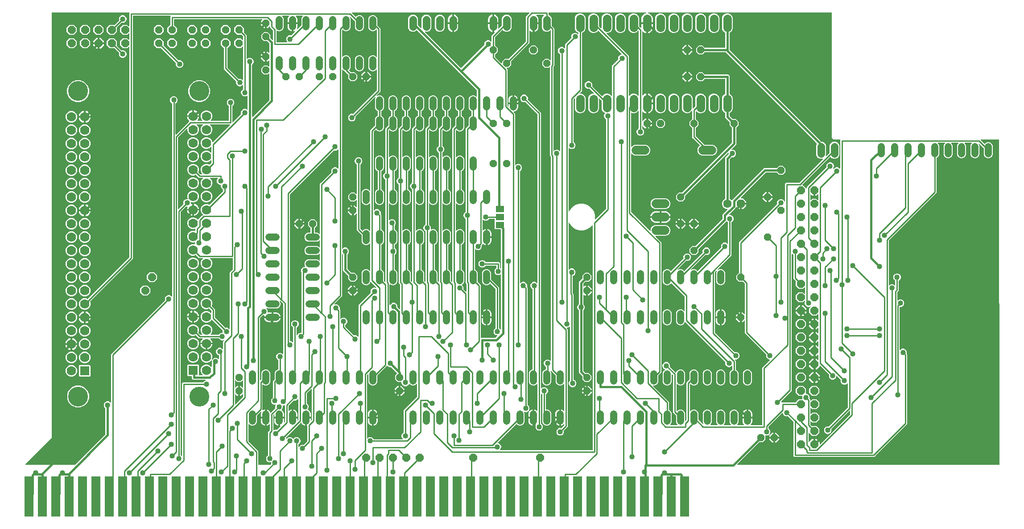
<source format=gbl>
G04 EAGLE Gerber RS-274X export*
G75*
%MOMM*%
%FSLAX34Y34*%
%LPD*%
%INBottom Copper*%
%IPPOS*%
%AMOC8*
5,1,8,0,0,1.08239X$1,22.5*%
G01*
%ADD10R,1.780000X7.620000*%
%ADD11C,1.320800*%
%ADD12P,1.649562X8X22.500000*%
%ADD13C,1.422400*%
%ADD14P,1.429621X8X22.500000*%
%ADD15P,1.429621X8X112.500000*%
%ADD16R,1.778000X1.778000*%
%ADD17C,1.778000*%
%ADD18C,3.766000*%
%ADD19P,1.732040X8X22.500000*%
%ADD20C,1.600200*%
%ADD21P,1.429621X8X292.500000*%
%ADD22P,1.429621X8X202.500000*%
%ADD23R,1.600200X1.168400*%
%ADD24C,1.650000*%
%ADD25C,1.676400*%
%ADD26P,1.539592X8X22.500000*%
%ADD27P,1.649562X8X292.500000*%
%ADD28C,0.431800*%
%ADD29C,1.016000*%
%ADD30C,0.254000*%

G36*
X1263574Y176352D02*
X1263574Y176352D01*
X1263646Y176354D01*
X1263695Y176372D01*
X1263747Y176380D01*
X1263810Y176414D01*
X1263877Y176438D01*
X1263918Y176471D01*
X1263964Y176495D01*
X1264013Y176547D01*
X1264069Y176592D01*
X1264097Y176636D01*
X1264133Y176673D01*
X1264163Y176738D01*
X1264202Y176799D01*
X1264215Y176849D01*
X1264237Y176896D01*
X1264245Y176968D01*
X1264262Y177037D01*
X1264258Y177089D01*
X1264264Y177141D01*
X1264249Y177211D01*
X1264243Y177282D01*
X1264223Y177330D01*
X1264212Y177381D01*
X1264175Y177443D01*
X1264147Y177509D01*
X1264102Y177565D01*
X1264086Y177592D01*
X1264068Y177608D01*
X1264042Y177640D01*
X1262678Y179004D01*
X1261363Y182178D01*
X1261363Y194151D01*
X1261349Y194241D01*
X1261341Y194332D01*
X1261329Y194361D01*
X1261324Y194393D01*
X1261281Y194474D01*
X1261245Y194558D01*
X1261219Y194590D01*
X1261208Y194611D01*
X1261185Y194633D01*
X1261140Y194689D01*
X1255585Y200244D01*
X1255585Y271367D01*
X1255582Y271383D01*
X1255584Y271398D01*
X1255569Y271464D01*
X1255563Y271548D01*
X1255550Y271577D01*
X1255545Y271609D01*
X1255533Y271632D01*
X1255531Y271639D01*
X1255515Y271667D01*
X1255502Y271690D01*
X1255467Y271774D01*
X1255441Y271806D01*
X1255430Y271827D01*
X1255407Y271849D01*
X1255362Y271905D01*
X1254536Y272730D01*
X1254478Y272772D01*
X1254426Y272822D01*
X1254379Y272844D01*
X1254337Y272874D01*
X1254268Y272895D01*
X1254203Y272925D01*
X1254151Y272931D01*
X1254101Y272946D01*
X1254030Y272945D01*
X1253959Y272952D01*
X1253908Y272941D01*
X1253856Y272940D01*
X1253788Y272915D01*
X1253718Y272900D01*
X1253673Y272873D01*
X1253625Y272856D01*
X1253569Y272811D01*
X1253507Y272774D01*
X1253473Y272734D01*
X1253433Y272702D01*
X1253394Y272642D01*
X1253347Y272587D01*
X1253328Y272539D01*
X1253300Y272495D01*
X1253282Y272425D01*
X1253255Y272359D01*
X1253247Y272288D01*
X1253239Y272256D01*
X1253241Y272233D01*
X1253237Y272192D01*
X1253237Y258378D01*
X1251922Y255204D01*
X1249492Y252774D01*
X1246318Y251459D01*
X1242882Y251459D01*
X1239708Y252774D01*
X1237278Y255204D01*
X1235963Y258378D01*
X1235963Y275022D01*
X1237278Y278196D01*
X1239708Y280626D01*
X1240387Y280907D01*
X1240448Y280945D01*
X1240513Y280974D01*
X1240552Y281009D01*
X1240596Y281037D01*
X1240642Y281092D01*
X1240694Y281141D01*
X1240720Y281186D01*
X1240753Y281226D01*
X1240778Y281293D01*
X1240813Y281356D01*
X1240822Y281407D01*
X1240841Y281456D01*
X1240844Y281527D01*
X1240857Y281598D01*
X1240849Y281650D01*
X1240851Y281702D01*
X1240831Y281771D01*
X1240821Y281841D01*
X1240797Y281888D01*
X1240783Y281938D01*
X1240742Y281997D01*
X1240709Y282061D01*
X1240672Y282097D01*
X1240643Y282140D01*
X1240585Y282183D01*
X1240534Y282233D01*
X1240471Y282268D01*
X1240445Y282287D01*
X1240423Y282294D01*
X1240387Y282314D01*
X1238983Y282895D01*
X1236983Y284896D01*
X1235900Y287510D01*
X1235900Y290340D01*
X1236983Y292954D01*
X1238983Y294955D01*
X1241598Y296038D01*
X1244427Y296038D01*
X1247042Y294955D01*
X1249042Y292954D01*
X1250125Y290340D01*
X1250125Y287510D01*
X1250019Y287254D01*
X1249992Y287140D01*
X1249964Y287027D01*
X1249964Y287020D01*
X1249963Y287014D01*
X1249974Y286898D01*
X1249983Y286781D01*
X1249985Y286776D01*
X1249986Y286769D01*
X1250034Y286662D01*
X1250079Y286555D01*
X1250084Y286549D01*
X1250086Y286545D01*
X1250099Y286531D01*
X1250184Y286424D01*
X1260033Y276576D01*
X1260623Y275985D01*
X1260660Y275958D01*
X1260691Y275925D01*
X1260760Y275887D01*
X1260823Y275842D01*
X1260867Y275828D01*
X1260907Y275806D01*
X1260984Y275792D01*
X1261058Y275769D01*
X1261104Y275771D01*
X1261149Y275762D01*
X1261226Y275774D01*
X1261304Y275776D01*
X1261347Y275791D01*
X1261392Y275798D01*
X1261462Y275833D01*
X1261535Y275860D01*
X1261571Y275889D01*
X1261611Y275910D01*
X1261666Y275965D01*
X1261727Y276014D01*
X1261752Y276052D01*
X1261784Y276085D01*
X1261850Y276205D01*
X1261860Y276221D01*
X1261861Y276226D01*
X1261865Y276232D01*
X1262678Y278196D01*
X1265108Y280626D01*
X1268282Y281941D01*
X1271718Y281941D01*
X1274892Y280626D01*
X1277322Y278196D01*
X1278637Y275022D01*
X1278637Y258378D01*
X1277322Y255204D01*
X1274892Y252774D01*
X1271718Y251459D01*
X1268282Y251459D01*
X1265108Y252774D01*
X1263490Y254392D01*
X1263432Y254434D01*
X1263380Y254483D01*
X1263360Y254492D01*
X1263350Y254501D01*
X1263323Y254512D01*
X1263290Y254536D01*
X1263222Y254557D01*
X1263156Y254587D01*
X1263129Y254590D01*
X1263122Y254593D01*
X1263094Y254596D01*
X1263055Y254608D01*
X1262998Y254606D01*
X1262955Y254611D01*
X1262951Y254611D01*
X1262945Y254610D01*
X1262912Y254614D01*
X1262861Y254603D01*
X1262809Y254602D01*
X1262742Y254577D01*
X1262741Y254577D01*
X1262709Y254572D01*
X1262703Y254569D01*
X1262672Y254562D01*
X1262627Y254535D01*
X1262578Y254517D01*
X1262523Y254473D01*
X1262491Y254456D01*
X1262486Y254451D01*
X1262461Y254436D01*
X1262427Y254396D01*
X1262386Y254363D01*
X1262350Y254308D01*
X1262322Y254278D01*
X1262317Y254268D01*
X1262301Y254249D01*
X1262281Y254200D01*
X1262253Y254157D01*
X1262238Y254098D01*
X1262218Y254055D01*
X1262217Y254040D01*
X1262209Y254020D01*
X1262201Y253949D01*
X1262193Y253918D01*
X1262195Y253895D01*
X1262190Y253854D01*
X1262190Y203346D01*
X1262202Y203276D01*
X1262204Y203204D01*
X1262222Y203155D01*
X1262230Y203103D01*
X1262264Y203040D01*
X1262288Y202973D01*
X1262321Y202932D01*
X1262345Y202886D01*
X1262397Y202837D01*
X1262442Y202781D01*
X1262486Y202753D01*
X1262523Y202717D01*
X1262588Y202687D01*
X1262649Y202648D01*
X1262699Y202635D01*
X1262746Y202613D01*
X1262818Y202605D01*
X1262887Y202588D01*
X1262939Y202592D01*
X1262991Y202586D01*
X1263061Y202601D01*
X1263132Y202607D01*
X1263180Y202627D01*
X1263231Y202638D01*
X1263293Y202675D01*
X1263359Y202703D01*
X1263415Y202748D01*
X1263442Y202764D01*
X1263458Y202782D01*
X1263490Y202808D01*
X1265108Y204426D01*
X1268282Y205741D01*
X1271718Y205741D01*
X1274892Y204426D01*
X1277322Y201996D01*
X1278637Y198822D01*
X1278637Y185008D01*
X1278648Y184937D01*
X1278650Y184865D01*
X1278668Y184816D01*
X1278676Y184765D01*
X1278710Y184702D01*
X1278735Y184634D01*
X1278767Y184594D01*
X1278792Y184548D01*
X1278844Y184498D01*
X1278888Y184442D01*
X1278932Y184414D01*
X1278970Y184378D01*
X1279035Y184348D01*
X1279095Y184309D01*
X1279146Y184297D01*
X1279193Y184275D01*
X1279264Y184267D01*
X1279334Y184249D01*
X1279386Y184253D01*
X1279437Y184248D01*
X1279508Y184263D01*
X1279579Y184268D01*
X1279627Y184289D01*
X1279678Y184300D01*
X1279739Y184337D01*
X1279805Y184365D01*
X1279861Y184410D01*
X1279889Y184426D01*
X1279904Y184444D01*
X1279936Y184470D01*
X1280762Y185295D01*
X1280815Y185369D01*
X1280874Y185438D01*
X1280886Y185469D01*
X1280905Y185495D01*
X1280932Y185582D01*
X1280966Y185667D01*
X1280971Y185708D01*
X1280978Y185730D01*
X1280977Y185762D01*
X1280985Y185833D01*
X1280985Y256956D01*
X1286540Y262511D01*
X1286593Y262585D01*
X1286653Y262654D01*
X1286665Y262685D01*
X1286684Y262711D01*
X1286711Y262798D01*
X1286745Y262883D01*
X1286749Y262924D01*
X1286756Y262946D01*
X1286755Y262978D01*
X1286763Y263049D01*
X1286763Y275022D01*
X1288078Y278196D01*
X1290508Y280626D01*
X1293682Y281941D01*
X1297118Y281941D01*
X1300292Y280626D01*
X1302722Y278196D01*
X1304037Y275022D01*
X1304037Y258378D01*
X1302722Y255204D01*
X1300292Y252774D01*
X1297118Y251459D01*
X1293682Y251459D01*
X1290508Y252774D01*
X1288890Y254392D01*
X1288832Y254434D01*
X1288780Y254483D01*
X1288760Y254492D01*
X1288750Y254501D01*
X1288723Y254512D01*
X1288690Y254536D01*
X1288622Y254557D01*
X1288556Y254587D01*
X1288529Y254590D01*
X1288522Y254593D01*
X1288494Y254596D01*
X1288455Y254608D01*
X1288398Y254606D01*
X1288355Y254611D01*
X1288351Y254611D01*
X1288345Y254610D01*
X1288312Y254614D01*
X1288261Y254603D01*
X1288209Y254602D01*
X1288142Y254577D01*
X1288141Y254577D01*
X1288109Y254572D01*
X1288103Y254569D01*
X1288072Y254562D01*
X1288027Y254535D01*
X1287978Y254517D01*
X1287923Y254473D01*
X1287891Y254456D01*
X1287886Y254451D01*
X1287861Y254436D01*
X1287827Y254396D01*
X1287786Y254363D01*
X1287750Y254308D01*
X1287722Y254278D01*
X1287717Y254268D01*
X1287701Y254249D01*
X1287681Y254200D01*
X1287653Y254157D01*
X1287638Y254098D01*
X1287618Y254055D01*
X1287617Y254040D01*
X1287609Y254020D01*
X1287601Y253949D01*
X1287593Y253918D01*
X1287595Y253895D01*
X1287590Y253854D01*
X1287590Y203346D01*
X1287602Y203276D01*
X1287604Y203204D01*
X1287622Y203155D01*
X1287630Y203103D01*
X1287664Y203040D01*
X1287688Y202973D01*
X1287721Y202932D01*
X1287745Y202886D01*
X1287797Y202837D01*
X1287842Y202781D01*
X1287886Y202753D01*
X1287923Y202717D01*
X1287988Y202687D01*
X1288049Y202648D01*
X1288099Y202635D01*
X1288146Y202613D01*
X1288218Y202605D01*
X1288287Y202588D01*
X1288339Y202592D01*
X1288391Y202586D01*
X1288461Y202601D01*
X1288532Y202607D01*
X1288580Y202627D01*
X1288631Y202638D01*
X1288693Y202675D01*
X1288759Y202703D01*
X1288815Y202748D01*
X1288842Y202764D01*
X1288858Y202782D01*
X1288890Y202808D01*
X1290508Y204426D01*
X1293682Y205741D01*
X1297118Y205741D01*
X1300292Y204426D01*
X1302722Y201996D01*
X1304037Y198822D01*
X1304037Y186849D01*
X1304039Y186834D01*
X1304038Y186821D01*
X1304052Y186756D01*
X1304059Y186668D01*
X1304071Y186639D01*
X1304076Y186607D01*
X1304090Y186582D01*
X1304090Y186580D01*
X1304094Y186574D01*
X1304119Y186526D01*
X1304155Y186442D01*
X1304181Y186410D01*
X1304192Y186389D01*
X1304215Y186367D01*
X1304260Y186311D01*
X1312123Y178447D01*
X1312202Y178391D01*
X1312277Y178329D01*
X1312302Y178319D01*
X1312323Y178304D01*
X1312416Y178275D01*
X1312507Y178240D01*
X1312533Y178239D01*
X1312558Y178232D01*
X1312656Y178234D01*
X1312753Y178230D01*
X1312778Y178237D01*
X1312804Y178238D01*
X1312895Y178271D01*
X1312989Y178298D01*
X1313011Y178313D01*
X1313035Y178322D01*
X1313111Y178383D01*
X1313191Y178439D01*
X1313207Y178460D01*
X1313227Y178476D01*
X1313280Y178558D01*
X1313338Y178636D01*
X1313346Y178661D01*
X1313360Y178683D01*
X1313384Y178777D01*
X1313414Y178870D01*
X1313414Y178896D01*
X1313420Y178922D01*
X1313413Y179018D01*
X1313412Y179116D01*
X1313403Y179147D01*
X1313401Y179167D01*
X1313388Y179197D01*
X1313365Y179277D01*
X1312163Y182178D01*
X1312163Y198822D01*
X1313478Y201996D01*
X1315908Y204426D01*
X1319082Y205741D01*
X1322518Y205741D01*
X1325692Y204426D01*
X1328122Y201996D01*
X1329437Y198822D01*
X1329437Y182178D01*
X1328122Y179004D01*
X1326758Y177640D01*
X1326716Y177582D01*
X1326667Y177530D01*
X1326645Y177482D01*
X1326614Y177440D01*
X1326593Y177372D01*
X1326563Y177306D01*
X1326557Y177255D01*
X1326542Y177205D01*
X1326544Y177133D01*
X1326536Y177062D01*
X1326547Y177011D01*
X1326548Y176959D01*
X1326573Y176892D01*
X1326588Y176822D01*
X1326615Y176777D01*
X1326633Y176728D01*
X1326678Y176672D01*
X1326714Y176611D01*
X1326754Y176577D01*
X1326787Y176536D01*
X1326847Y176497D01*
X1326901Y176451D01*
X1326950Y176431D01*
X1326993Y176403D01*
X1327063Y176386D01*
X1327130Y176359D01*
X1327201Y176351D01*
X1327232Y176343D01*
X1327255Y176345D01*
X1327296Y176340D01*
X1339704Y176340D01*
X1339774Y176352D01*
X1339846Y176354D01*
X1339895Y176372D01*
X1339947Y176380D01*
X1340010Y176414D01*
X1340077Y176438D01*
X1340118Y176471D01*
X1340164Y176495D01*
X1340213Y176547D01*
X1340269Y176592D01*
X1340297Y176636D01*
X1340333Y176673D01*
X1340363Y176738D01*
X1340402Y176799D01*
X1340415Y176849D01*
X1340437Y176896D01*
X1340445Y176968D01*
X1340462Y177037D01*
X1340458Y177089D01*
X1340464Y177141D01*
X1340449Y177211D01*
X1340443Y177282D01*
X1340423Y177330D01*
X1340412Y177381D01*
X1340375Y177443D01*
X1340347Y177509D01*
X1340302Y177565D01*
X1340286Y177592D01*
X1340268Y177608D01*
X1340242Y177640D01*
X1338878Y179004D01*
X1337563Y182178D01*
X1337563Y198822D01*
X1338878Y201996D01*
X1341308Y204426D01*
X1344482Y205741D01*
X1347918Y205741D01*
X1351092Y204426D01*
X1353522Y201996D01*
X1354837Y198822D01*
X1354837Y182178D01*
X1353522Y179004D01*
X1352158Y177640D01*
X1352116Y177582D01*
X1352067Y177530D01*
X1352045Y177482D01*
X1352014Y177440D01*
X1351993Y177372D01*
X1351963Y177306D01*
X1351957Y177255D01*
X1351942Y177205D01*
X1351944Y177133D01*
X1351936Y177062D01*
X1351947Y177011D01*
X1351948Y176959D01*
X1351973Y176892D01*
X1351988Y176822D01*
X1352015Y176777D01*
X1352033Y176728D01*
X1352078Y176672D01*
X1352114Y176611D01*
X1352154Y176577D01*
X1352187Y176536D01*
X1352247Y176497D01*
X1352301Y176451D01*
X1352350Y176431D01*
X1352393Y176403D01*
X1352463Y176386D01*
X1352530Y176359D01*
X1352601Y176351D01*
X1352632Y176343D01*
X1352655Y176345D01*
X1352696Y176340D01*
X1365104Y176340D01*
X1365174Y176352D01*
X1365246Y176354D01*
X1365295Y176372D01*
X1365347Y176380D01*
X1365410Y176414D01*
X1365477Y176438D01*
X1365518Y176471D01*
X1365564Y176495D01*
X1365613Y176547D01*
X1365669Y176592D01*
X1365697Y176636D01*
X1365733Y176673D01*
X1365763Y176738D01*
X1365802Y176799D01*
X1365815Y176849D01*
X1365837Y176896D01*
X1365845Y176968D01*
X1365862Y177037D01*
X1365858Y177089D01*
X1365864Y177141D01*
X1365849Y177211D01*
X1365843Y177282D01*
X1365823Y177330D01*
X1365812Y177381D01*
X1365775Y177443D01*
X1365747Y177509D01*
X1365702Y177565D01*
X1365686Y177592D01*
X1365668Y177608D01*
X1365642Y177640D01*
X1364278Y179004D01*
X1362963Y182178D01*
X1362963Y198822D01*
X1364278Y201996D01*
X1366708Y204426D01*
X1369882Y205741D01*
X1373318Y205741D01*
X1376492Y204426D01*
X1378922Y201996D01*
X1380237Y198822D01*
X1380237Y182178D01*
X1378922Y179004D01*
X1377558Y177640D01*
X1377516Y177582D01*
X1377467Y177530D01*
X1377445Y177482D01*
X1377414Y177440D01*
X1377393Y177372D01*
X1377363Y177306D01*
X1377357Y177255D01*
X1377342Y177205D01*
X1377344Y177133D01*
X1377336Y177062D01*
X1377347Y177011D01*
X1377348Y176959D01*
X1377373Y176892D01*
X1377388Y176822D01*
X1377415Y176777D01*
X1377433Y176728D01*
X1377478Y176672D01*
X1377514Y176611D01*
X1377554Y176577D01*
X1377587Y176536D01*
X1377647Y176497D01*
X1377701Y176451D01*
X1377750Y176431D01*
X1377793Y176403D01*
X1377863Y176386D01*
X1377930Y176359D01*
X1378001Y176351D01*
X1378032Y176343D01*
X1378055Y176345D01*
X1378096Y176340D01*
X1389785Y176340D01*
X1389856Y176352D01*
X1389928Y176354D01*
X1389977Y176372D01*
X1390028Y176380D01*
X1390091Y176413D01*
X1390159Y176438D01*
X1390200Y176471D01*
X1390245Y176495D01*
X1390295Y176547D01*
X1390351Y176592D01*
X1390379Y176636D01*
X1390415Y176673D01*
X1390445Y176739D01*
X1390484Y176799D01*
X1390497Y176849D01*
X1390518Y176896D01*
X1390526Y176968D01*
X1390544Y177037D01*
X1390540Y177089D01*
X1390546Y177141D01*
X1390530Y177211D01*
X1390525Y177283D01*
X1390504Y177330D01*
X1390493Y177381D01*
X1390457Y177443D01*
X1390428Y177509D01*
X1390384Y177565D01*
X1390367Y177592D01*
X1390349Y177608D01*
X1390324Y177640D01*
X1389897Y178067D01*
X1388896Y179564D01*
X1388207Y181229D01*
X1387855Y182995D01*
X1387855Y188977D01*
X1396238Y188977D01*
X1396258Y188980D01*
X1396277Y188978D01*
X1396379Y189000D01*
X1396481Y189017D01*
X1396498Y189026D01*
X1396518Y189030D01*
X1396607Y189083D01*
X1396698Y189132D01*
X1396712Y189146D01*
X1396729Y189156D01*
X1396796Y189235D01*
X1396867Y189310D01*
X1396876Y189328D01*
X1396889Y189343D01*
X1396927Y189439D01*
X1396971Y189533D01*
X1396973Y189553D01*
X1396981Y189571D01*
X1396999Y189738D01*
X1396999Y190501D01*
X1397001Y190501D01*
X1397001Y189738D01*
X1397004Y189718D01*
X1397002Y189699D01*
X1397024Y189597D01*
X1397041Y189495D01*
X1397050Y189478D01*
X1397054Y189458D01*
X1397107Y189369D01*
X1397156Y189278D01*
X1397170Y189264D01*
X1397180Y189247D01*
X1397259Y189180D01*
X1397334Y189109D01*
X1397352Y189100D01*
X1397367Y189087D01*
X1397463Y189048D01*
X1397557Y189005D01*
X1397577Y189003D01*
X1397595Y188995D01*
X1397762Y188977D01*
X1406145Y188977D01*
X1406145Y182995D01*
X1405793Y181229D01*
X1405104Y179564D01*
X1404103Y178067D01*
X1403676Y177640D01*
X1403634Y177581D01*
X1403585Y177530D01*
X1403563Y177482D01*
X1403533Y177440D01*
X1403512Y177372D01*
X1403482Y177306D01*
X1403476Y177255D01*
X1403460Y177205D01*
X1403462Y177133D01*
X1403454Y177062D01*
X1403465Y177011D01*
X1403467Y176959D01*
X1403491Y176892D01*
X1403507Y176822D01*
X1403533Y176777D01*
X1403551Y176728D01*
X1403596Y176672D01*
X1403633Y176611D01*
X1403672Y176577D01*
X1403705Y176536D01*
X1403765Y176497D01*
X1403820Y176451D01*
X1403868Y176431D01*
X1403912Y176403D01*
X1403981Y176386D01*
X1404048Y176359D01*
X1404119Y176351D01*
X1404150Y176343D01*
X1404174Y176345D01*
X1404215Y176340D01*
X1424686Y176340D01*
X1424706Y176343D01*
X1424725Y176341D01*
X1424827Y176363D01*
X1424929Y176380D01*
X1424946Y176389D01*
X1424966Y176394D01*
X1425055Y176447D01*
X1425146Y176495D01*
X1425160Y176509D01*
X1425177Y176520D01*
X1425244Y176598D01*
X1425316Y176673D01*
X1425324Y176691D01*
X1425337Y176707D01*
X1425376Y176803D01*
X1425419Y176896D01*
X1425421Y176916D01*
X1425429Y176935D01*
X1425447Y177101D01*
X1425447Y285531D01*
X1439479Y299563D01*
X1439521Y299621D01*
X1439571Y299673D01*
X1439593Y299720D01*
X1439623Y299762D01*
X1439644Y299831D01*
X1439674Y299896D01*
X1439680Y299948D01*
X1439695Y299998D01*
X1439694Y300069D01*
X1439701Y300140D01*
X1439690Y300191D01*
X1439689Y300243D01*
X1439664Y300311D01*
X1439649Y300381D01*
X1439622Y300426D01*
X1439605Y300474D01*
X1439560Y300530D01*
X1439523Y300592D01*
X1439483Y300626D01*
X1439451Y300666D01*
X1439391Y300705D01*
X1439336Y300752D01*
X1439288Y300771D01*
X1439244Y300799D01*
X1439174Y300817D01*
X1439108Y300844D01*
X1439037Y300852D01*
X1439005Y300860D01*
X1438982Y300858D01*
X1438941Y300862D01*
X1438448Y300862D01*
X1435833Y301945D01*
X1433833Y303946D01*
X1432750Y306560D01*
X1432750Y309390D01*
X1432856Y309646D01*
X1432882Y309759D01*
X1432911Y309873D01*
X1432911Y309880D01*
X1432912Y309886D01*
X1432901Y310002D01*
X1432892Y310119D01*
X1432890Y310124D01*
X1432889Y310131D01*
X1432841Y310238D01*
X1432796Y310345D01*
X1432791Y310351D01*
X1432789Y310355D01*
X1432776Y310369D01*
X1432691Y310476D01*
X1394267Y348899D01*
X1392110Y351057D01*
X1392110Y374039D01*
X1392098Y374110D01*
X1392096Y374182D01*
X1392078Y374231D01*
X1392070Y374282D01*
X1392036Y374345D01*
X1392012Y374413D01*
X1391979Y374453D01*
X1391955Y374500D01*
X1391903Y374549D01*
X1391858Y374605D01*
X1391814Y374633D01*
X1391777Y374669D01*
X1391712Y374699D01*
X1391651Y374738D01*
X1391601Y374751D01*
X1391554Y374773D01*
X1391482Y374780D01*
X1391413Y374798D01*
X1391361Y374794D01*
X1391309Y374800D01*
X1391239Y374784D01*
X1391168Y374779D01*
X1391120Y374758D01*
X1391069Y374747D01*
X1391007Y374711D01*
X1390941Y374682D01*
X1390885Y374638D01*
X1390858Y374621D01*
X1390842Y374603D01*
X1390810Y374578D01*
X1388088Y371855D01*
X1385823Y371855D01*
X1385823Y380238D01*
X1385821Y380249D01*
X1385822Y380257D01*
X1385821Y380264D01*
X1385822Y380277D01*
X1385800Y380379D01*
X1385783Y380481D01*
X1385774Y380498D01*
X1385770Y380518D01*
X1385717Y380607D01*
X1385668Y380698D01*
X1385654Y380712D01*
X1385644Y380729D01*
X1385565Y380796D01*
X1385490Y380867D01*
X1385472Y380876D01*
X1385457Y380889D01*
X1385361Y380927D01*
X1385267Y380971D01*
X1385247Y380973D01*
X1385229Y380981D01*
X1385062Y380999D01*
X1384299Y380999D01*
X1384299Y381001D01*
X1385062Y381001D01*
X1385082Y381004D01*
X1385101Y381002D01*
X1385203Y381024D01*
X1385305Y381041D01*
X1385322Y381050D01*
X1385342Y381054D01*
X1385431Y381107D01*
X1385522Y381156D01*
X1385536Y381170D01*
X1385553Y381180D01*
X1385620Y381259D01*
X1385691Y381334D01*
X1385700Y381352D01*
X1385713Y381367D01*
X1385752Y381463D01*
X1385795Y381557D01*
X1385797Y381577D01*
X1385805Y381595D01*
X1385823Y381762D01*
X1385823Y390145D01*
X1388088Y390145D01*
X1390810Y387422D01*
X1390868Y387380D01*
X1390920Y387331D01*
X1390968Y387309D01*
X1391010Y387279D01*
X1391078Y387258D01*
X1391144Y387227D01*
X1391195Y387222D01*
X1391245Y387206D01*
X1391317Y387208D01*
X1391388Y387200D01*
X1391439Y387211D01*
X1391491Y387213D01*
X1391558Y387237D01*
X1391628Y387253D01*
X1391673Y387279D01*
X1391722Y387297D01*
X1391778Y387342D01*
X1391839Y387379D01*
X1391873Y387418D01*
X1391914Y387451D01*
X1391953Y387511D01*
X1391999Y387566D01*
X1392019Y387614D01*
X1392047Y387658D01*
X1392064Y387727D01*
X1392091Y387794D01*
X1392099Y387865D01*
X1392107Y387896D01*
X1392105Y387920D01*
X1392110Y387961D01*
X1392110Y444404D01*
X1392095Y444494D01*
X1392088Y444585D01*
X1392075Y444615D01*
X1392070Y444647D01*
X1392027Y444727D01*
X1391992Y444811D01*
X1391966Y444844D01*
X1391955Y444864D01*
X1391932Y444886D01*
X1391887Y444942D01*
X1388489Y448340D01*
X1388415Y448393D01*
X1388346Y448453D01*
X1388315Y448465D01*
X1388289Y448484D01*
X1388202Y448511D01*
X1388117Y448545D01*
X1388076Y448549D01*
X1388054Y448556D01*
X1388022Y448555D01*
X1387951Y448563D01*
X1380723Y448563D01*
X1375663Y453623D01*
X1375663Y460777D01*
X1380774Y465888D01*
X1380827Y465962D01*
X1380887Y466032D01*
X1380899Y466062D01*
X1380918Y466088D01*
X1380945Y466175D01*
X1380979Y466260D01*
X1380983Y466301D01*
X1380990Y466323D01*
X1380989Y466355D01*
X1380997Y466427D01*
X1380997Y523656D01*
X1383155Y525813D01*
X1453328Y595987D01*
X1453397Y596082D01*
X1453466Y596175D01*
X1453468Y596181D01*
X1453472Y596186D01*
X1453506Y596298D01*
X1453543Y596409D01*
X1453543Y596416D01*
X1453544Y596422D01*
X1453541Y596538D01*
X1453540Y596655D01*
X1453538Y596662D01*
X1453538Y596667D01*
X1453532Y596685D01*
X1453493Y596816D01*
X1453387Y597073D01*
X1453387Y599902D01*
X1454470Y602517D01*
X1456471Y604517D01*
X1459085Y605600D01*
X1461915Y605600D01*
X1464529Y604517D01*
X1466530Y602517D01*
X1466845Y601755D01*
X1466897Y601672D01*
X1466942Y601586D01*
X1466961Y601568D01*
X1466975Y601546D01*
X1467050Y601484D01*
X1467120Y601417D01*
X1467144Y601406D01*
X1467164Y601389D01*
X1467255Y601354D01*
X1467344Y601313D01*
X1467370Y601311D01*
X1467394Y601301D01*
X1467491Y601297D01*
X1467588Y601286D01*
X1467613Y601292D01*
X1467640Y601291D01*
X1467733Y601318D01*
X1467828Y601339D01*
X1467851Y601352D01*
X1467876Y601359D01*
X1467956Y601415D01*
X1468039Y601465D01*
X1468056Y601485D01*
X1468078Y601500D01*
X1468136Y601578D01*
X1468199Y601652D01*
X1468209Y601676D01*
X1468225Y601697D01*
X1468255Y601789D01*
X1468291Y601880D01*
X1468295Y601912D01*
X1468301Y601931D01*
X1468301Y601964D01*
X1468310Y602047D01*
X1468310Y634781D01*
X1470244Y636715D01*
X1495329Y636715D01*
X1495419Y636730D01*
X1495510Y636737D01*
X1495540Y636750D01*
X1495572Y636755D01*
X1495653Y636798D01*
X1495736Y636833D01*
X1495769Y636859D01*
X1495789Y636870D01*
X1495811Y636893D01*
X1495867Y636938D01*
X1540343Y681413D01*
X1540399Y681492D01*
X1540462Y681568D01*
X1540471Y681592D01*
X1540486Y681613D01*
X1540515Y681706D01*
X1540550Y681797D01*
X1540551Y681823D01*
X1540559Y681848D01*
X1540556Y681946D01*
X1540560Y682043D01*
X1540553Y682068D01*
X1540552Y682094D01*
X1540519Y682186D01*
X1540492Y682279D01*
X1540477Y682301D01*
X1540468Y682325D01*
X1540407Y682401D01*
X1540351Y682481D01*
X1540330Y682497D01*
X1540314Y682517D01*
X1540232Y682570D01*
X1540154Y682628D01*
X1540129Y682636D01*
X1540107Y682650D01*
X1540013Y682674D01*
X1539920Y682704D01*
X1539894Y682704D01*
X1539869Y682710D01*
X1539772Y682703D01*
X1539674Y682702D01*
X1539643Y682693D01*
X1539623Y682691D01*
X1539593Y682678D01*
X1539513Y682655D01*
X1538519Y682243D01*
X1534881Y682243D01*
X1531520Y683635D01*
X1528947Y686208D01*
X1527555Y689569D01*
X1527555Y707431D01*
X1528942Y710778D01*
X1528968Y710892D01*
X1528997Y711005D01*
X1528996Y711012D01*
X1528998Y711018D01*
X1528987Y711134D01*
X1528978Y711251D01*
X1528975Y711256D01*
X1528975Y711263D01*
X1528927Y711370D01*
X1528882Y711477D01*
X1528877Y711483D01*
X1528875Y711487D01*
X1528862Y711501D01*
X1528777Y711608D01*
X1357387Y882998D01*
X1355799Y884585D01*
X1355725Y884638D01*
X1355656Y884698D01*
X1355626Y884710D01*
X1355599Y884729D01*
X1355512Y884756D01*
X1355428Y884790D01*
X1355387Y884794D01*
X1355364Y884801D01*
X1355332Y884800D01*
X1355261Y884808D01*
X1316438Y884808D01*
X1316348Y884794D01*
X1316257Y884786D01*
X1316227Y884774D01*
X1316195Y884769D01*
X1316114Y884726D01*
X1316030Y884690D01*
X1315998Y884664D01*
X1315978Y884653D01*
X1315955Y884630D01*
X1315899Y884585D01*
X1311677Y880363D01*
X1304523Y880363D01*
X1299463Y885423D01*
X1299463Y892577D01*
X1304523Y897637D01*
X1311677Y897637D01*
X1315899Y893415D01*
X1315973Y893362D01*
X1316043Y893302D01*
X1316073Y893290D01*
X1316099Y893271D01*
X1316186Y893244D01*
X1316271Y893210D01*
X1316312Y893206D01*
X1316334Y893199D01*
X1316366Y893200D01*
X1316438Y893192D01*
X1353947Y893192D01*
X1353967Y893195D01*
X1353986Y893193D01*
X1354088Y893215D01*
X1354190Y893231D01*
X1354207Y893241D01*
X1354227Y893245D01*
X1354316Y893298D01*
X1354407Y893347D01*
X1354421Y893361D01*
X1354438Y893371D01*
X1354505Y893450D01*
X1354577Y893525D01*
X1354585Y893543D01*
X1354598Y893558D01*
X1354637Y893654D01*
X1354680Y893748D01*
X1354682Y893768D01*
X1354690Y893786D01*
X1354708Y893953D01*
X1354708Y921648D01*
X1354689Y921762D01*
X1354672Y921879D01*
X1354670Y921884D01*
X1354669Y921890D01*
X1354614Y921993D01*
X1354561Y922098D01*
X1354556Y922102D01*
X1354553Y922108D01*
X1354469Y922188D01*
X1354385Y922270D01*
X1354379Y922274D01*
X1354375Y922277D01*
X1354358Y922285D01*
X1354238Y922351D01*
X1353075Y922833D01*
X1350183Y925725D01*
X1348617Y929505D01*
X1348617Y950095D01*
X1350183Y953875D01*
X1353075Y956767D01*
X1356855Y958333D01*
X1360945Y958333D01*
X1364725Y956767D01*
X1367617Y953875D01*
X1369183Y950095D01*
X1369183Y929505D01*
X1367617Y925725D01*
X1364725Y922833D01*
X1363562Y922351D01*
X1363462Y922289D01*
X1363362Y922229D01*
X1363358Y922225D01*
X1363353Y922221D01*
X1363278Y922131D01*
X1363202Y922043D01*
X1363200Y922037D01*
X1363196Y922032D01*
X1363154Y921923D01*
X1363110Y921814D01*
X1363109Y921807D01*
X1363108Y921802D01*
X1363107Y921784D01*
X1363092Y921648D01*
X1363092Y889464D01*
X1363093Y889456D01*
X1363093Y889454D01*
X1363095Y889444D01*
X1363106Y889374D01*
X1363114Y889283D01*
X1363126Y889253D01*
X1363131Y889221D01*
X1363174Y889141D01*
X1363210Y889057D01*
X1363236Y889025D01*
X1363247Y889004D01*
X1363270Y888982D01*
X1363315Y888926D01*
X1537261Y714980D01*
X1537335Y714927D01*
X1537404Y714867D01*
X1537434Y714855D01*
X1537461Y714836D01*
X1537547Y714809D01*
X1537632Y714775D01*
X1537673Y714771D01*
X1537696Y714764D01*
X1537728Y714765D01*
X1537799Y714757D01*
X1538519Y714757D01*
X1541880Y713365D01*
X1544453Y710792D01*
X1545845Y707431D01*
X1545845Y689569D01*
X1545433Y688575D01*
X1545411Y688480D01*
X1545382Y688387D01*
X1545383Y688361D01*
X1545377Y688335D01*
X1545386Y688239D01*
X1545388Y688141D01*
X1545397Y688117D01*
X1545400Y688091D01*
X1545440Y688002D01*
X1545473Y687910D01*
X1545489Y687890D01*
X1545500Y687866D01*
X1545566Y687794D01*
X1545627Y687718D01*
X1545649Y687704D01*
X1545666Y687685D01*
X1545752Y687638D01*
X1545834Y687585D01*
X1545859Y687579D01*
X1545882Y687566D01*
X1545978Y687549D01*
X1546072Y687525D01*
X1546098Y687527D01*
X1546124Y687522D01*
X1546220Y687537D01*
X1546317Y687544D01*
X1546341Y687554D01*
X1546367Y687558D01*
X1546454Y687602D01*
X1546544Y687640D01*
X1546569Y687661D01*
X1546586Y687670D01*
X1546610Y687693D01*
X1546675Y687745D01*
X1552732Y693803D01*
X1552785Y693877D01*
X1552845Y693946D01*
X1552857Y693977D01*
X1552876Y694003D01*
X1552903Y694090D01*
X1552937Y694175D01*
X1552941Y694216D01*
X1552948Y694238D01*
X1552947Y694270D01*
X1552955Y694341D01*
X1552955Y707431D01*
X1554347Y710792D01*
X1556920Y713365D01*
X1560281Y714757D01*
X1563919Y714757D01*
X1567280Y713365D01*
X1569853Y710792D01*
X1571245Y707431D01*
X1571245Y689569D01*
X1569853Y686208D01*
X1567280Y683635D01*
X1563919Y682243D01*
X1560281Y682243D01*
X1556920Y683635D01*
X1554951Y685604D01*
X1554935Y685616D01*
X1554923Y685631D01*
X1554836Y685687D01*
X1554752Y685748D01*
X1554733Y685753D01*
X1554716Y685764D01*
X1554615Y685790D01*
X1554517Y685820D01*
X1554497Y685819D01*
X1554477Y685824D01*
X1554374Y685816D01*
X1554271Y685814D01*
X1554252Y685807D01*
X1554232Y685805D01*
X1554137Y685765D01*
X1554040Y685729D01*
X1554024Y685717D01*
X1554006Y685709D01*
X1553875Y685604D01*
X1501523Y633252D01*
X1501481Y633194D01*
X1501432Y633142D01*
X1501410Y633095D01*
X1501379Y633053D01*
X1501358Y632984D01*
X1501328Y632919D01*
X1501322Y632867D01*
X1501307Y632817D01*
X1501309Y632746D01*
X1501301Y632675D01*
X1501312Y632624D01*
X1501313Y632572D01*
X1501338Y632504D01*
X1501353Y632434D01*
X1501380Y632390D01*
X1501398Y632341D01*
X1501443Y632285D01*
X1501480Y632223D01*
X1501519Y632189D01*
X1501552Y632149D01*
X1501612Y632110D01*
X1501666Y632063D01*
X1501715Y632044D01*
X1501759Y632016D01*
X1501828Y631998D01*
X1501895Y631971D01*
X1501966Y631963D01*
X1501997Y631955D01*
X1502020Y631957D01*
X1502061Y631953D01*
X1502598Y631953D01*
X1508285Y626266D01*
X1508343Y626224D01*
X1508395Y626175D01*
X1508443Y626153D01*
X1508485Y626122D01*
X1508553Y626101D01*
X1508619Y626071D01*
X1508670Y626065D01*
X1508720Y626050D01*
X1508792Y626052D01*
X1508863Y626044D01*
X1508914Y626055D01*
X1508966Y626056D01*
X1509033Y626081D01*
X1509103Y626096D01*
X1509148Y626123D01*
X1509197Y626141D01*
X1509253Y626186D01*
X1509314Y626222D01*
X1509348Y626262D01*
X1509389Y626294D01*
X1509428Y626355D01*
X1509474Y626409D01*
X1509494Y626458D01*
X1509522Y626501D01*
X1509539Y626571D01*
X1509566Y626637D01*
X1509574Y626709D01*
X1509582Y626740D01*
X1509580Y626763D01*
X1509585Y626804D01*
X1509585Y628431D01*
X1511742Y630588D01*
X1546991Y665837D01*
X1547059Y665932D01*
X1547129Y666025D01*
X1547131Y666031D01*
X1547134Y666036D01*
X1547169Y666148D01*
X1547205Y666259D01*
X1547205Y666266D01*
X1547207Y666272D01*
X1547204Y666388D01*
X1547203Y666505D01*
X1547201Y666512D01*
X1547200Y666517D01*
X1547194Y666535D01*
X1547156Y666666D01*
X1547050Y666923D01*
X1547050Y669752D01*
X1548133Y672367D01*
X1550133Y674367D01*
X1552748Y675450D01*
X1555577Y675450D01*
X1558192Y674367D01*
X1560192Y672367D01*
X1561275Y669752D01*
X1561275Y666923D01*
X1560167Y664247D01*
X1560145Y664152D01*
X1560116Y664059D01*
X1560117Y664033D01*
X1560111Y664008D01*
X1560120Y663911D01*
X1560122Y663813D01*
X1560131Y663789D01*
X1560134Y663763D01*
X1560173Y663674D01*
X1560207Y663582D01*
X1560223Y663562D01*
X1560234Y663538D01*
X1560300Y663466D01*
X1560361Y663390D01*
X1560383Y663376D01*
X1560400Y663357D01*
X1560486Y663310D01*
X1560567Y663257D01*
X1560593Y663251D01*
X1560616Y663238D01*
X1560712Y663221D01*
X1560806Y663197D01*
X1560832Y663199D01*
X1560858Y663195D01*
X1560954Y663209D01*
X1561051Y663216D01*
X1561075Y663227D01*
X1561101Y663230D01*
X1561188Y663275D01*
X1561278Y663313D01*
X1561303Y663333D01*
X1561320Y663342D01*
X1561344Y663365D01*
X1561409Y663417D01*
X1562833Y664842D01*
X1565448Y665925D01*
X1568277Y665925D01*
X1570892Y664842D01*
X1571785Y663949D01*
X1571843Y663907D01*
X1571895Y663857D01*
X1571943Y663836D01*
X1571985Y663805D01*
X1572053Y663784D01*
X1572119Y663754D01*
X1572170Y663748D01*
X1572220Y663733D01*
X1572292Y663735D01*
X1572363Y663727D01*
X1572414Y663738D01*
X1572466Y663739D01*
X1572533Y663764D01*
X1572603Y663779D01*
X1572648Y663806D01*
X1572697Y663824D01*
X1572753Y663868D01*
X1572814Y663905D01*
X1572848Y663945D01*
X1572889Y663977D01*
X1572928Y664038D01*
X1572974Y664092D01*
X1572994Y664140D01*
X1573022Y664184D01*
X1573039Y664254D01*
X1573066Y664320D01*
X1573074Y664392D01*
X1573082Y664423D01*
X1573080Y664446D01*
X1573085Y664487D01*
X1573085Y717331D01*
X1573274Y717520D01*
X1573316Y717578D01*
X1573365Y717630D01*
X1573387Y717677D01*
X1573418Y717719D01*
X1573439Y717788D01*
X1573469Y717853D01*
X1573475Y717905D01*
X1573490Y717955D01*
X1573488Y718026D01*
X1573496Y718097D01*
X1573485Y718148D01*
X1573484Y718200D01*
X1573459Y718268D01*
X1573444Y718338D01*
X1573417Y718383D01*
X1573399Y718431D01*
X1573354Y718487D01*
X1573317Y718549D01*
X1573278Y718583D01*
X1573245Y718623D01*
X1573185Y718662D01*
X1573131Y718709D01*
X1573082Y718728D01*
X1573038Y718756D01*
X1572969Y718774D01*
X1572902Y718801D01*
X1572831Y718809D01*
X1572800Y718817D01*
X1572777Y718815D01*
X1572736Y718819D01*
X1559995Y718819D01*
X1557019Y721795D01*
X1557019Y959358D01*
X1557016Y959378D01*
X1557018Y959397D01*
X1556996Y959499D01*
X1556980Y959601D01*
X1556970Y959618D01*
X1556966Y959638D01*
X1556913Y959727D01*
X1556864Y959818D01*
X1556850Y959832D01*
X1556840Y959849D01*
X1556761Y959916D01*
X1556686Y959988D01*
X1556668Y959996D01*
X1556653Y960009D01*
X1556557Y960048D01*
X1556463Y960091D01*
X1556443Y960093D01*
X1556425Y960101D01*
X1556258Y960119D01*
X1208949Y960119D01*
X1208886Y960109D01*
X1208822Y960109D01*
X1208766Y960089D01*
X1208707Y960080D01*
X1208650Y960050D01*
X1208590Y960029D01*
X1208542Y959992D01*
X1208489Y959964D01*
X1208445Y959918D01*
X1208395Y959879D01*
X1208361Y959829D01*
X1208320Y959786D01*
X1208293Y959728D01*
X1208257Y959675D01*
X1208242Y959617D01*
X1208216Y959563D01*
X1208209Y959500D01*
X1208192Y959438D01*
X1208196Y959378D01*
X1208189Y959319D01*
X1208203Y959256D01*
X1208206Y959192D01*
X1208229Y959137D01*
X1208241Y959078D01*
X1208274Y959023D01*
X1208298Y958964D01*
X1208337Y958918D01*
X1208368Y958867D01*
X1208416Y958826D01*
X1208458Y958777D01*
X1208509Y958746D01*
X1208555Y958707D01*
X1208614Y958683D01*
X1208669Y958650D01*
X1208752Y958628D01*
X1208783Y958615D01*
X1208807Y958613D01*
X1208830Y958606D01*
X1209027Y958575D01*
X1210642Y958050D01*
X1212155Y957279D01*
X1213530Y956281D01*
X1214731Y955080D01*
X1215729Y953705D01*
X1216500Y952192D01*
X1217025Y950577D01*
X1217291Y948899D01*
X1217291Y941323D01*
X1207262Y941323D01*
X1207242Y941320D01*
X1207223Y941322D01*
X1207121Y941300D01*
X1207019Y941283D01*
X1207002Y941274D01*
X1206982Y941270D01*
X1206893Y941217D01*
X1206802Y941168D01*
X1206788Y941154D01*
X1206771Y941144D01*
X1206704Y941065D01*
X1206633Y940990D01*
X1206624Y940972D01*
X1206611Y940957D01*
X1206573Y940861D01*
X1206529Y940767D01*
X1206527Y940747D01*
X1206519Y940729D01*
X1206501Y940562D01*
X1206501Y939799D01*
X1206499Y939799D01*
X1206499Y940562D01*
X1206496Y940582D01*
X1206498Y940601D01*
X1206476Y940703D01*
X1206459Y940805D01*
X1206450Y940822D01*
X1206446Y940842D01*
X1206393Y940931D01*
X1206344Y941022D01*
X1206330Y941036D01*
X1206320Y941053D01*
X1206241Y941120D01*
X1206166Y941191D01*
X1206148Y941200D01*
X1206133Y941213D01*
X1206037Y941252D01*
X1205943Y941295D01*
X1205923Y941297D01*
X1205905Y941305D01*
X1205738Y941323D01*
X1195709Y941323D01*
X1195709Y948899D01*
X1195975Y950577D01*
X1196500Y952192D01*
X1197271Y953705D01*
X1198269Y955080D01*
X1199470Y956281D01*
X1200845Y957279D01*
X1202358Y958050D01*
X1203973Y958575D01*
X1204170Y958606D01*
X1204230Y958626D01*
X1204293Y958637D01*
X1204346Y958665D01*
X1204403Y958683D01*
X1204454Y958722D01*
X1204511Y958752D01*
X1204552Y958795D01*
X1204600Y958831D01*
X1204636Y958884D01*
X1204680Y958930D01*
X1204705Y958984D01*
X1204739Y959034D01*
X1204757Y959095D01*
X1204784Y959153D01*
X1204790Y959213D01*
X1204807Y959270D01*
X1204804Y959334D01*
X1204811Y959397D01*
X1204798Y959456D01*
X1204795Y959516D01*
X1204772Y959575D01*
X1204759Y959638D01*
X1204728Y959689D01*
X1204706Y959745D01*
X1204665Y959794D01*
X1204632Y959849D01*
X1204587Y959888D01*
X1204548Y959934D01*
X1204494Y959967D01*
X1204445Y960009D01*
X1204390Y960031D01*
X1204339Y960063D01*
X1204277Y960077D01*
X1204217Y960101D01*
X1204131Y960110D01*
X1204099Y960118D01*
X1204075Y960117D01*
X1204051Y960119D01*
X1020064Y960119D01*
X1020044Y960116D01*
X1020025Y960118D01*
X1019923Y960096D01*
X1019821Y960080D01*
X1019804Y960070D01*
X1019784Y960066D01*
X1019695Y960013D01*
X1019604Y959964D01*
X1019590Y959950D01*
X1019573Y959940D01*
X1019506Y959861D01*
X1019434Y959786D01*
X1019426Y959768D01*
X1019413Y959753D01*
X1019374Y959657D01*
X1019331Y959563D01*
X1019329Y959543D01*
X1019321Y959525D01*
X1019303Y959358D01*
X1019303Y955951D01*
X1019322Y955836D01*
X1019339Y955720D01*
X1019341Y955714D01*
X1019342Y955708D01*
X1019397Y955605D01*
X1019450Y955501D01*
X1019455Y955496D01*
X1019458Y955491D01*
X1019542Y955411D01*
X1019626Y955328D01*
X1019632Y955325D01*
X1019636Y955321D01*
X1019653Y955313D01*
X1019773Y955247D01*
X1021180Y954665D01*
X1023753Y952092D01*
X1025145Y948731D01*
X1025145Y935641D01*
X1025159Y935551D01*
X1025167Y935460D01*
X1025179Y935431D01*
X1025184Y935399D01*
X1025227Y935318D01*
X1025263Y935234D01*
X1025289Y935202D01*
X1025300Y935181D01*
X1025323Y935159D01*
X1025368Y935103D01*
X1030415Y930056D01*
X1030415Y859057D01*
X1029051Y857692D01*
X1028998Y857618D01*
X1028938Y857549D01*
X1028926Y857519D01*
X1028907Y857493D01*
X1028880Y857406D01*
X1028846Y857321D01*
X1028842Y857280D01*
X1028835Y857258D01*
X1028836Y857225D01*
X1028828Y857154D01*
X1028828Y697824D01*
X1028839Y697754D01*
X1028841Y697682D01*
X1028859Y697633D01*
X1028867Y697582D01*
X1028901Y697518D01*
X1028926Y697451D01*
X1028958Y697410D01*
X1028983Y697364D01*
X1029035Y697315D01*
X1029079Y697259D01*
X1029123Y697231D01*
X1029161Y697195D01*
X1029226Y697165D01*
X1029286Y697126D01*
X1029337Y697113D01*
X1029384Y697091D01*
X1029455Y697083D01*
X1029525Y697066D01*
X1029577Y697070D01*
X1029628Y697064D01*
X1029699Y697079D01*
X1029770Y697085D01*
X1029818Y697105D01*
X1029869Y697116D01*
X1029930Y697153D01*
X1029996Y697181D01*
X1030052Y697226D01*
X1030080Y697243D01*
X1030095Y697260D01*
X1030127Y697286D01*
X1031021Y698180D01*
X1033635Y699263D01*
X1036465Y699263D01*
X1039079Y698180D01*
X1039973Y697286D01*
X1040031Y697244D01*
X1040083Y697195D01*
X1040130Y697173D01*
X1040172Y697143D01*
X1040241Y697122D01*
X1040306Y697091D01*
X1040358Y697086D01*
X1040408Y697070D01*
X1040479Y697072D01*
X1040550Y697064D01*
X1040601Y697075D01*
X1040653Y697077D01*
X1040721Y697101D01*
X1040791Y697116D01*
X1040836Y697143D01*
X1040884Y697161D01*
X1040940Y697206D01*
X1041002Y697243D01*
X1041036Y697282D01*
X1041076Y697315D01*
X1041115Y697375D01*
X1041162Y697430D01*
X1041181Y697478D01*
X1041209Y697522D01*
X1041227Y697591D01*
X1041254Y697658D01*
X1041262Y697729D01*
X1041270Y697760D01*
X1041268Y697784D01*
X1041272Y697824D01*
X1041272Y880573D01*
X1041254Y880688D01*
X1041236Y880804D01*
X1041234Y880810D01*
X1041233Y880816D01*
X1041178Y880918D01*
X1041125Y881023D01*
X1041120Y881028D01*
X1041117Y881033D01*
X1041033Y881114D01*
X1040949Y881196D01*
X1040943Y881199D01*
X1040939Y881203D01*
X1040922Y881211D01*
X1040802Y881276D01*
X1040546Y881383D01*
X1038545Y883383D01*
X1037462Y885998D01*
X1037462Y888827D01*
X1038545Y891442D01*
X1040546Y893442D01*
X1043160Y894525D01*
X1045990Y894525D01*
X1048604Y893442D01*
X1049498Y892549D01*
X1049556Y892507D01*
X1049608Y892457D01*
X1049655Y892436D01*
X1049697Y892405D01*
X1049766Y892384D01*
X1049831Y892354D01*
X1049883Y892348D01*
X1049933Y892333D01*
X1050004Y892335D01*
X1050075Y892327D01*
X1050126Y892338D01*
X1050178Y892339D01*
X1050246Y892364D01*
X1050316Y892379D01*
X1050361Y892406D01*
X1050409Y892424D01*
X1050465Y892468D01*
X1050527Y892505D01*
X1050561Y892545D01*
X1050601Y892577D01*
X1050640Y892638D01*
X1050687Y892692D01*
X1050706Y892740D01*
X1050734Y892784D01*
X1050752Y892854D01*
X1050779Y892920D01*
X1050787Y892992D01*
X1050795Y893023D01*
X1050793Y893046D01*
X1050797Y893087D01*
X1050797Y899893D01*
X1052955Y902051D01*
X1062803Y911899D01*
X1062872Y911995D01*
X1062941Y912088D01*
X1062943Y912094D01*
X1062947Y912099D01*
X1062981Y912211D01*
X1063018Y912322D01*
X1063018Y912328D01*
X1063019Y912334D01*
X1063016Y912451D01*
X1063015Y912568D01*
X1063013Y912575D01*
X1063013Y912580D01*
X1063007Y912597D01*
X1062968Y912729D01*
X1062862Y912985D01*
X1062862Y915815D01*
X1063945Y918429D01*
X1065946Y920430D01*
X1068560Y921513D01*
X1071390Y921513D01*
X1074004Y920430D01*
X1074898Y919536D01*
X1074956Y919494D01*
X1075008Y919445D01*
X1075055Y919423D01*
X1075097Y919393D01*
X1075166Y919372D01*
X1075231Y919341D01*
X1075283Y919336D01*
X1075333Y919320D01*
X1075404Y919322D01*
X1075475Y919314D01*
X1075526Y919325D01*
X1075578Y919327D01*
X1075646Y919351D01*
X1075716Y919366D01*
X1075761Y919393D01*
X1075809Y919411D01*
X1075865Y919456D01*
X1075927Y919493D01*
X1075961Y919532D01*
X1076001Y919565D01*
X1076040Y919625D01*
X1076087Y919680D01*
X1076106Y919728D01*
X1076134Y919772D01*
X1076152Y919841D01*
X1076179Y919908D01*
X1076187Y919979D01*
X1076195Y920010D01*
X1076193Y920034D01*
X1076197Y920074D01*
X1076197Y921279D01*
X1076178Y921394D01*
X1076161Y921510D01*
X1076159Y921516D01*
X1076158Y921522D01*
X1076103Y921625D01*
X1076050Y921730D01*
X1076045Y921734D01*
X1076042Y921740D01*
X1075958Y921819D01*
X1075874Y921902D01*
X1075868Y921906D01*
X1075864Y921909D01*
X1075847Y921917D01*
X1075727Y921983D01*
X1073675Y922833D01*
X1070783Y925725D01*
X1069217Y929505D01*
X1069217Y950095D01*
X1070783Y953875D01*
X1073675Y956767D01*
X1077455Y958333D01*
X1081545Y958333D01*
X1085325Y956767D01*
X1088217Y953875D01*
X1089783Y950095D01*
X1089783Y929505D01*
X1088217Y925725D01*
X1085325Y922833D01*
X1083273Y921983D01*
X1083173Y921921D01*
X1083073Y921861D01*
X1083069Y921857D01*
X1083064Y921853D01*
X1082989Y921763D01*
X1082913Y921674D01*
X1082911Y921668D01*
X1082907Y921664D01*
X1082865Y921555D01*
X1082821Y921446D01*
X1082820Y921439D01*
X1082819Y921434D01*
X1082818Y921416D01*
X1082803Y921279D01*
X1082803Y811432D01*
X1078603Y807232D01*
X1078561Y807174D01*
X1078512Y807122D01*
X1078490Y807075D01*
X1078459Y807033D01*
X1078438Y806964D01*
X1078408Y806899D01*
X1078402Y806847D01*
X1078387Y806797D01*
X1078389Y806726D01*
X1078381Y806655D01*
X1078392Y806604D01*
X1078393Y806552D01*
X1078418Y806484D01*
X1078433Y806414D01*
X1078460Y806369D01*
X1078478Y806321D01*
X1078523Y806265D01*
X1078560Y806203D01*
X1078599Y806169D01*
X1078632Y806129D01*
X1078692Y806090D01*
X1078746Y806043D01*
X1078795Y806024D01*
X1078839Y805996D01*
X1078908Y805978D01*
X1078975Y805951D01*
X1079046Y805943D01*
X1079077Y805935D01*
X1079100Y805937D01*
X1079141Y805933D01*
X1081545Y805933D01*
X1085325Y804367D01*
X1088217Y801475D01*
X1089783Y797695D01*
X1089783Y777105D01*
X1088217Y773325D01*
X1085325Y770433D01*
X1081545Y768867D01*
X1077455Y768867D01*
X1073675Y770433D01*
X1070783Y773325D01*
X1069217Y777105D01*
X1069217Y796009D01*
X1069206Y796079D01*
X1069204Y796151D01*
X1069186Y796200D01*
X1069178Y796251D01*
X1069144Y796315D01*
X1069119Y796382D01*
X1069087Y796423D01*
X1069062Y796469D01*
X1069010Y796518D01*
X1068966Y796574D01*
X1068922Y796602D01*
X1068884Y796638D01*
X1068819Y796668D01*
X1068759Y796707D01*
X1068708Y796720D01*
X1068661Y796742D01*
X1068590Y796750D01*
X1068520Y796767D01*
X1068468Y796763D01*
X1068417Y796769D01*
X1068346Y796754D01*
X1068275Y796748D01*
X1068227Y796728D01*
X1068176Y796717D01*
X1068115Y796680D01*
X1068049Y796652D01*
X1067993Y796607D01*
X1067965Y796590D01*
X1067950Y796573D01*
X1067918Y796547D01*
X1067151Y795780D01*
X1067098Y795706D01*
X1067038Y795637D01*
X1067026Y795606D01*
X1067007Y795580D01*
X1066980Y795493D01*
X1066946Y795408D01*
X1066942Y795367D01*
X1066935Y795345D01*
X1066936Y795313D01*
X1066928Y795242D01*
X1066928Y714864D01*
X1066947Y714749D01*
X1066964Y714633D01*
X1066966Y714628D01*
X1066967Y714622D01*
X1067022Y714519D01*
X1067075Y714414D01*
X1067080Y714410D01*
X1067083Y714404D01*
X1067167Y714324D01*
X1067251Y714242D01*
X1067257Y714238D01*
X1067261Y714235D01*
X1067278Y714227D01*
X1067398Y714161D01*
X1067654Y714055D01*
X1069655Y712054D01*
X1070738Y709440D01*
X1070738Y706610D01*
X1069655Y703996D01*
X1067654Y701995D01*
X1065040Y700912D01*
X1062210Y700912D01*
X1059596Y701995D01*
X1058702Y702889D01*
X1058644Y702931D01*
X1058592Y702980D01*
X1058545Y703002D01*
X1058503Y703032D01*
X1058434Y703053D01*
X1058369Y703084D01*
X1058317Y703089D01*
X1058267Y703105D01*
X1058196Y703103D01*
X1058125Y703111D01*
X1058074Y703100D01*
X1058022Y703098D01*
X1057954Y703074D01*
X1057884Y703059D01*
X1057839Y703032D01*
X1057791Y703014D01*
X1057735Y702969D01*
X1057673Y702932D01*
X1057639Y702893D01*
X1057599Y702860D01*
X1057560Y702800D01*
X1057513Y702745D01*
X1057494Y702697D01*
X1057466Y702653D01*
X1057448Y702584D01*
X1057421Y702517D01*
X1057413Y702446D01*
X1057405Y702415D01*
X1057407Y702391D01*
X1057403Y702351D01*
X1057403Y582469D01*
X1057410Y582422D01*
X1057409Y582374D01*
X1057430Y582301D01*
X1057442Y582227D01*
X1057465Y582184D01*
X1057479Y582138D01*
X1057522Y582076D01*
X1057558Y582009D01*
X1057592Y581976D01*
X1057620Y581937D01*
X1057681Y581892D01*
X1057736Y581840D01*
X1057779Y581820D01*
X1057818Y581791D01*
X1057890Y581768D01*
X1057959Y581736D01*
X1058007Y581731D01*
X1058052Y581716D01*
X1058128Y581718D01*
X1058203Y581709D01*
X1058250Y581719D01*
X1058298Y581720D01*
X1058370Y581745D01*
X1058444Y581761D01*
X1058485Y581786D01*
X1058530Y581802D01*
X1058590Y581849D01*
X1058655Y581888D01*
X1058686Y581924D01*
X1058724Y581954D01*
X1058800Y582057D01*
X1058815Y582075D01*
X1058817Y582081D01*
X1058823Y582089D01*
X1061714Y587096D01*
X1066444Y591826D01*
X1072236Y595170D01*
X1078696Y596901D01*
X1085384Y596901D01*
X1091844Y595170D01*
X1097636Y591826D01*
X1102366Y587096D01*
X1105710Y581304D01*
X1107441Y574844D01*
X1107441Y568156D01*
X1107391Y567971D01*
X1107386Y567923D01*
X1107372Y567877D01*
X1107374Y567801D01*
X1107367Y567726D01*
X1107377Y567679D01*
X1107379Y567631D01*
X1107405Y567560D01*
X1107422Y567486D01*
X1107447Y567445D01*
X1107463Y567400D01*
X1107510Y567341D01*
X1107550Y567277D01*
X1107587Y567246D01*
X1107617Y567208D01*
X1107681Y567167D01*
X1107739Y567119D01*
X1107783Y567101D01*
X1107824Y567075D01*
X1107897Y567057D01*
X1107968Y567029D01*
X1108016Y567027D01*
X1108062Y567015D01*
X1108138Y567021D01*
X1108213Y567017D01*
X1108260Y567031D01*
X1108307Y567034D01*
X1108377Y567064D01*
X1108450Y567085D01*
X1108490Y567112D01*
X1108534Y567131D01*
X1108634Y567211D01*
X1108653Y567224D01*
X1108657Y567229D01*
X1108665Y567235D01*
X1128362Y586933D01*
X1128415Y587007D01*
X1128474Y587076D01*
X1128487Y587106D01*
X1128505Y587132D01*
X1128532Y587219D01*
X1128566Y587304D01*
X1128571Y587345D01*
X1128578Y587367D01*
X1128577Y587400D01*
X1128585Y587471D01*
X1128585Y756748D01*
X1128566Y756863D01*
X1128549Y756979D01*
X1128546Y756985D01*
X1128545Y756991D01*
X1128491Y757093D01*
X1128437Y757198D01*
X1128433Y757203D01*
X1128430Y757208D01*
X1128345Y757289D01*
X1128262Y757371D01*
X1128255Y757374D01*
X1128252Y757378D01*
X1128235Y757386D01*
X1128115Y757451D01*
X1127858Y757558D01*
X1125858Y759558D01*
X1124775Y762173D01*
X1124775Y765002D01*
X1125858Y767617D01*
X1126639Y768397D01*
X1126665Y768435D01*
X1126699Y768466D01*
X1126737Y768534D01*
X1126782Y768597D01*
X1126796Y768641D01*
X1126818Y768681D01*
X1126832Y768758D01*
X1126854Y768832D01*
X1126853Y768878D01*
X1126861Y768923D01*
X1126850Y769000D01*
X1126848Y769078D01*
X1126832Y769121D01*
X1126826Y769167D01*
X1126790Y769236D01*
X1126764Y769309D01*
X1126735Y769345D01*
X1126714Y769386D01*
X1126659Y769440D01*
X1126610Y769501D01*
X1126571Y769526D01*
X1126539Y769558D01*
X1126419Y769624D01*
X1126403Y769634D01*
X1126398Y769635D01*
X1126392Y769639D01*
X1124475Y770433D01*
X1121583Y773325D01*
X1120017Y777105D01*
X1120017Y792697D01*
X1120003Y792787D01*
X1119995Y792878D01*
X1119983Y792907D01*
X1119978Y792939D01*
X1119935Y793020D01*
X1119899Y793104D01*
X1119873Y793136D01*
X1119862Y793157D01*
X1119839Y793179D01*
X1119794Y793235D01*
X1116482Y796547D01*
X1116424Y796589D01*
X1116372Y796638D01*
X1116325Y796660D01*
X1116283Y796691D01*
X1116214Y796712D01*
X1116149Y796742D01*
X1116097Y796748D01*
X1116047Y796763D01*
X1115976Y796761D01*
X1115905Y796769D01*
X1115854Y796758D01*
X1115802Y796757D01*
X1115734Y796732D01*
X1115664Y796717D01*
X1115620Y796690D01*
X1115571Y796672D01*
X1115515Y796627D01*
X1115453Y796590D01*
X1115419Y796551D01*
X1115379Y796518D01*
X1115340Y796458D01*
X1115293Y796404D01*
X1115274Y796355D01*
X1115246Y796311D01*
X1115228Y796242D01*
X1115201Y796175D01*
X1115193Y796104D01*
X1115185Y796073D01*
X1115187Y796050D01*
X1115183Y796009D01*
X1115183Y777105D01*
X1113617Y773325D01*
X1110725Y770433D01*
X1106945Y768867D01*
X1102855Y768867D01*
X1099075Y770433D01*
X1096183Y773325D01*
X1094617Y777105D01*
X1094617Y797695D01*
X1096183Y801475D01*
X1099075Y804367D01*
X1102855Y805933D01*
X1105259Y805933D01*
X1105329Y805944D01*
X1105401Y805946D01*
X1105450Y805964D01*
X1105501Y805972D01*
X1105565Y806006D01*
X1105632Y806031D01*
X1105673Y806063D01*
X1105719Y806088D01*
X1105768Y806139D01*
X1105824Y806184D01*
X1105852Y806228D01*
X1105888Y806266D01*
X1105918Y806331D01*
X1105957Y806391D01*
X1105970Y806442D01*
X1105992Y806489D01*
X1106000Y806560D01*
X1106017Y806630D01*
X1106013Y806682D01*
X1106019Y806733D01*
X1106004Y806804D01*
X1105998Y806875D01*
X1105978Y806923D01*
X1105967Y806974D01*
X1105930Y807035D01*
X1105902Y807101D01*
X1105857Y807157D01*
X1105840Y807185D01*
X1105823Y807200D01*
X1105797Y807232D01*
X1097876Y815153D01*
X1097781Y815222D01*
X1097687Y815291D01*
X1097681Y815293D01*
X1097676Y815297D01*
X1097565Y815331D01*
X1097453Y815368D01*
X1097447Y815368D01*
X1097441Y815369D01*
X1097324Y815366D01*
X1097207Y815365D01*
X1097200Y815363D01*
X1097195Y815363D01*
X1097177Y815357D01*
X1097046Y815318D01*
X1096790Y815212D01*
X1093960Y815212D01*
X1091346Y816295D01*
X1089345Y818296D01*
X1088262Y820910D01*
X1088262Y823740D01*
X1089345Y826354D01*
X1091346Y828355D01*
X1093960Y829438D01*
X1096790Y829438D01*
X1099404Y828355D01*
X1101405Y826354D01*
X1102488Y823740D01*
X1102488Y820910D01*
X1102382Y820654D01*
X1102355Y820541D01*
X1102326Y820427D01*
X1102327Y820420D01*
X1102325Y820414D01*
X1102336Y820298D01*
X1102345Y820181D01*
X1102348Y820176D01*
X1102348Y820169D01*
X1102396Y820062D01*
X1102442Y819955D01*
X1102446Y819949D01*
X1102448Y819945D01*
X1102461Y819931D01*
X1102547Y819824D01*
X1120701Y801670D01*
X1120717Y801658D01*
X1120730Y801642D01*
X1120817Y801586D01*
X1120901Y801526D01*
X1120920Y801520D01*
X1120937Y801509D01*
X1121037Y801484D01*
X1121136Y801454D01*
X1121156Y801454D01*
X1121175Y801449D01*
X1121278Y801457D01*
X1121382Y801460D01*
X1121401Y801467D01*
X1121420Y801469D01*
X1121515Y801509D01*
X1121613Y801545D01*
X1121628Y801557D01*
X1121647Y801565D01*
X1121778Y801670D01*
X1124475Y804367D01*
X1128255Y805933D01*
X1132345Y805933D01*
X1136125Y804367D01*
X1138398Y802094D01*
X1138456Y802052D01*
X1138508Y802003D01*
X1138555Y801981D01*
X1138597Y801951D01*
X1138666Y801930D01*
X1138731Y801899D01*
X1138783Y801894D01*
X1138833Y801878D01*
X1138904Y801880D01*
X1138975Y801872D01*
X1139026Y801883D01*
X1139078Y801885D01*
X1139146Y801909D01*
X1139216Y801925D01*
X1139261Y801951D01*
X1139309Y801969D01*
X1139365Y802014D01*
X1139427Y802051D01*
X1139461Y802090D01*
X1139501Y802123D01*
X1139540Y802183D01*
X1139587Y802238D01*
X1139606Y802286D01*
X1139634Y802330D01*
X1139652Y802399D01*
X1139679Y802466D01*
X1139687Y802537D01*
X1139695Y802568D01*
X1139693Y802592D01*
X1139697Y802633D01*
X1139697Y858618D01*
X1141855Y860776D01*
X1151703Y870624D01*
X1151772Y870720D01*
X1151841Y870813D01*
X1151843Y870819D01*
X1151847Y870824D01*
X1151881Y870936D01*
X1151918Y871047D01*
X1151918Y871053D01*
X1151919Y871059D01*
X1151916Y871176D01*
X1151915Y871293D01*
X1151913Y871300D01*
X1151913Y871305D01*
X1151907Y871322D01*
X1151868Y871454D01*
X1151762Y871710D01*
X1151762Y874540D01*
X1152845Y877154D01*
X1154846Y879155D01*
X1157460Y880238D01*
X1157954Y880238D01*
X1158024Y880249D01*
X1158096Y880251D01*
X1158145Y880269D01*
X1158196Y880277D01*
X1158260Y880311D01*
X1158327Y880336D01*
X1158368Y880368D01*
X1158414Y880393D01*
X1158463Y880444D01*
X1158519Y880489D01*
X1158547Y880533D01*
X1158583Y880571D01*
X1158613Y880636D01*
X1158652Y880696D01*
X1158665Y880747D01*
X1158687Y880794D01*
X1158695Y880865D01*
X1158712Y880935D01*
X1158708Y880987D01*
X1158714Y881038D01*
X1158699Y881109D01*
X1158693Y881180D01*
X1158673Y881228D01*
X1158662Y881279D01*
X1158625Y881340D01*
X1158597Y881406D01*
X1158552Y881462D01*
X1158535Y881490D01*
X1158518Y881505D01*
X1158492Y881537D01*
X1114499Y925530D01*
X1114483Y925542D01*
X1114470Y925558D01*
X1114383Y925614D01*
X1114299Y925674D01*
X1114280Y925680D01*
X1114263Y925691D01*
X1114163Y925716D01*
X1114064Y925746D01*
X1114044Y925746D01*
X1114025Y925751D01*
X1113922Y925743D01*
X1113818Y925740D01*
X1113799Y925733D01*
X1113780Y925731D01*
X1113685Y925691D01*
X1113587Y925655D01*
X1113572Y925643D01*
X1113553Y925635D01*
X1113422Y925530D01*
X1110725Y922833D01*
X1106945Y921267D01*
X1102855Y921267D01*
X1099075Y922833D01*
X1096183Y925725D01*
X1094617Y929505D01*
X1094617Y950095D01*
X1096183Y953875D01*
X1099075Y956767D01*
X1102855Y958333D01*
X1106945Y958333D01*
X1110725Y956767D01*
X1113617Y953875D01*
X1115183Y950095D01*
X1115183Y934503D01*
X1115197Y934413D01*
X1115205Y934322D01*
X1115217Y934293D01*
X1115222Y934261D01*
X1115265Y934180D01*
X1115301Y934096D01*
X1115327Y934064D01*
X1115338Y934043D01*
X1115361Y934021D01*
X1115406Y933965D01*
X1118718Y930653D01*
X1118776Y930611D01*
X1118828Y930562D01*
X1118875Y930540D01*
X1118917Y930509D01*
X1118986Y930488D01*
X1119051Y930458D01*
X1119103Y930452D01*
X1119153Y930437D01*
X1119224Y930439D01*
X1119295Y930431D01*
X1119346Y930442D01*
X1119398Y930443D01*
X1119466Y930468D01*
X1119536Y930483D01*
X1119580Y930510D01*
X1119629Y930528D01*
X1119685Y930573D01*
X1119747Y930610D01*
X1119781Y930649D01*
X1119821Y930682D01*
X1119860Y930742D01*
X1119907Y930796D01*
X1119926Y930845D01*
X1119954Y930889D01*
X1119972Y930958D01*
X1119999Y931025D01*
X1120007Y931096D01*
X1120015Y931127D01*
X1120013Y931150D01*
X1120017Y931191D01*
X1120017Y950095D01*
X1121583Y953875D01*
X1124475Y956767D01*
X1128255Y958333D01*
X1132345Y958333D01*
X1136125Y956767D01*
X1139017Y953875D01*
X1140583Y950095D01*
X1140583Y929505D01*
X1139017Y925725D01*
X1136125Y922833D01*
X1132345Y921267D01*
X1129941Y921267D01*
X1129871Y921256D01*
X1129799Y921254D01*
X1129750Y921236D01*
X1129699Y921228D01*
X1129635Y921194D01*
X1129568Y921169D01*
X1129527Y921137D01*
X1129481Y921112D01*
X1129432Y921060D01*
X1129376Y921016D01*
X1129348Y920972D01*
X1129312Y920934D01*
X1129282Y920869D01*
X1129243Y920809D01*
X1129230Y920758D01*
X1129208Y920711D01*
X1129200Y920640D01*
X1129183Y920570D01*
X1129187Y920518D01*
X1129181Y920467D01*
X1129196Y920396D01*
X1129202Y920325D01*
X1129222Y920277D01*
X1129233Y920226D01*
X1129270Y920165D01*
X1129298Y920099D01*
X1129343Y920043D01*
X1129360Y920015D01*
X1129377Y920000D01*
X1129403Y919968D01*
X1169545Y879826D01*
X1171703Y877668D01*
X1171703Y802633D01*
X1171714Y802562D01*
X1171716Y802490D01*
X1171734Y802441D01*
X1171742Y802390D01*
X1171776Y802326D01*
X1171801Y802259D01*
X1171833Y802218D01*
X1171858Y802172D01*
X1171910Y802123D01*
X1171954Y802067D01*
X1171998Y802039D01*
X1172036Y802003D01*
X1172101Y801973D01*
X1172161Y801934D01*
X1172212Y801921D01*
X1172259Y801899D01*
X1172330Y801891D01*
X1172400Y801874D01*
X1172452Y801878D01*
X1172503Y801872D01*
X1172574Y801888D01*
X1172645Y801893D01*
X1172693Y801913D01*
X1172744Y801925D01*
X1172805Y801961D01*
X1172871Y801989D01*
X1172927Y802034D01*
X1172955Y802051D01*
X1172970Y802069D01*
X1173002Y802094D01*
X1175275Y804367D01*
X1179055Y805933D01*
X1183145Y805933D01*
X1186925Y804367D01*
X1189198Y802094D01*
X1189256Y802052D01*
X1189308Y802003D01*
X1189355Y801981D01*
X1189397Y801951D01*
X1189466Y801930D01*
X1189531Y801899D01*
X1189583Y801894D01*
X1189633Y801878D01*
X1189704Y801880D01*
X1189775Y801872D01*
X1189826Y801883D01*
X1189878Y801885D01*
X1189946Y801909D01*
X1190016Y801925D01*
X1190061Y801951D01*
X1190109Y801969D01*
X1190165Y802014D01*
X1190227Y802051D01*
X1190261Y802090D01*
X1190301Y802123D01*
X1190340Y802183D01*
X1190387Y802238D01*
X1190406Y802286D01*
X1190434Y802330D01*
X1190452Y802399D01*
X1190479Y802466D01*
X1190487Y802537D01*
X1190495Y802568D01*
X1190493Y802592D01*
X1190497Y802633D01*
X1190497Y924567D01*
X1190486Y924638D01*
X1190484Y924710D01*
X1190466Y924759D01*
X1190458Y924810D01*
X1190424Y924874D01*
X1190399Y924941D01*
X1190367Y924982D01*
X1190342Y925028D01*
X1190290Y925077D01*
X1190246Y925133D01*
X1190202Y925161D01*
X1190164Y925197D01*
X1190099Y925227D01*
X1190039Y925266D01*
X1189988Y925279D01*
X1189941Y925301D01*
X1189870Y925309D01*
X1189800Y925326D01*
X1189748Y925322D01*
X1189697Y925328D01*
X1189626Y925312D01*
X1189555Y925307D01*
X1189507Y925287D01*
X1189456Y925275D01*
X1189395Y925239D01*
X1189329Y925211D01*
X1189273Y925166D01*
X1189245Y925149D01*
X1189230Y925131D01*
X1189198Y925106D01*
X1186925Y922833D01*
X1183145Y921267D01*
X1179055Y921267D01*
X1175275Y922833D01*
X1172383Y925725D01*
X1170817Y929505D01*
X1170817Y950095D01*
X1172383Y953875D01*
X1175275Y956767D01*
X1179055Y958333D01*
X1183145Y958333D01*
X1186925Y956767D01*
X1189817Y953875D01*
X1191383Y950095D01*
X1191383Y934503D01*
X1191397Y934413D01*
X1191405Y934322D01*
X1191417Y934293D01*
X1191422Y934261D01*
X1191465Y934180D01*
X1191501Y934096D01*
X1191527Y934064D01*
X1191538Y934043D01*
X1191561Y934021D01*
X1191606Y933965D01*
X1194410Y931161D01*
X1194468Y931119D01*
X1194520Y931070D01*
X1194567Y931048D01*
X1194609Y931017D01*
X1194678Y930996D01*
X1194743Y930966D01*
X1194795Y930960D01*
X1194845Y930945D01*
X1194916Y930947D01*
X1194987Y930939D01*
X1195038Y930950D01*
X1195090Y930951D01*
X1195158Y930976D01*
X1195228Y930991D01*
X1195273Y931018D01*
X1195321Y931036D01*
X1195377Y931081D01*
X1195439Y931118D01*
X1195473Y931157D01*
X1195513Y931190D01*
X1195552Y931250D01*
X1195599Y931304D01*
X1195618Y931353D01*
X1195646Y931397D01*
X1195664Y931466D01*
X1195691Y931533D01*
X1195699Y931604D01*
X1195707Y931635D01*
X1195705Y931658D01*
X1195709Y931699D01*
X1195709Y938277D01*
X1204977Y938277D01*
X1204977Y920866D01*
X1203973Y921025D01*
X1202358Y921550D01*
X1200845Y922321D01*
X1199470Y923319D01*
X1198402Y924387D01*
X1198344Y924429D01*
X1198292Y924479D01*
X1198245Y924501D01*
X1198203Y924531D01*
X1198134Y924552D01*
X1198069Y924582D01*
X1198017Y924588D01*
X1197967Y924603D01*
X1197896Y924601D01*
X1197825Y924609D01*
X1197774Y924598D01*
X1197722Y924597D01*
X1197654Y924572D01*
X1197584Y924557D01*
X1197539Y924530D01*
X1197491Y924512D01*
X1197435Y924468D01*
X1197373Y924431D01*
X1197339Y924391D01*
X1197299Y924359D01*
X1197260Y924298D01*
X1197213Y924244D01*
X1197194Y924196D01*
X1197166Y924152D01*
X1197148Y924082D01*
X1197121Y924016D01*
X1197113Y923945D01*
X1197105Y923913D01*
X1197107Y923890D01*
X1197103Y923849D01*
X1197103Y803351D01*
X1197114Y803280D01*
X1197116Y803208D01*
X1197134Y803160D01*
X1197142Y803108D01*
X1197176Y803045D01*
X1197201Y802977D01*
X1197233Y802937D01*
X1197258Y802891D01*
X1197310Y802841D01*
X1197354Y802785D01*
X1197398Y802757D01*
X1197436Y802721D01*
X1197501Y802691D01*
X1197561Y802652D01*
X1197612Y802640D01*
X1197659Y802618D01*
X1197730Y802610D01*
X1197800Y802592D01*
X1197852Y802596D01*
X1197903Y802591D01*
X1197974Y802606D01*
X1198045Y802612D01*
X1198093Y802632D01*
X1198144Y802643D01*
X1198205Y802680D01*
X1198271Y802708D01*
X1198327Y802753D01*
X1198355Y802769D01*
X1198370Y802787D01*
X1198402Y802813D01*
X1199470Y803881D01*
X1200845Y804879D01*
X1202358Y805650D01*
X1203973Y806175D01*
X1204977Y806334D01*
X1204977Y788162D01*
X1204980Y788142D01*
X1204978Y788123D01*
X1205000Y788021D01*
X1205017Y787919D01*
X1205026Y787902D01*
X1205030Y787882D01*
X1205083Y787793D01*
X1205132Y787702D01*
X1205146Y787688D01*
X1205156Y787671D01*
X1205235Y787604D01*
X1205310Y787533D01*
X1205328Y787524D01*
X1205343Y787511D01*
X1205439Y787473D01*
X1205533Y787429D01*
X1205553Y787427D01*
X1205571Y787419D01*
X1205738Y787401D01*
X1206501Y787401D01*
X1206501Y787399D01*
X1205738Y787399D01*
X1205718Y787396D01*
X1205699Y787398D01*
X1205597Y787376D01*
X1205495Y787359D01*
X1205478Y787350D01*
X1205458Y787346D01*
X1205369Y787293D01*
X1205278Y787244D01*
X1205264Y787230D01*
X1205247Y787220D01*
X1205180Y787141D01*
X1205109Y787066D01*
X1205100Y787048D01*
X1205087Y787033D01*
X1205048Y786937D01*
X1205005Y786843D01*
X1205003Y786823D01*
X1204995Y786805D01*
X1204977Y786638D01*
X1204977Y768466D01*
X1203973Y768625D01*
X1202358Y769150D01*
X1200845Y769921D01*
X1199470Y770919D01*
X1198402Y771987D01*
X1198344Y772029D01*
X1198292Y772079D01*
X1198245Y772101D01*
X1198203Y772131D01*
X1198134Y772152D01*
X1198069Y772182D01*
X1198017Y772188D01*
X1197967Y772203D01*
X1197896Y772201D01*
X1197825Y772209D01*
X1197774Y772198D01*
X1197722Y772197D01*
X1197654Y772172D01*
X1197584Y772157D01*
X1197539Y772130D01*
X1197491Y772112D01*
X1197435Y772068D01*
X1197373Y772031D01*
X1197339Y771991D01*
X1197299Y771959D01*
X1197260Y771898D01*
X1197213Y771844D01*
X1197194Y771796D01*
X1197166Y771752D01*
X1197148Y771682D01*
X1197121Y771616D01*
X1197113Y771545D01*
X1197105Y771513D01*
X1197107Y771490D01*
X1197103Y771449D01*
X1197103Y754673D01*
X1197114Y754602D01*
X1197116Y754531D01*
X1197134Y754482D01*
X1197142Y754430D01*
X1197176Y754367D01*
X1197201Y754300D01*
X1197233Y754259D01*
X1197258Y754213D01*
X1197310Y754164D01*
X1197354Y754108D01*
X1197398Y754079D01*
X1197436Y754044D01*
X1197501Y754013D01*
X1197561Y753975D01*
X1197612Y753962D01*
X1197659Y753940D01*
X1197730Y753932D01*
X1197800Y753915D01*
X1197852Y753919D01*
X1197903Y753913D01*
X1197974Y753928D01*
X1198045Y753934D01*
X1198093Y753954D01*
X1198144Y753965D01*
X1198205Y754002D01*
X1198271Y754030D01*
X1198327Y754075D01*
X1198355Y754091D01*
X1198370Y754109D01*
X1198402Y754135D01*
X1202712Y758445D01*
X1204977Y758445D01*
X1204977Y750062D01*
X1204980Y750042D01*
X1204978Y750023D01*
X1205000Y749921D01*
X1205017Y749819D01*
X1205026Y749802D01*
X1205030Y749782D01*
X1205083Y749693D01*
X1205132Y749602D01*
X1205146Y749588D01*
X1205156Y749571D01*
X1205235Y749504D01*
X1205310Y749433D01*
X1205328Y749424D01*
X1205343Y749411D01*
X1205439Y749373D01*
X1205533Y749329D01*
X1205553Y749327D01*
X1205571Y749319D01*
X1205738Y749301D01*
X1206501Y749301D01*
X1206501Y749299D01*
X1205738Y749299D01*
X1205718Y749296D01*
X1205699Y749298D01*
X1205597Y749276D01*
X1205495Y749259D01*
X1205478Y749250D01*
X1205458Y749246D01*
X1205369Y749193D01*
X1205278Y749144D01*
X1205264Y749130D01*
X1205247Y749120D01*
X1205180Y749041D01*
X1205109Y748966D01*
X1205100Y748948D01*
X1205087Y748933D01*
X1205048Y748837D01*
X1205005Y748743D01*
X1205003Y748723D01*
X1204995Y748705D01*
X1204977Y748538D01*
X1204977Y740155D01*
X1202712Y740155D01*
X1198402Y744465D01*
X1198344Y744507D01*
X1198292Y744556D01*
X1198245Y744578D01*
X1198203Y744609D01*
X1198134Y744630D01*
X1198069Y744660D01*
X1198017Y744666D01*
X1197967Y744681D01*
X1197896Y744679D01*
X1197825Y744687D01*
X1197774Y744676D01*
X1197722Y744675D01*
X1197654Y744650D01*
X1197584Y744635D01*
X1197539Y744608D01*
X1197491Y744590D01*
X1197435Y744545D01*
X1197373Y744509D01*
X1197339Y744469D01*
X1197299Y744437D01*
X1197260Y744376D01*
X1197213Y744322D01*
X1197194Y744273D01*
X1197166Y744230D01*
X1197148Y744160D01*
X1197121Y744094D01*
X1197113Y744022D01*
X1197105Y743991D01*
X1197107Y743968D01*
X1197103Y743927D01*
X1197103Y740264D01*
X1197104Y740255D01*
X1197104Y740249D01*
X1197110Y740223D01*
X1197121Y740150D01*
X1197139Y740033D01*
X1197141Y740028D01*
X1197142Y740022D01*
X1197197Y739919D01*
X1197250Y739814D01*
X1197255Y739810D01*
X1197258Y739804D01*
X1197342Y739724D01*
X1197426Y739642D01*
X1197432Y739638D01*
X1197436Y739635D01*
X1197453Y739627D01*
X1197573Y739561D01*
X1197829Y739455D01*
X1199830Y737454D01*
X1200913Y734840D01*
X1200913Y732010D01*
X1199830Y729396D01*
X1197829Y727395D01*
X1195215Y726312D01*
X1192385Y726312D01*
X1189771Y727395D01*
X1187770Y729396D01*
X1186687Y732010D01*
X1186687Y734840D01*
X1187770Y737454D01*
X1189771Y739455D01*
X1190027Y739561D01*
X1190126Y739622D01*
X1190227Y739683D01*
X1190231Y739687D01*
X1190236Y739691D01*
X1190310Y739780D01*
X1190387Y739869D01*
X1190389Y739875D01*
X1190393Y739880D01*
X1190435Y739988D01*
X1190479Y740098D01*
X1190480Y740105D01*
X1190481Y740110D01*
X1190482Y740128D01*
X1190497Y740264D01*
X1190497Y772167D01*
X1190486Y772238D01*
X1190484Y772310D01*
X1190466Y772359D01*
X1190458Y772410D01*
X1190424Y772474D01*
X1190399Y772541D01*
X1190367Y772582D01*
X1190342Y772628D01*
X1190290Y772677D01*
X1190246Y772733D01*
X1190202Y772761D01*
X1190164Y772797D01*
X1190099Y772827D01*
X1190039Y772866D01*
X1189988Y772879D01*
X1189941Y772901D01*
X1189870Y772909D01*
X1189800Y772926D01*
X1189748Y772922D01*
X1189697Y772928D01*
X1189626Y772912D01*
X1189555Y772907D01*
X1189507Y772887D01*
X1189456Y772875D01*
X1189395Y772839D01*
X1189329Y772811D01*
X1189273Y772766D01*
X1189245Y772749D01*
X1189230Y772731D01*
X1189198Y772706D01*
X1186925Y770433D01*
X1183145Y768867D01*
X1179055Y768867D01*
X1177518Y769504D01*
X1177473Y769514D01*
X1177431Y769534D01*
X1177354Y769542D01*
X1177278Y769560D01*
X1177233Y769556D01*
X1177187Y769561D01*
X1177111Y769544D01*
X1177033Y769537D01*
X1176992Y769518D01*
X1176947Y769509D01*
X1176880Y769469D01*
X1176809Y769437D01*
X1176775Y769406D01*
X1176736Y769382D01*
X1176685Y769323D01*
X1176628Y769271D01*
X1176605Y769230D01*
X1176576Y769195D01*
X1176547Y769123D01*
X1176509Y769055D01*
X1176501Y769010D01*
X1176484Y768967D01*
X1176469Y768831D01*
X1176465Y768813D01*
X1176466Y768808D01*
X1176465Y768801D01*
X1176465Y706114D01*
X1176477Y706043D01*
X1176479Y705971D01*
X1176497Y705922D01*
X1176505Y705871D01*
X1176539Y705808D01*
X1176563Y705740D01*
X1176596Y705700D01*
X1176620Y705654D01*
X1176672Y705604D01*
X1176717Y705548D01*
X1176761Y705520D01*
X1176798Y705484D01*
X1176863Y705454D01*
X1176924Y705415D01*
X1176974Y705403D01*
X1177021Y705381D01*
X1177093Y705373D01*
X1177162Y705355D01*
X1177214Y705359D01*
X1177266Y705353D01*
X1177336Y705369D01*
X1177407Y705374D01*
X1177455Y705395D01*
X1177506Y705406D01*
X1177568Y705443D01*
X1177634Y705471D01*
X1177690Y705515D01*
X1177717Y705532D01*
X1177733Y705550D01*
X1177765Y705575D01*
X1179518Y707329D01*
X1183346Y708915D01*
X1204254Y708915D01*
X1208082Y707329D01*
X1211011Y704400D01*
X1212597Y700572D01*
X1212597Y696428D01*
X1211011Y692600D01*
X1208082Y689671D01*
X1204254Y688085D01*
X1183346Y688085D01*
X1179518Y689671D01*
X1177765Y691425D01*
X1177707Y691466D01*
X1177655Y691516D01*
X1177607Y691538D01*
X1177565Y691568D01*
X1177497Y691589D01*
X1177431Y691619D01*
X1177380Y691625D01*
X1177330Y691640D01*
X1177258Y691639D01*
X1177187Y691647D01*
X1177136Y691635D01*
X1177084Y691634D01*
X1177017Y691609D01*
X1176947Y691594D01*
X1176902Y691568D01*
X1176853Y691550D01*
X1176797Y691505D01*
X1176736Y691468D01*
X1176702Y691429D01*
X1176661Y691396D01*
X1176622Y691336D01*
X1176576Y691281D01*
X1176556Y691233D01*
X1176528Y691189D01*
X1176511Y691120D01*
X1176484Y691053D01*
X1176476Y690982D01*
X1176468Y690951D01*
X1176470Y690927D01*
X1176465Y690886D01*
X1176465Y581121D01*
X1176480Y581031D01*
X1176487Y580940D01*
X1176500Y580910D01*
X1176505Y580878D01*
X1176548Y580797D01*
X1176583Y580714D01*
X1176609Y580681D01*
X1176620Y580661D01*
X1176643Y580639D01*
X1176688Y580583D01*
X1211804Y545467D01*
X1211862Y545425D01*
X1211914Y545376D01*
X1211961Y545354D01*
X1212003Y545323D01*
X1212072Y545302D01*
X1212137Y545272D01*
X1212189Y545266D01*
X1212239Y545251D01*
X1212310Y545253D01*
X1212381Y545245D01*
X1212432Y545256D01*
X1212484Y545257D01*
X1212552Y545282D01*
X1212622Y545297D01*
X1212667Y545324D01*
X1212715Y545342D01*
X1212771Y545387D01*
X1212833Y545424D01*
X1212867Y545463D01*
X1212907Y545496D01*
X1212946Y545556D01*
X1212993Y545610D01*
X1213012Y545659D01*
X1213040Y545703D01*
X1213058Y545772D01*
X1213085Y545839D01*
X1213093Y545910D01*
X1213101Y545941D01*
X1213099Y545964D01*
X1213103Y546005D01*
X1213103Y548172D01*
X1214689Y552000D01*
X1217618Y554929D01*
X1221446Y556515D01*
X1242354Y556515D01*
X1246182Y554929D01*
X1249111Y552000D01*
X1250697Y548172D01*
X1250697Y544028D01*
X1249111Y540200D01*
X1246182Y537271D01*
X1242354Y535685D01*
X1223423Y535685D01*
X1223353Y535674D01*
X1223281Y535672D01*
X1223232Y535654D01*
X1223181Y535646D01*
X1223117Y535612D01*
X1223050Y535587D01*
X1223009Y535555D01*
X1222963Y535530D01*
X1222914Y535478D01*
X1222858Y535434D01*
X1222830Y535390D01*
X1222794Y535352D01*
X1222764Y535287D01*
X1222725Y535227D01*
X1222712Y535176D01*
X1222690Y535129D01*
X1222682Y535058D01*
X1222665Y534988D01*
X1222669Y534936D01*
X1222663Y534885D01*
X1222678Y534814D01*
X1222684Y534743D01*
X1222704Y534695D01*
X1222715Y534644D01*
X1222752Y534583D01*
X1222780Y534517D01*
X1222825Y534461D01*
X1222842Y534433D01*
X1222859Y534418D01*
X1222885Y534386D01*
X1233615Y523656D01*
X1233615Y276444D01*
X1228060Y270889D01*
X1228007Y270815D01*
X1227947Y270746D01*
X1227935Y270715D01*
X1227916Y270689D01*
X1227889Y270602D01*
X1227855Y270517D01*
X1227851Y270476D01*
X1227844Y270454D01*
X1227845Y270422D01*
X1227837Y270351D01*
X1227837Y258378D01*
X1226522Y255204D01*
X1224092Y252774D01*
X1220918Y251459D01*
X1218724Y251459D01*
X1218654Y251448D01*
X1218582Y251446D01*
X1218533Y251428D01*
X1218482Y251420D01*
X1218418Y251386D01*
X1218351Y251361D01*
X1218310Y251329D01*
X1218264Y251304D01*
X1218215Y251252D01*
X1218159Y251208D01*
X1218131Y251164D01*
X1218095Y251126D01*
X1218065Y251061D01*
X1218026Y251001D01*
X1218013Y250950D01*
X1217991Y250903D01*
X1217983Y250832D01*
X1217966Y250762D01*
X1217970Y250710D01*
X1217964Y250659D01*
X1217979Y250588D01*
X1217985Y250517D01*
X1218005Y250469D01*
X1218016Y250418D01*
X1218053Y250357D01*
X1218081Y250291D01*
X1218126Y250235D01*
X1218143Y250207D01*
X1218160Y250192D01*
X1218186Y250160D01*
X1245745Y222601D01*
X1247903Y220443D01*
X1247903Y205593D01*
X1247922Y205478D01*
X1247939Y205362D01*
X1247941Y205356D01*
X1247942Y205350D01*
X1247997Y205248D01*
X1248050Y205143D01*
X1248055Y205138D01*
X1248058Y205133D01*
X1248142Y205053D01*
X1248226Y204971D01*
X1248232Y204967D01*
X1248236Y204963D01*
X1248253Y204956D01*
X1248373Y204890D01*
X1249492Y204426D01*
X1251922Y201996D01*
X1253237Y198822D01*
X1253237Y182178D01*
X1251922Y179004D01*
X1250558Y177640D01*
X1250516Y177582D01*
X1250467Y177530D01*
X1250445Y177482D01*
X1250414Y177440D01*
X1250393Y177372D01*
X1250363Y177306D01*
X1250357Y177255D01*
X1250342Y177205D01*
X1250344Y177133D01*
X1250336Y177062D01*
X1250347Y177011D01*
X1250348Y176959D01*
X1250373Y176892D01*
X1250388Y176822D01*
X1250415Y176777D01*
X1250433Y176728D01*
X1250478Y176672D01*
X1250514Y176611D01*
X1250554Y176577D01*
X1250587Y176536D01*
X1250647Y176497D01*
X1250701Y176451D01*
X1250750Y176431D01*
X1250793Y176403D01*
X1250863Y176386D01*
X1250930Y176359D01*
X1251001Y176351D01*
X1251032Y176343D01*
X1251055Y176345D01*
X1251096Y176340D01*
X1263504Y176340D01*
X1263574Y176352D01*
G37*
G36*
X120086Y100854D02*
X120086Y100854D01*
X120176Y100861D01*
X120206Y100873D01*
X120238Y100879D01*
X120319Y100921D01*
X120403Y100957D01*
X120435Y100983D01*
X120456Y100994D01*
X120478Y101017D01*
X120534Y101062D01*
X178148Y158676D01*
X178201Y158750D01*
X178260Y158819D01*
X178273Y158849D01*
X178291Y158876D01*
X178318Y158963D01*
X178352Y159047D01*
X178357Y159088D01*
X178364Y159111D01*
X178363Y159143D01*
X178371Y159214D01*
X178371Y208130D01*
X178356Y208220D01*
X178349Y208311D01*
X178336Y208341D01*
X178331Y208373D01*
X178288Y208453D01*
X178253Y208537D01*
X178227Y208569D01*
X178216Y208590D01*
X178193Y208612D01*
X178148Y208668D01*
X176533Y210283D01*
X175450Y212898D01*
X175450Y215727D01*
X176533Y218342D01*
X178533Y220342D01*
X181148Y221425D01*
X183977Y221425D01*
X186592Y220342D01*
X187485Y219449D01*
X187543Y219407D01*
X187595Y219357D01*
X187643Y219336D01*
X187685Y219305D01*
X187753Y219284D01*
X187819Y219254D01*
X187870Y219248D01*
X187920Y219233D01*
X187992Y219235D01*
X188063Y219227D01*
X188114Y219238D01*
X188166Y219239D01*
X188233Y219264D01*
X188303Y219279D01*
X188348Y219306D01*
X188397Y219324D01*
X188453Y219368D01*
X188514Y219405D01*
X188548Y219445D01*
X188589Y219477D01*
X188628Y219538D01*
X188674Y219592D01*
X188694Y219640D01*
X188722Y219684D01*
X188739Y219754D01*
X188766Y219820D01*
X188774Y219892D01*
X188782Y219923D01*
X188780Y219946D01*
X188785Y219987D01*
X188785Y310931D01*
X291278Y413424D01*
X291346Y413518D01*
X291416Y413613D01*
X291418Y413619D01*
X291422Y413624D01*
X291456Y413735D01*
X291493Y413847D01*
X291493Y413853D01*
X291494Y413859D01*
X291491Y413976D01*
X291490Y414093D01*
X291488Y414100D01*
X291488Y414105D01*
X291482Y414122D01*
X291443Y414254D01*
X291337Y414510D01*
X291337Y417340D01*
X292420Y419954D01*
X294421Y421955D01*
X297035Y423038D01*
X299865Y423038D01*
X302479Y421955D01*
X303373Y421061D01*
X303431Y421019D01*
X303483Y420970D01*
X303530Y420948D01*
X303572Y420918D01*
X303641Y420897D01*
X303706Y420866D01*
X303758Y420861D01*
X303808Y420845D01*
X303879Y420847D01*
X303950Y420839D01*
X304001Y420850D01*
X304053Y420852D01*
X304121Y420876D01*
X304191Y420891D01*
X304236Y420918D01*
X304284Y420936D01*
X304340Y420981D01*
X304402Y421018D01*
X304436Y421057D01*
X304476Y421090D01*
X304515Y421150D01*
X304562Y421205D01*
X304581Y421253D01*
X304609Y421297D01*
X304627Y421366D01*
X304654Y421433D01*
X304662Y421504D01*
X304670Y421535D01*
X304668Y421559D01*
X304672Y421599D01*
X304672Y786911D01*
X304654Y787025D01*
X304636Y787142D01*
X304634Y787147D01*
X304633Y787153D01*
X304578Y787256D01*
X304525Y787361D01*
X304520Y787365D01*
X304517Y787371D01*
X304433Y787451D01*
X304349Y787533D01*
X304343Y787537D01*
X304339Y787540D01*
X304322Y787548D01*
X304202Y787614D01*
X303946Y787720D01*
X301945Y789721D01*
X300862Y792335D01*
X300862Y795165D01*
X301945Y797779D01*
X303946Y799780D01*
X306560Y800863D01*
X309390Y800863D01*
X312004Y799780D01*
X314005Y797779D01*
X315088Y795165D01*
X315088Y792335D01*
X314005Y789721D01*
X312004Y787720D01*
X311748Y787614D01*
X311649Y787553D01*
X311548Y787492D01*
X311544Y787488D01*
X311539Y787484D01*
X311465Y787395D01*
X311388Y787306D01*
X311386Y787300D01*
X311382Y787295D01*
X311340Y787187D01*
X311296Y787077D01*
X311295Y787070D01*
X311294Y787065D01*
X311293Y787047D01*
X311278Y786911D01*
X311278Y728949D01*
X311289Y728878D01*
X311291Y728806D01*
X311309Y728757D01*
X311317Y728706D01*
X311351Y728643D01*
X311376Y728575D01*
X311408Y728535D01*
X311433Y728489D01*
X311485Y728439D01*
X311529Y728383D01*
X311573Y728355D01*
X311611Y728319D01*
X311676Y728289D01*
X311736Y728250D01*
X311787Y728238D01*
X311834Y728216D01*
X311905Y728208D01*
X311975Y728190D01*
X312027Y728194D01*
X312078Y728189D01*
X312149Y728204D01*
X312220Y728209D01*
X312268Y728230D01*
X312319Y728241D01*
X312380Y728278D01*
X312446Y728306D01*
X312502Y728350D01*
X312530Y728367D01*
X312545Y728385D01*
X312577Y728411D01*
X336199Y752033D01*
X337385Y753218D01*
X337431Y753283D01*
X337485Y753342D01*
X337503Y753382D01*
X337529Y753418D01*
X337552Y753494D01*
X337584Y753567D01*
X337588Y753611D01*
X337601Y753653D01*
X337599Y753733D01*
X337606Y753812D01*
X337596Y753855D01*
X337595Y753899D01*
X337567Y753974D01*
X337549Y754051D01*
X337525Y754088D01*
X337510Y754130D01*
X337460Y754192D01*
X337418Y754259D01*
X337375Y754299D01*
X337356Y754322D01*
X337333Y754337D01*
X337294Y754372D01*
X337213Y754431D01*
X335941Y755703D01*
X334884Y757159D01*
X334067Y758762D01*
X333511Y760473D01*
X333328Y761627D01*
X343898Y761627D01*
X343918Y761630D01*
X343937Y761628D01*
X344039Y761650D01*
X344141Y761667D01*
X344158Y761676D01*
X344178Y761680D01*
X344267Y761733D01*
X344358Y761782D01*
X344372Y761796D01*
X344389Y761806D01*
X344456Y761885D01*
X344527Y761960D01*
X344536Y761978D01*
X344549Y761993D01*
X344587Y762089D01*
X344631Y762183D01*
X344633Y762203D01*
X344641Y762221D01*
X344659Y762388D01*
X344659Y763151D01*
X344661Y763151D01*
X344661Y762388D01*
X344664Y762368D01*
X344662Y762349D01*
X344684Y762247D01*
X344701Y762145D01*
X344710Y762128D01*
X344714Y762108D01*
X344767Y762019D01*
X344816Y761928D01*
X344830Y761914D01*
X344840Y761897D01*
X344919Y761830D01*
X344994Y761759D01*
X345012Y761750D01*
X345027Y761737D01*
X345123Y761698D01*
X345217Y761655D01*
X345237Y761653D01*
X345255Y761645D01*
X345422Y761627D01*
X355992Y761627D01*
X355809Y760473D01*
X355253Y758762D01*
X354436Y757159D01*
X353379Y755703D01*
X353165Y755490D01*
X353123Y755432D01*
X353074Y755380D01*
X353052Y755332D01*
X353022Y755290D01*
X353001Y755221D01*
X352970Y755156D01*
X352965Y755105D01*
X352949Y755055D01*
X352951Y754983D01*
X352943Y754912D01*
X352954Y754861D01*
X352956Y754809D01*
X352980Y754742D01*
X352996Y754672D01*
X353022Y754627D01*
X353040Y754578D01*
X353085Y754522D01*
X353122Y754461D01*
X353161Y754427D01*
X353194Y754386D01*
X353254Y754347D01*
X353309Y754301D01*
X353357Y754281D01*
X353401Y754253D01*
X353470Y754236D01*
X353537Y754209D01*
X353608Y754201D01*
X353639Y754193D01*
X353663Y754195D01*
X353704Y754190D01*
X361735Y754190D01*
X361806Y754202D01*
X361877Y754204D01*
X361926Y754222D01*
X361978Y754230D01*
X362041Y754264D01*
X362108Y754288D01*
X362149Y754321D01*
X362195Y754345D01*
X362244Y754397D01*
X362300Y754442D01*
X362329Y754486D01*
X362364Y754523D01*
X362395Y754588D01*
X362433Y754649D01*
X362446Y754699D01*
X362468Y754746D01*
X362476Y754818D01*
X362493Y754887D01*
X362489Y754939D01*
X362495Y754991D01*
X362480Y755061D01*
X362474Y755132D01*
X362454Y755180D01*
X362443Y755231D01*
X362406Y755293D01*
X362378Y755359D01*
X362333Y755415D01*
X362317Y755442D01*
X362299Y755458D01*
X362273Y755490D01*
X360800Y756963D01*
X359137Y760977D01*
X359137Y765323D01*
X360800Y769337D01*
X363873Y772410D01*
X367887Y774073D01*
X372233Y774073D01*
X376247Y772410D01*
X379320Y769337D01*
X380983Y765323D01*
X380983Y760977D01*
X379320Y756963D01*
X377847Y755490D01*
X377805Y755432D01*
X377756Y755380D01*
X377734Y755332D01*
X377703Y755290D01*
X377682Y755222D01*
X377652Y755156D01*
X377646Y755105D01*
X377631Y755055D01*
X377633Y754983D01*
X377625Y754912D01*
X377636Y754861D01*
X377637Y754809D01*
X377662Y754742D01*
X377677Y754672D01*
X377704Y754627D01*
X377722Y754578D01*
X377767Y754522D01*
X377803Y754461D01*
X377843Y754427D01*
X377875Y754386D01*
X377936Y754347D01*
X377990Y754301D01*
X378039Y754281D01*
X378082Y754253D01*
X378152Y754236D01*
X378218Y754209D01*
X378290Y754201D01*
X378321Y754193D01*
X378344Y754195D01*
X378385Y754190D01*
X411861Y754190D01*
X411881Y754193D01*
X411900Y754191D01*
X412002Y754213D01*
X412104Y754230D01*
X412121Y754239D01*
X412141Y754244D01*
X412230Y754297D01*
X412321Y754345D01*
X412335Y754359D01*
X412352Y754370D01*
X412419Y754448D01*
X412491Y754523D01*
X412499Y754541D01*
X412512Y754557D01*
X412551Y754653D01*
X412594Y754746D01*
X412596Y754766D01*
X412604Y754785D01*
X412622Y754951D01*
X412622Y782148D01*
X412604Y782263D01*
X412586Y782379D01*
X412584Y782385D01*
X412583Y782391D01*
X412528Y782493D01*
X412475Y782598D01*
X412470Y782603D01*
X412467Y782608D01*
X412383Y782689D01*
X412299Y782771D01*
X412293Y782774D01*
X412289Y782778D01*
X412272Y782786D01*
X412238Y782804D01*
X412233Y782808D01*
X412223Y782812D01*
X412152Y782851D01*
X411896Y782958D01*
X409895Y784958D01*
X408812Y787573D01*
X408812Y790402D01*
X409895Y793017D01*
X411896Y795017D01*
X414510Y796100D01*
X417340Y796100D01*
X419954Y795017D01*
X421955Y793017D01*
X423038Y790402D01*
X423038Y787573D01*
X421955Y784958D01*
X419954Y782958D01*
X419698Y782851D01*
X419599Y782790D01*
X419582Y782780D01*
X419551Y782764D01*
X419547Y782759D01*
X419498Y782730D01*
X419494Y782725D01*
X419489Y782722D01*
X419415Y782632D01*
X419338Y782543D01*
X419336Y782537D01*
X419332Y782532D01*
X419290Y782425D01*
X419246Y782315D01*
X419245Y782307D01*
X419244Y782303D01*
X419243Y782284D01*
X419228Y782148D01*
X419228Y752761D01*
X419239Y752691D01*
X419241Y752619D01*
X419259Y752570D01*
X419267Y752519D01*
X419301Y752455D01*
X419326Y752388D01*
X419358Y752347D01*
X419383Y752301D01*
X419434Y752252D01*
X419479Y752196D01*
X419523Y752168D01*
X419561Y752132D01*
X419626Y752102D01*
X419686Y752063D01*
X419737Y752050D01*
X419784Y752028D01*
X419855Y752020D01*
X419925Y752003D01*
X419977Y752007D01*
X420028Y752001D01*
X420099Y752016D01*
X420170Y752022D01*
X420218Y752042D01*
X420269Y752053D01*
X420330Y752090D01*
X420396Y752118D01*
X420452Y752163D01*
X420480Y752180D01*
X420495Y752197D01*
X420527Y752223D01*
X435741Y767437D01*
X435809Y767532D01*
X435879Y767625D01*
X435881Y767631D01*
X435884Y767636D01*
X435919Y767748D01*
X435955Y767859D01*
X435955Y767866D01*
X435957Y767872D01*
X435954Y767988D01*
X435953Y768105D01*
X435951Y768112D01*
X435950Y768117D01*
X435944Y768135D01*
X435906Y768266D01*
X435800Y768523D01*
X435800Y771352D01*
X436883Y773967D01*
X438883Y775967D01*
X441498Y777050D01*
X444327Y777050D01*
X446941Y775967D01*
X446946Y775963D01*
X447005Y775921D01*
X447056Y775871D01*
X447104Y775850D01*
X447146Y775819D01*
X447214Y775798D01*
X447280Y775768D01*
X447331Y775762D01*
X447381Y775747D01*
X447453Y775749D01*
X447524Y775741D01*
X447575Y775752D01*
X447627Y775753D01*
X447694Y775778D01*
X447764Y775793D01*
X447809Y775820D01*
X447858Y775838D01*
X447914Y775882D01*
X447975Y775919D01*
X448009Y775959D01*
X448050Y775991D01*
X448089Y776052D01*
X448135Y776106D01*
X448155Y776154D01*
X448183Y776198D01*
X448200Y776268D01*
X448227Y776334D01*
X448235Y776405D01*
X448243Y776437D01*
X448241Y776460D01*
X448246Y776501D01*
X448246Y801474D01*
X448234Y801545D01*
X448232Y801617D01*
X448214Y801665D01*
X448206Y801717D01*
X448172Y801780D01*
X448148Y801848D01*
X448115Y801888D01*
X448091Y801934D01*
X448039Y801984D01*
X447994Y802040D01*
X447950Y802068D01*
X447913Y802104D01*
X447847Y802134D01*
X447787Y802173D01*
X447737Y802185D01*
X447690Y802207D01*
X447618Y802215D01*
X447549Y802233D01*
X447497Y802229D01*
X447445Y802234D01*
X447375Y802219D01*
X447303Y802213D01*
X447256Y802193D01*
X447205Y802182D01*
X447143Y802145D01*
X447077Y802117D01*
X447021Y802072D01*
X446994Y802056D01*
X446978Y802038D01*
X446946Y802012D01*
X446941Y802008D01*
X444327Y800925D01*
X441498Y800925D01*
X438883Y802008D01*
X436883Y804008D01*
X435800Y806623D01*
X435800Y809452D01*
X436883Y812067D01*
X438883Y814067D01*
X439140Y814174D01*
X439239Y814235D01*
X439339Y814295D01*
X439344Y814300D01*
X439349Y814303D01*
X439423Y814393D01*
X439499Y814482D01*
X439502Y814488D01*
X439506Y814493D01*
X439547Y814600D01*
X439591Y814710D01*
X439592Y814718D01*
X439594Y814722D01*
X439595Y814741D01*
X439610Y814877D01*
X439610Y821413D01*
X439598Y821484D01*
X439596Y821555D01*
X439578Y821604D01*
X439570Y821656D01*
X439536Y821719D01*
X439512Y821786D01*
X439479Y821827D01*
X439455Y821873D01*
X439403Y821923D01*
X439358Y821979D01*
X439314Y822007D01*
X439277Y822043D01*
X439212Y822073D01*
X439151Y822112D01*
X439101Y822124D01*
X439054Y822146D01*
X438982Y822154D01*
X438913Y822172D01*
X438861Y822168D01*
X438809Y822173D01*
X438739Y822158D01*
X438668Y822152D01*
X438620Y822132D01*
X438569Y822121D01*
X438507Y822084D01*
X438441Y822056D01*
X438385Y822011D01*
X438358Y821995D01*
X438342Y821977D01*
X438310Y821951D01*
X437417Y821058D01*
X434802Y819975D01*
X431973Y819975D01*
X429358Y821058D01*
X427358Y823058D01*
X426275Y825673D01*
X426275Y828502D01*
X426381Y828759D01*
X426407Y828872D01*
X426436Y828986D01*
X426436Y828992D01*
X426437Y828998D01*
X426426Y829115D01*
X426417Y829231D01*
X426415Y829237D01*
X426414Y829243D01*
X426366Y829351D01*
X426321Y829457D01*
X426316Y829463D01*
X426314Y829468D01*
X426301Y829482D01*
X426216Y829588D01*
X405255Y850549D01*
X403097Y852707D01*
X403097Y891794D01*
X403095Y891807D01*
X403096Y891817D01*
X403095Y891823D01*
X403096Y891833D01*
X403074Y891935D01*
X403058Y892037D01*
X403048Y892054D01*
X403044Y892074D01*
X402991Y892163D01*
X402942Y892254D01*
X402928Y892268D01*
X402918Y892285D01*
X402839Y892352D01*
X402764Y892424D01*
X402746Y892432D01*
X402731Y892445D01*
X402717Y892450D01*
X397255Y897912D01*
X397255Y905488D01*
X402612Y910845D01*
X410188Y910845D01*
X415545Y905488D01*
X415545Y897912D01*
X410066Y892433D01*
X410004Y892400D01*
X409990Y892386D01*
X409973Y892376D01*
X409906Y892297D01*
X409834Y892222D01*
X409826Y892204D01*
X409813Y892189D01*
X409774Y892093D01*
X409731Y891999D01*
X409729Y891979D01*
X409721Y891961D01*
X409703Y891794D01*
X409703Y855758D01*
X409717Y855668D01*
X409725Y855577D01*
X409737Y855548D01*
X409742Y855516D01*
X409785Y855435D01*
X409821Y855351D01*
X409847Y855319D01*
X409858Y855298D01*
X409881Y855276D01*
X409926Y855220D01*
X430887Y834259D01*
X430982Y834191D01*
X431075Y834121D01*
X431081Y834119D01*
X431086Y834116D01*
X431198Y834081D01*
X431309Y834045D01*
X431316Y834045D01*
X431322Y834043D01*
X431438Y834046D01*
X431555Y834047D01*
X431562Y834049D01*
X431567Y834050D01*
X431585Y834056D01*
X431716Y834094D01*
X431973Y834200D01*
X434802Y834200D01*
X437417Y833117D01*
X438310Y832224D01*
X438368Y832182D01*
X438420Y832132D01*
X438468Y832111D01*
X438510Y832080D01*
X438578Y832059D01*
X438644Y832029D01*
X438695Y832023D01*
X438745Y832008D01*
X438817Y832010D01*
X438888Y832002D01*
X438939Y832013D01*
X438991Y832014D01*
X439058Y832039D01*
X439128Y832054D01*
X439173Y832081D01*
X439222Y832099D01*
X439278Y832143D01*
X439339Y832180D01*
X439373Y832220D01*
X439414Y832252D01*
X439453Y832313D01*
X439499Y832367D01*
X439519Y832415D01*
X439547Y832459D01*
X439564Y832529D01*
X439591Y832595D01*
X439599Y832667D01*
X439607Y832698D01*
X439605Y832721D01*
X439610Y832762D01*
X439610Y894739D01*
X439598Y894810D01*
X439596Y894882D01*
X439578Y894931D01*
X439570Y894982D01*
X439536Y895045D01*
X439512Y895113D01*
X439479Y895153D01*
X439455Y895200D01*
X439403Y895249D01*
X439358Y895305D01*
X439314Y895333D01*
X439277Y895369D01*
X439212Y895399D01*
X439151Y895438D01*
X439101Y895451D01*
X439054Y895473D01*
X438982Y895480D01*
X438913Y895498D01*
X438861Y895494D01*
X438809Y895500D01*
X438739Y895484D01*
X438668Y895479D01*
X438620Y895458D01*
X438569Y895447D01*
X438507Y895411D01*
X438441Y895382D01*
X438385Y895338D01*
X438358Y895321D01*
X438342Y895303D01*
X438310Y895278D01*
X435588Y892555D01*
X428012Y892555D01*
X422655Y897912D01*
X422655Y905488D01*
X428012Y910845D01*
X435588Y910845D01*
X438310Y908122D01*
X438368Y908080D01*
X438420Y908031D01*
X438468Y908009D01*
X438510Y907979D01*
X438578Y907958D01*
X438644Y907927D01*
X438695Y907922D01*
X438745Y907906D01*
X438817Y907908D01*
X438888Y907900D01*
X438939Y907911D01*
X438991Y907913D01*
X439058Y907937D01*
X439128Y907953D01*
X439173Y907979D01*
X439222Y907997D01*
X439278Y908042D01*
X439339Y908079D01*
X439373Y908118D01*
X439414Y908151D01*
X439453Y908211D01*
X439499Y908266D01*
X439519Y908314D01*
X439547Y908358D01*
X439564Y908427D01*
X439591Y908494D01*
X439599Y908565D01*
X439607Y908596D01*
X439605Y908620D01*
X439610Y908661D01*
X439610Y914304D01*
X439595Y914394D01*
X439588Y914485D01*
X439575Y914515D01*
X439570Y914547D01*
X439527Y914628D01*
X439492Y914711D01*
X439466Y914744D01*
X439455Y914764D01*
X439432Y914786D01*
X439387Y914842D01*
X436469Y917760D01*
X436453Y917772D01*
X436440Y917788D01*
X436353Y917843D01*
X436269Y917904D01*
X436250Y917909D01*
X436233Y917920D01*
X436133Y917946D01*
X436034Y917976D01*
X436014Y917975D01*
X435995Y917980D01*
X435892Y917972D01*
X435788Y917970D01*
X435769Y917963D01*
X435749Y917961D01*
X435736Y917955D01*
X428012Y917955D01*
X422655Y923312D01*
X422655Y930888D01*
X428012Y936245D01*
X435588Y936245D01*
X440945Y930888D01*
X440945Y923140D01*
X440924Y923073D01*
X440925Y923053D01*
X440920Y923033D01*
X440928Y922930D01*
X440930Y922827D01*
X440937Y922808D01*
X440939Y922788D01*
X440979Y922693D01*
X441015Y922596D01*
X441027Y922580D01*
X441035Y922562D01*
X441140Y922431D01*
X446215Y917356D01*
X446215Y872449D01*
X446227Y872379D01*
X446229Y872307D01*
X446247Y872258D01*
X446255Y872207D01*
X446289Y872143D01*
X446313Y872076D01*
X446346Y872035D01*
X446370Y871989D01*
X446422Y871940D01*
X446467Y871884D01*
X446511Y871856D01*
X446548Y871820D01*
X446613Y871790D01*
X446674Y871751D01*
X446724Y871738D01*
X446771Y871716D01*
X446843Y871708D01*
X446912Y871691D01*
X446964Y871695D01*
X447016Y871689D01*
X447086Y871704D01*
X447157Y871710D01*
X447205Y871730D01*
X447256Y871741D01*
X447318Y871778D01*
X447384Y871806D01*
X447440Y871851D01*
X447467Y871868D01*
X447483Y871885D01*
X447515Y871911D01*
X448408Y872805D01*
X451023Y873888D01*
X453852Y873888D01*
X456467Y872805D01*
X458467Y870804D01*
X459550Y868190D01*
X459550Y865360D01*
X458467Y862746D01*
X456852Y861131D01*
X456799Y861057D01*
X456740Y860987D01*
X456727Y860957D01*
X456709Y860931D01*
X456682Y860844D01*
X456648Y860759D01*
X456643Y860718D01*
X456636Y860696D01*
X456637Y860664D01*
X456629Y860592D01*
X456629Y762845D01*
X456641Y762774D01*
X456643Y762703D01*
X456661Y762654D01*
X456669Y762602D01*
X456703Y762539D01*
X456727Y762472D01*
X456760Y762431D01*
X456784Y762385D01*
X456836Y762336D01*
X456881Y762280D01*
X456925Y762251D01*
X456962Y762216D01*
X457027Y762185D01*
X457088Y762147D01*
X457138Y762134D01*
X457185Y762112D01*
X457257Y762104D01*
X457326Y762087D01*
X457378Y762091D01*
X457430Y762085D01*
X457500Y762100D01*
X457571Y762106D01*
X457619Y762126D01*
X457670Y762137D01*
X457732Y762174D01*
X457798Y762202D01*
X457854Y762247D01*
X457881Y762263D01*
X457897Y762281D01*
X457929Y762307D01*
X489298Y793676D01*
X489351Y793750D01*
X489410Y793819D01*
X489423Y793849D01*
X489441Y793876D01*
X489468Y793963D01*
X489502Y794047D01*
X489507Y794088D01*
X489514Y794111D01*
X489513Y794143D01*
X489521Y794214D01*
X489521Y843769D01*
X489509Y843840D01*
X489507Y843911D01*
X489489Y843960D01*
X489481Y844012D01*
X489447Y844075D01*
X489423Y844142D01*
X489390Y844183D01*
X489366Y844229D01*
X489314Y844278D01*
X489269Y844334D01*
X489225Y844362D01*
X489188Y844398D01*
X489123Y844428D01*
X489062Y844467D01*
X489012Y844480D01*
X488965Y844502D01*
X488893Y844510D01*
X488824Y844527D01*
X488772Y844523D01*
X488720Y844529D01*
X488650Y844514D01*
X488579Y844508D01*
X488531Y844488D01*
X488480Y844477D01*
X488418Y844440D01*
X488352Y844412D01*
X488296Y844367D01*
X488269Y844351D01*
X488253Y844333D01*
X488221Y844307D01*
X486177Y842263D01*
X479023Y842263D01*
X473963Y847323D01*
X473963Y854477D01*
X479023Y859537D01*
X486177Y859537D01*
X488221Y857493D01*
X488279Y857451D01*
X488331Y857402D01*
X488379Y857380D01*
X488421Y857349D01*
X488489Y857328D01*
X488555Y857298D01*
X488606Y857292D01*
X488656Y857277D01*
X488728Y857279D01*
X488799Y857271D01*
X488850Y857282D01*
X488902Y857283D01*
X488969Y857308D01*
X489039Y857323D01*
X489084Y857350D01*
X489133Y857368D01*
X489189Y857413D01*
X489250Y857449D01*
X489284Y857489D01*
X489325Y857522D01*
X489364Y857582D01*
X489410Y857636D01*
X489430Y857685D01*
X489458Y857728D01*
X489475Y857798D01*
X489502Y857864D01*
X489510Y857936D01*
X489518Y857967D01*
X489516Y857990D01*
X489521Y858031D01*
X489521Y868450D01*
X489509Y868521D01*
X489507Y868593D01*
X489489Y868642D01*
X489481Y868693D01*
X489447Y868756D01*
X489423Y868824D01*
X489390Y868864D01*
X489366Y868911D01*
X489314Y868960D01*
X489269Y869016D01*
X489225Y869044D01*
X489188Y869080D01*
X489123Y869110D01*
X489062Y869149D01*
X489012Y869162D01*
X488965Y869184D01*
X488893Y869191D01*
X488824Y869209D01*
X488772Y869205D01*
X488720Y869211D01*
X488650Y869195D01*
X488579Y869190D01*
X488531Y869169D01*
X488480Y869158D01*
X488418Y869122D01*
X488352Y869093D01*
X488296Y869049D01*
X488269Y869032D01*
X488253Y869014D01*
X488221Y868989D01*
X486388Y867155D01*
X484123Y867155D01*
X484123Y875538D01*
X484120Y875558D01*
X484122Y875577D01*
X484100Y875679D01*
X484083Y875781D01*
X484074Y875798D01*
X484070Y875818D01*
X484017Y875907D01*
X483968Y875998D01*
X483954Y876012D01*
X483944Y876029D01*
X483865Y876096D01*
X483790Y876167D01*
X483772Y876176D01*
X483757Y876189D01*
X483661Y876227D01*
X483567Y876271D01*
X483547Y876273D01*
X483529Y876281D01*
X483362Y876299D01*
X482599Y876299D01*
X482599Y876301D01*
X483362Y876301D01*
X483382Y876304D01*
X483401Y876302D01*
X483503Y876324D01*
X483605Y876341D01*
X483622Y876350D01*
X483642Y876354D01*
X483731Y876407D01*
X483822Y876456D01*
X483836Y876470D01*
X483853Y876480D01*
X483920Y876559D01*
X483991Y876634D01*
X484000Y876652D01*
X484013Y876667D01*
X484052Y876763D01*
X484095Y876857D01*
X484097Y876877D01*
X484105Y876895D01*
X484123Y877062D01*
X484123Y885445D01*
X486388Y885445D01*
X488221Y883611D01*
X488279Y883569D01*
X488331Y883520D01*
X488379Y883498D01*
X488421Y883468D01*
X488489Y883447D01*
X488555Y883416D01*
X488606Y883411D01*
X488656Y883395D01*
X488728Y883397D01*
X488799Y883389D01*
X488850Y883400D01*
X488902Y883402D01*
X488969Y883426D01*
X489039Y883442D01*
X489084Y883468D01*
X489133Y883486D01*
X489189Y883531D01*
X489250Y883568D01*
X489284Y883607D01*
X489325Y883640D01*
X489364Y883700D01*
X489410Y883755D01*
X489430Y883803D01*
X489458Y883847D01*
X489475Y883916D01*
X489502Y883983D01*
X489510Y884054D01*
X489518Y884085D01*
X489516Y884109D01*
X489521Y884150D01*
X489521Y901236D01*
X489506Y901326D01*
X489499Y901417D01*
X489486Y901447D01*
X489481Y901479D01*
X489438Y901559D01*
X489403Y901643D01*
X489377Y901675D01*
X489366Y901696D01*
X489343Y901718D01*
X489298Y901774D01*
X485532Y905540D01*
X485458Y905593D01*
X485388Y905653D01*
X485358Y905665D01*
X485332Y905684D01*
X485245Y905711D01*
X485160Y905745D01*
X485119Y905749D01*
X485097Y905756D01*
X485065Y905755D01*
X484993Y905763D01*
X479023Y905763D01*
X473963Y910823D01*
X473963Y917977D01*
X479023Y923037D01*
X486177Y923037D01*
X491237Y917977D01*
X491237Y912007D01*
X491251Y911916D01*
X491259Y911826D01*
X491271Y911796D01*
X491276Y911764D01*
X491319Y911683D01*
X491355Y911599D01*
X491381Y911567D01*
X491392Y911546D01*
X491415Y911524D01*
X491460Y911468D01*
X495226Y907702D01*
X495460Y907468D01*
X495518Y907426D01*
X495570Y907377D01*
X495618Y907355D01*
X495660Y907324D01*
X495729Y907303D01*
X495794Y907273D01*
X495845Y907267D01*
X495895Y907252D01*
X495967Y907254D01*
X496038Y907246D01*
X496089Y907257D01*
X496141Y907258D01*
X496208Y907283D01*
X496278Y907298D01*
X496323Y907325D01*
X496372Y907343D01*
X496428Y907387D01*
X496489Y907424D01*
X496523Y907464D01*
X496564Y907496D01*
X496603Y907557D01*
X496649Y907611D01*
X496669Y907660D01*
X496697Y907703D01*
X496714Y907773D01*
X496741Y907839D01*
X496749Y907911D01*
X496757Y907942D01*
X496755Y907965D01*
X496760Y908006D01*
X496760Y925417D01*
X496745Y925507D01*
X496738Y925598D01*
X496725Y925627D01*
X496720Y925659D01*
X496677Y925740D01*
X496642Y925824D01*
X496616Y925856D01*
X496605Y925877D01*
X496582Y925899D01*
X496537Y925955D01*
X490410Y932082D01*
X490410Y932839D01*
X490398Y932910D01*
X490396Y932982D01*
X490378Y933031D01*
X490370Y933082D01*
X490336Y933145D01*
X490312Y933213D01*
X490279Y933253D01*
X490255Y933300D01*
X490203Y933349D01*
X490158Y933405D01*
X490114Y933433D01*
X490077Y933469D01*
X490012Y933499D01*
X489951Y933538D01*
X489901Y933551D01*
X489854Y933573D01*
X489782Y933580D01*
X489713Y933598D01*
X489661Y933594D01*
X489609Y933600D01*
X489539Y933584D01*
X489468Y933579D01*
X489420Y933558D01*
X489369Y933547D01*
X489307Y933511D01*
X489241Y933482D01*
X489185Y933438D01*
X489158Y933421D01*
X489142Y933403D01*
X489110Y933378D01*
X486388Y930655D01*
X484123Y930655D01*
X484123Y939038D01*
X484120Y939058D01*
X484122Y939077D01*
X484100Y939179D01*
X484083Y939281D01*
X484074Y939298D01*
X484070Y939318D01*
X484017Y939407D01*
X483968Y939498D01*
X483954Y939512D01*
X483944Y939529D01*
X483865Y939596D01*
X483790Y939667D01*
X483772Y939676D01*
X483757Y939689D01*
X483661Y939727D01*
X483567Y939771D01*
X483547Y939773D01*
X483529Y939781D01*
X483362Y939799D01*
X482599Y939799D01*
X482599Y940562D01*
X482596Y940582D01*
X482598Y940601D01*
X482576Y940703D01*
X482559Y940805D01*
X482550Y940822D01*
X482546Y940842D01*
X482493Y940931D01*
X482444Y941022D01*
X482430Y941036D01*
X482420Y941053D01*
X482341Y941120D01*
X482266Y941191D01*
X482248Y941200D01*
X482233Y941213D01*
X482137Y941252D01*
X482043Y941295D01*
X482023Y941297D01*
X482005Y941305D01*
X481838Y941323D01*
X473455Y941323D01*
X473455Y943588D01*
X476178Y946310D01*
X476220Y946368D01*
X476269Y946420D01*
X476291Y946468D01*
X476321Y946510D01*
X476342Y946578D01*
X476373Y946644D01*
X476378Y946695D01*
X476394Y946745D01*
X476392Y946817D01*
X476400Y946888D01*
X476389Y946939D01*
X476387Y946991D01*
X476363Y947058D01*
X476347Y947128D01*
X476321Y947173D01*
X476303Y947222D01*
X476258Y947278D01*
X476221Y947339D01*
X476182Y947373D01*
X476149Y947414D01*
X476089Y947453D01*
X476034Y947499D01*
X475986Y947519D01*
X475942Y947547D01*
X475873Y947564D01*
X475806Y947591D01*
X475735Y947599D01*
X475704Y947607D01*
X475680Y947605D01*
X475639Y947610D01*
X308864Y947610D01*
X308844Y947607D01*
X308825Y947609D01*
X308723Y947587D01*
X308621Y947570D01*
X308604Y947561D01*
X308584Y947556D01*
X308495Y947503D01*
X308404Y947455D01*
X308390Y947441D01*
X308373Y947430D01*
X308306Y947352D01*
X308234Y947277D01*
X308226Y947259D01*
X308213Y947243D01*
X308174Y947147D01*
X308131Y947054D01*
X308129Y947034D01*
X308121Y947015D01*
X308103Y946849D01*
X308103Y937006D01*
X308106Y936986D01*
X308104Y936967D01*
X308126Y936865D01*
X308142Y936763D01*
X308152Y936746D01*
X308156Y936726D01*
X308209Y936637D01*
X308258Y936546D01*
X308272Y936532D01*
X308282Y936515D01*
X308361Y936448D01*
X308436Y936376D01*
X308454Y936368D01*
X308469Y936355D01*
X308483Y936350D01*
X313945Y930888D01*
X313945Y923312D01*
X308588Y917955D01*
X301012Y917955D01*
X295655Y923312D01*
X295655Y930888D01*
X301134Y936367D01*
X301196Y936400D01*
X301210Y936414D01*
X301227Y936424D01*
X301294Y936503D01*
X301366Y936578D01*
X301374Y936596D01*
X301387Y936611D01*
X301426Y936707D01*
X301469Y936801D01*
X301471Y936821D01*
X301479Y936839D01*
X301497Y937006D01*
X301497Y952281D01*
X301877Y952660D01*
X301919Y952719D01*
X301968Y952770D01*
X301990Y952818D01*
X302021Y952860D01*
X302042Y952928D01*
X302072Y952994D01*
X302078Y953045D01*
X302093Y953095D01*
X302091Y953167D01*
X302099Y953238D01*
X302088Y953289D01*
X302087Y953341D01*
X302062Y953408D01*
X302047Y953478D01*
X302020Y953523D01*
X302002Y953572D01*
X301957Y953628D01*
X301920Y953689D01*
X301881Y953723D01*
X301848Y953764D01*
X301788Y953803D01*
X301734Y953849D01*
X301685Y953869D01*
X301641Y953897D01*
X301572Y953914D01*
X301505Y953941D01*
X301434Y953949D01*
X301403Y953957D01*
X301380Y953955D01*
X301339Y953960D01*
X231076Y953960D01*
X231057Y953957D01*
X231037Y953959D01*
X230936Y953937D01*
X230834Y953920D01*
X230816Y953911D01*
X230797Y953906D01*
X230708Y953853D01*
X230616Y953805D01*
X230603Y953791D01*
X230586Y953780D01*
X230518Y953702D01*
X230447Y953627D01*
X230439Y953609D01*
X230426Y953593D01*
X230387Y953497D01*
X230343Y953404D01*
X230341Y953384D01*
X230334Y953365D01*
X230315Y953199D01*
X230315Y492344D01*
X149293Y411322D01*
X149224Y411227D01*
X149155Y411133D01*
X149153Y411127D01*
X149149Y411122D01*
X149115Y411011D01*
X149078Y410899D01*
X149079Y410893D01*
X149077Y410887D01*
X149080Y410770D01*
X149081Y410653D01*
X149083Y410646D01*
X149083Y410641D01*
X149089Y410624D01*
X149128Y410492D01*
X149923Y408573D01*
X149923Y404227D01*
X148260Y400213D01*
X145187Y397140D01*
X141173Y395477D01*
X136827Y395477D01*
X132813Y397140D01*
X129740Y400213D01*
X128077Y404227D01*
X128077Y408573D01*
X129740Y412587D01*
X132813Y415660D01*
X136827Y417323D01*
X141173Y417323D01*
X144082Y416118D01*
X144196Y416091D01*
X144309Y416062D01*
X144316Y416063D01*
X144322Y416061D01*
X144438Y416072D01*
X144555Y416081D01*
X144560Y416084D01*
X144567Y416084D01*
X144674Y416132D01*
X144781Y416178D01*
X144787Y416182D01*
X144791Y416184D01*
X144805Y416197D01*
X144912Y416283D01*
X223487Y494858D01*
X223540Y494932D01*
X223599Y495001D01*
X223612Y495031D01*
X223630Y495057D01*
X223657Y495144D01*
X223691Y495229D01*
X223696Y495270D01*
X223703Y495292D01*
X223702Y495325D01*
X223710Y495396D01*
X223710Y894021D01*
X223698Y894092D01*
X223696Y894163D01*
X223678Y894212D01*
X223670Y894264D01*
X223636Y894327D01*
X223612Y894394D01*
X223579Y894435D01*
X223555Y894481D01*
X223503Y894530D01*
X223458Y894586D01*
X223414Y894615D01*
X223377Y894650D01*
X223312Y894681D01*
X223251Y894719D01*
X223201Y894732D01*
X223154Y894754D01*
X223082Y894762D01*
X223013Y894779D01*
X222961Y894775D01*
X222909Y894781D01*
X222839Y894766D01*
X222768Y894760D01*
X222720Y894740D01*
X222669Y894729D01*
X222607Y894692D01*
X222541Y894664D01*
X222485Y894619D01*
X222458Y894603D01*
X222442Y894585D01*
X222410Y894559D01*
X219898Y892047D01*
X211902Y892047D01*
X206247Y897702D01*
X206247Y905698D01*
X211902Y911353D01*
X219898Y911353D01*
X222410Y908841D01*
X222468Y908799D01*
X222520Y908750D01*
X222568Y908728D01*
X222610Y908697D01*
X222678Y908676D01*
X222744Y908646D01*
X222795Y908640D01*
X222845Y908625D01*
X222917Y908627D01*
X222988Y908619D01*
X223039Y908630D01*
X223091Y908631D01*
X223158Y908656D01*
X223228Y908671D01*
X223273Y908698D01*
X223322Y908716D01*
X223378Y908761D01*
X223439Y908797D01*
X223473Y908837D01*
X223514Y908869D01*
X223553Y908930D01*
X223599Y908984D01*
X223619Y909033D01*
X223647Y909076D01*
X223664Y909146D01*
X223691Y909212D01*
X223699Y909284D01*
X223707Y909315D01*
X223705Y909338D01*
X223710Y909379D01*
X223710Y919421D01*
X223698Y919492D01*
X223696Y919563D01*
X223678Y919612D01*
X223670Y919664D01*
X223636Y919727D01*
X223612Y919794D01*
X223579Y919835D01*
X223555Y919881D01*
X223503Y919930D01*
X223458Y919986D01*
X223414Y920015D01*
X223377Y920050D01*
X223312Y920081D01*
X223251Y920119D01*
X223201Y920132D01*
X223154Y920154D01*
X223082Y920162D01*
X223013Y920179D01*
X222961Y920175D01*
X222909Y920181D01*
X222839Y920166D01*
X222768Y920160D01*
X222720Y920140D01*
X222669Y920129D01*
X222607Y920092D01*
X222541Y920064D01*
X222485Y920019D01*
X222458Y920003D01*
X222442Y919985D01*
X222410Y919959D01*
X219898Y917447D01*
X211902Y917447D01*
X206247Y923102D01*
X206247Y931098D01*
X211902Y936753D01*
X219898Y936753D01*
X222410Y934241D01*
X222468Y934199D01*
X222520Y934150D01*
X222568Y934128D01*
X222610Y934097D01*
X222678Y934076D01*
X222744Y934046D01*
X222795Y934040D01*
X222845Y934025D01*
X222917Y934027D01*
X222988Y934019D01*
X223039Y934030D01*
X223091Y934031D01*
X223158Y934056D01*
X223228Y934071D01*
X223273Y934098D01*
X223322Y934116D01*
X223378Y934161D01*
X223439Y934197D01*
X223473Y934237D01*
X223514Y934269D01*
X223553Y934330D01*
X223599Y934384D01*
X223619Y934433D01*
X223647Y934476D01*
X223664Y934546D01*
X223691Y934612D01*
X223699Y934684D01*
X223707Y934715D01*
X223705Y934738D01*
X223710Y934779D01*
X223710Y958631D01*
X223899Y958820D01*
X223941Y958878D01*
X223990Y958930D01*
X224012Y958977D01*
X224043Y959019D01*
X224064Y959088D01*
X224094Y959153D01*
X224100Y959205D01*
X224115Y959255D01*
X224113Y959326D01*
X224121Y959397D01*
X224110Y959448D01*
X224109Y959500D01*
X224084Y959568D01*
X224069Y959638D01*
X224042Y959683D01*
X224024Y959731D01*
X223979Y959787D01*
X223942Y959849D01*
X223903Y959883D01*
X223870Y959923D01*
X223810Y959962D01*
X223756Y960009D01*
X223707Y960028D01*
X223663Y960056D01*
X223594Y960074D01*
X223527Y960101D01*
X223456Y960109D01*
X223425Y960117D01*
X223402Y960115D01*
X223361Y960119D01*
X77165Y960119D01*
X77145Y960116D01*
X77126Y960118D01*
X77024Y960096D01*
X76922Y960080D01*
X76905Y960070D01*
X76885Y960066D01*
X76796Y960013D01*
X76705Y959964D01*
X76691Y959950D01*
X76674Y959940D01*
X76607Y959861D01*
X76536Y959786D01*
X76527Y959768D01*
X76514Y959753D01*
X76476Y959657D01*
X76432Y959563D01*
X76430Y959543D01*
X76422Y959525D01*
X76404Y959358D01*
X76404Y154525D01*
X76404Y154523D01*
X76404Y154521D01*
X76414Y152414D01*
X74927Y150927D01*
X74926Y150926D01*
X74924Y150924D01*
X26617Y102136D01*
X26577Y102079D01*
X26529Y102028D01*
X26506Y101979D01*
X26475Y101935D01*
X26455Y101868D01*
X26425Y101805D01*
X26419Y101751D01*
X26404Y101700D01*
X26406Y101630D01*
X26398Y101561D01*
X26410Y101508D01*
X26411Y101454D01*
X26435Y101388D01*
X26450Y101320D01*
X26478Y101274D01*
X26497Y101223D01*
X26541Y101169D01*
X26577Y101109D01*
X26617Y101074D01*
X26651Y101032D01*
X26710Y100995D01*
X26763Y100949D01*
X26813Y100929D01*
X26859Y100900D01*
X26927Y100883D01*
X26992Y100857D01*
X27066Y100849D01*
X27098Y100841D01*
X27120Y100843D01*
X27158Y100839D01*
X119995Y100839D01*
X120086Y100854D01*
G37*
G36*
X1875235Y100842D02*
X1875235Y100842D01*
X1875256Y100840D01*
X1875356Y100862D01*
X1875457Y100879D01*
X1875475Y100888D01*
X1875496Y100893D01*
X1875584Y100946D01*
X1875674Y100994D01*
X1875689Y101009D01*
X1875707Y101019D01*
X1875773Y101098D01*
X1875844Y101172D01*
X1875853Y101191D01*
X1875866Y101207D01*
X1875904Y101302D01*
X1875947Y101395D01*
X1875950Y101416D01*
X1875957Y101435D01*
X1875976Y101602D01*
X1874533Y718060D01*
X1874530Y718079D01*
X1874532Y718097D01*
X1874510Y718199D01*
X1874493Y718302D01*
X1874484Y718319D01*
X1874480Y718338D01*
X1874426Y718427D01*
X1874377Y718520D01*
X1874363Y718533D01*
X1874353Y718549D01*
X1874274Y718617D01*
X1874198Y718689D01*
X1874181Y718696D01*
X1874167Y718709D01*
X1874069Y718748D01*
X1873975Y718792D01*
X1873956Y718794D01*
X1873938Y718801D01*
X1873772Y718819D01*
X1840389Y718819D01*
X1840319Y718808D01*
X1840247Y718806D01*
X1840198Y718788D01*
X1840147Y718780D01*
X1840083Y718746D01*
X1840016Y718721D01*
X1839975Y718689D01*
X1839929Y718664D01*
X1839880Y718613D01*
X1839824Y718568D01*
X1839796Y718524D01*
X1839760Y718486D01*
X1839730Y718421D01*
X1839691Y718361D01*
X1839678Y718310D01*
X1839656Y718263D01*
X1839648Y718192D01*
X1839631Y718122D01*
X1839635Y718070D01*
X1839629Y718019D01*
X1839644Y717948D01*
X1839650Y717877D01*
X1839670Y717829D01*
X1839681Y717778D01*
X1839718Y717717D01*
X1839746Y717651D01*
X1839791Y717595D01*
X1839808Y717567D01*
X1839825Y717552D01*
X1839851Y717520D01*
X1840263Y717108D01*
X1846588Y710783D01*
X1846604Y710771D01*
X1846617Y710756D01*
X1846704Y710699D01*
X1846788Y710639D01*
X1846807Y710633D01*
X1846824Y710623D01*
X1846924Y710597D01*
X1847023Y710567D01*
X1847043Y710567D01*
X1847062Y710563D01*
X1847165Y710571D01*
X1847269Y710573D01*
X1847288Y710580D01*
X1847307Y710582D01*
X1847402Y710622D01*
X1847500Y710658D01*
X1847515Y710670D01*
X1847534Y710678D01*
X1847665Y710783D01*
X1849308Y712426D01*
X1852482Y713741D01*
X1855918Y713741D01*
X1859092Y712426D01*
X1861522Y709996D01*
X1862837Y706822D01*
X1862837Y690178D01*
X1861522Y687004D01*
X1859092Y684574D01*
X1855918Y683259D01*
X1852482Y683259D01*
X1849308Y684574D01*
X1846878Y687004D01*
X1845563Y690178D01*
X1845563Y702151D01*
X1845549Y702241D01*
X1845541Y702332D01*
X1845529Y702361D01*
X1845524Y702393D01*
X1845481Y702474D01*
X1845445Y702558D01*
X1845419Y702590D01*
X1845408Y702611D01*
X1845385Y702633D01*
X1845340Y702689D01*
X1837477Y710553D01*
X1837398Y710609D01*
X1837323Y710671D01*
X1837298Y710681D01*
X1837277Y710696D01*
X1837184Y710725D01*
X1837093Y710760D01*
X1837067Y710761D01*
X1837042Y710768D01*
X1836944Y710766D01*
X1836847Y710770D01*
X1836822Y710763D01*
X1836796Y710762D01*
X1836704Y710729D01*
X1836611Y710702D01*
X1836590Y710687D01*
X1836565Y710678D01*
X1836489Y710617D01*
X1836409Y710561D01*
X1836393Y710540D01*
X1836373Y710524D01*
X1836320Y710442D01*
X1836262Y710364D01*
X1836254Y710339D01*
X1836240Y710317D01*
X1836216Y710223D01*
X1836186Y710130D01*
X1836186Y710104D01*
X1836180Y710079D01*
X1836187Y709982D01*
X1836188Y709884D01*
X1836197Y709853D01*
X1836199Y709833D01*
X1836212Y709803D01*
X1836235Y709723D01*
X1837437Y706822D01*
X1837437Y690178D01*
X1836122Y687004D01*
X1833692Y684574D01*
X1830518Y683259D01*
X1827082Y683259D01*
X1823908Y684574D01*
X1821478Y687004D01*
X1820163Y690178D01*
X1820163Y706822D01*
X1821478Y709996D01*
X1822842Y711360D01*
X1822884Y711418D01*
X1822933Y711470D01*
X1822955Y711518D01*
X1822986Y711560D01*
X1823007Y711628D01*
X1823037Y711694D01*
X1823043Y711745D01*
X1823058Y711795D01*
X1823056Y711867D01*
X1823064Y711938D01*
X1823053Y711989D01*
X1823052Y712041D01*
X1823027Y712108D01*
X1823012Y712178D01*
X1822985Y712223D01*
X1822967Y712272D01*
X1822922Y712328D01*
X1822886Y712389D01*
X1822846Y712423D01*
X1822813Y712464D01*
X1822753Y712503D01*
X1822699Y712549D01*
X1822650Y712569D01*
X1822607Y712597D01*
X1822537Y712614D01*
X1822470Y712641D01*
X1822399Y712649D01*
X1822368Y712657D01*
X1822345Y712655D01*
X1822304Y712660D01*
X1809896Y712660D01*
X1809826Y712648D01*
X1809754Y712646D01*
X1809705Y712628D01*
X1809653Y712620D01*
X1809590Y712586D01*
X1809523Y712562D01*
X1809482Y712529D01*
X1809436Y712505D01*
X1809387Y712453D01*
X1809331Y712408D01*
X1809303Y712364D01*
X1809267Y712327D01*
X1809237Y712262D01*
X1809198Y712201D01*
X1809185Y712151D01*
X1809163Y712104D01*
X1809155Y712032D01*
X1809138Y711963D01*
X1809142Y711911D01*
X1809136Y711859D01*
X1809151Y711789D01*
X1809157Y711718D01*
X1809177Y711670D01*
X1809188Y711619D01*
X1809225Y711557D01*
X1809253Y711491D01*
X1809298Y711435D01*
X1809314Y711408D01*
X1809332Y711392D01*
X1809358Y711360D01*
X1810722Y709996D01*
X1812037Y706822D01*
X1812037Y690178D01*
X1810722Y687004D01*
X1808292Y684574D01*
X1805118Y683259D01*
X1801682Y683259D01*
X1798508Y684574D01*
X1796078Y687004D01*
X1794763Y690178D01*
X1794763Y706822D01*
X1796078Y709996D01*
X1797442Y711360D01*
X1797484Y711418D01*
X1797533Y711470D01*
X1797555Y711518D01*
X1797586Y711560D01*
X1797607Y711628D01*
X1797637Y711694D01*
X1797643Y711745D01*
X1797658Y711795D01*
X1797656Y711867D01*
X1797664Y711938D01*
X1797653Y711989D01*
X1797652Y712041D01*
X1797627Y712108D01*
X1797612Y712178D01*
X1797585Y712223D01*
X1797567Y712272D01*
X1797522Y712328D01*
X1797486Y712389D01*
X1797446Y712423D01*
X1797413Y712464D01*
X1797353Y712503D01*
X1797299Y712549D01*
X1797250Y712569D01*
X1797207Y712597D01*
X1797137Y712614D01*
X1797070Y712641D01*
X1796999Y712649D01*
X1796968Y712657D01*
X1796945Y712655D01*
X1796904Y712660D01*
X1784496Y712660D01*
X1784426Y712648D01*
X1784354Y712646D01*
X1784305Y712628D01*
X1784253Y712620D01*
X1784190Y712586D01*
X1784123Y712562D01*
X1784082Y712529D01*
X1784036Y712505D01*
X1783987Y712453D01*
X1783931Y712408D01*
X1783903Y712364D01*
X1783867Y712327D01*
X1783837Y712262D01*
X1783798Y712201D01*
X1783785Y712151D01*
X1783763Y712104D01*
X1783755Y712032D01*
X1783738Y711963D01*
X1783742Y711911D01*
X1783736Y711859D01*
X1783751Y711789D01*
X1783757Y711718D01*
X1783777Y711670D01*
X1783788Y711619D01*
X1783825Y711557D01*
X1783853Y711491D01*
X1783898Y711435D01*
X1783914Y711408D01*
X1783932Y711392D01*
X1783958Y711360D01*
X1785322Y709996D01*
X1786637Y706822D01*
X1786637Y690178D01*
X1785322Y687004D01*
X1782892Y684574D01*
X1779718Y683259D01*
X1776282Y683259D01*
X1773108Y684574D01*
X1770678Y687004D01*
X1769363Y690178D01*
X1769363Y706822D01*
X1770678Y709996D01*
X1772042Y711360D01*
X1772084Y711418D01*
X1772133Y711470D01*
X1772155Y711518D01*
X1772186Y711560D01*
X1772207Y711628D01*
X1772237Y711694D01*
X1772243Y711745D01*
X1772258Y711795D01*
X1772256Y711867D01*
X1772264Y711938D01*
X1772253Y711989D01*
X1772252Y712041D01*
X1772227Y712108D01*
X1772212Y712178D01*
X1772185Y712223D01*
X1772167Y712272D01*
X1772122Y712328D01*
X1772086Y712389D01*
X1772046Y712423D01*
X1772013Y712464D01*
X1771953Y712503D01*
X1771899Y712549D01*
X1771850Y712569D01*
X1771807Y712597D01*
X1771737Y712614D01*
X1771670Y712641D01*
X1771599Y712649D01*
X1771568Y712657D01*
X1771545Y712655D01*
X1771504Y712660D01*
X1759096Y712660D01*
X1759026Y712648D01*
X1758954Y712646D01*
X1758905Y712628D01*
X1758853Y712620D01*
X1758790Y712586D01*
X1758723Y712562D01*
X1758682Y712529D01*
X1758636Y712505D01*
X1758587Y712453D01*
X1758531Y712408D01*
X1758503Y712364D01*
X1758467Y712327D01*
X1758437Y712262D01*
X1758398Y712201D01*
X1758385Y712151D01*
X1758363Y712104D01*
X1758355Y712032D01*
X1758338Y711963D01*
X1758342Y711911D01*
X1758336Y711859D01*
X1758351Y711789D01*
X1758357Y711718D01*
X1758377Y711670D01*
X1758388Y711619D01*
X1758425Y711557D01*
X1758453Y711491D01*
X1758498Y711435D01*
X1758514Y711408D01*
X1758532Y711392D01*
X1758558Y711360D01*
X1759922Y709996D01*
X1761237Y706822D01*
X1761237Y690178D01*
X1759922Y687004D01*
X1757492Y684574D01*
X1756373Y684110D01*
X1756273Y684049D01*
X1756173Y683989D01*
X1756169Y683984D01*
X1756164Y683981D01*
X1756089Y683891D01*
X1756013Y683802D01*
X1756011Y683796D01*
X1756007Y683791D01*
X1755965Y683683D01*
X1755921Y683574D01*
X1755920Y683566D01*
X1755919Y683562D01*
X1755918Y683543D01*
X1755903Y683407D01*
X1755903Y617757D01*
X1665638Y527492D01*
X1665585Y527418D01*
X1665526Y527349D01*
X1665513Y527319D01*
X1665495Y527293D01*
X1665468Y527206D01*
X1665434Y527121D01*
X1665429Y527080D01*
X1665422Y527058D01*
X1665423Y527025D01*
X1665415Y526954D01*
X1665415Y442237D01*
X1665427Y442166D01*
X1665429Y442095D01*
X1665447Y442046D01*
X1665455Y441994D01*
X1665489Y441931D01*
X1665513Y441864D01*
X1665546Y441823D01*
X1665570Y441777D01*
X1665622Y441727D01*
X1665667Y441671D01*
X1665711Y441643D01*
X1665748Y441607D01*
X1665813Y441577D01*
X1665874Y441538D01*
X1665924Y441526D01*
X1665971Y441504D01*
X1666043Y441496D01*
X1666112Y441478D01*
X1666164Y441482D01*
X1666216Y441477D01*
X1666286Y441492D01*
X1666357Y441498D01*
X1666405Y441518D01*
X1666456Y441529D01*
X1666518Y441566D01*
X1666584Y441594D01*
X1666640Y441639D01*
X1666667Y441655D01*
X1666683Y441673D01*
X1666715Y441699D01*
X1667608Y442592D01*
X1670223Y443675D01*
X1673052Y443675D01*
X1675667Y442592D01*
X1676560Y441699D01*
X1676618Y441657D01*
X1676670Y441607D01*
X1676718Y441586D01*
X1676760Y441555D01*
X1676828Y441534D01*
X1676894Y441504D01*
X1676945Y441498D01*
X1676995Y441483D01*
X1677067Y441485D01*
X1677138Y441477D01*
X1677189Y441488D01*
X1677241Y441489D01*
X1677308Y441514D01*
X1677378Y441529D01*
X1677423Y441556D01*
X1677472Y441574D01*
X1677528Y441618D01*
X1677589Y441655D01*
X1677623Y441695D01*
X1677664Y441727D01*
X1677703Y441788D01*
X1677749Y441842D01*
X1677769Y441890D01*
X1677797Y441934D01*
X1677814Y442004D01*
X1677841Y442070D01*
X1677849Y442142D01*
X1677857Y442173D01*
X1677855Y442196D01*
X1677860Y442237D01*
X1677860Y450361D01*
X1677841Y450475D01*
X1677824Y450592D01*
X1677821Y450597D01*
X1677820Y450603D01*
X1677766Y450706D01*
X1677712Y450811D01*
X1677708Y450815D01*
X1677705Y450821D01*
X1677620Y450901D01*
X1677537Y450983D01*
X1677530Y450987D01*
X1677527Y450990D01*
X1677510Y450998D01*
X1677390Y451064D01*
X1677133Y451170D01*
X1675133Y453171D01*
X1674050Y455785D01*
X1674050Y458615D01*
X1675133Y461229D01*
X1677133Y463230D01*
X1679748Y464313D01*
X1682577Y464313D01*
X1685192Y463230D01*
X1687192Y461229D01*
X1688275Y458615D01*
X1688275Y455785D01*
X1687192Y453171D01*
X1685192Y451170D01*
X1684935Y451064D01*
X1684836Y451003D01*
X1684736Y450942D01*
X1684731Y450938D01*
X1684726Y450934D01*
X1684652Y450845D01*
X1684576Y450756D01*
X1684573Y450750D01*
X1684569Y450745D01*
X1684528Y450637D01*
X1684484Y450527D01*
X1684483Y450520D01*
X1684481Y450515D01*
X1684480Y450497D01*
X1684465Y450361D01*
X1684465Y432019D01*
X1681513Y429067D01*
X1681460Y428993D01*
X1681401Y428924D01*
X1681388Y428894D01*
X1681370Y428868D01*
X1681343Y428781D01*
X1681309Y428696D01*
X1681304Y428655D01*
X1681297Y428633D01*
X1681298Y428600D01*
X1681290Y428529D01*
X1681290Y413662D01*
X1681302Y413591D01*
X1681304Y413520D01*
X1681322Y413471D01*
X1681330Y413419D01*
X1681364Y413356D01*
X1681388Y413289D01*
X1681421Y413248D01*
X1681445Y413202D01*
X1681497Y413152D01*
X1681542Y413096D01*
X1681586Y413068D01*
X1681623Y413032D01*
X1681688Y413002D01*
X1681749Y412963D01*
X1681799Y412951D01*
X1681846Y412929D01*
X1681918Y412921D01*
X1681987Y412903D01*
X1682039Y412907D01*
X1682091Y412902D01*
X1682161Y412917D01*
X1682232Y412923D01*
X1682280Y412943D01*
X1682331Y412954D01*
X1682393Y412991D01*
X1682459Y413019D01*
X1682515Y413064D01*
X1682542Y413080D01*
X1682558Y413098D01*
X1682590Y413124D01*
X1683483Y414017D01*
X1686098Y415100D01*
X1688927Y415100D01*
X1691542Y414017D01*
X1693542Y412017D01*
X1694625Y409402D01*
X1694625Y406573D01*
X1693542Y403958D01*
X1691542Y401958D01*
X1688927Y400875D01*
X1686814Y400875D01*
X1686794Y400872D01*
X1686775Y400874D01*
X1686673Y400852D01*
X1686571Y400835D01*
X1686554Y400826D01*
X1686534Y400821D01*
X1686445Y400768D01*
X1686354Y400720D01*
X1686340Y400706D01*
X1686323Y400695D01*
X1686256Y400616D01*
X1686184Y400542D01*
X1686176Y400524D01*
X1686163Y400508D01*
X1686124Y400412D01*
X1686081Y400319D01*
X1686079Y400299D01*
X1686071Y400280D01*
X1686053Y400114D01*
X1686053Y319999D01*
X1686064Y319929D01*
X1686066Y319857D01*
X1686084Y319808D01*
X1686092Y319757D01*
X1686126Y319693D01*
X1686151Y319626D01*
X1686183Y319585D01*
X1686208Y319539D01*
X1686260Y319490D01*
X1686304Y319434D01*
X1686348Y319406D01*
X1686386Y319370D01*
X1686451Y319340D01*
X1686511Y319301D01*
X1686562Y319288D01*
X1686609Y319266D01*
X1686680Y319258D01*
X1686750Y319241D01*
X1686802Y319245D01*
X1686853Y319239D01*
X1686924Y319254D01*
X1686995Y319260D01*
X1687043Y319280D01*
X1687094Y319291D01*
X1687155Y319328D01*
X1687221Y319356D01*
X1687277Y319401D01*
X1687305Y319418D01*
X1687320Y319435D01*
X1687352Y319461D01*
X1688246Y320355D01*
X1690860Y321438D01*
X1693690Y321438D01*
X1696304Y320355D01*
X1698305Y318354D01*
X1699388Y315740D01*
X1699388Y312910D01*
X1699282Y312654D01*
X1699255Y312541D01*
X1699226Y312427D01*
X1699227Y312420D01*
X1699225Y312414D01*
X1699236Y312298D01*
X1699245Y312182D01*
X1699248Y312176D01*
X1699248Y312170D01*
X1699296Y312062D01*
X1699342Y311955D01*
X1699346Y311949D01*
X1699348Y311945D01*
X1699361Y311931D01*
X1699447Y311824D01*
X1700340Y310931D01*
X1700340Y178019D01*
X1698183Y175862D01*
X1640238Y117917D01*
X1638081Y115760D01*
X1486119Y115760D01*
X1484185Y117694D01*
X1484185Y182467D01*
X1484170Y182557D01*
X1484163Y182648D01*
X1484150Y182677D01*
X1484145Y182709D01*
X1484102Y182790D01*
X1484067Y182874D01*
X1484041Y182906D01*
X1484030Y182927D01*
X1484007Y182949D01*
X1483962Y183005D01*
X1474113Y192853D01*
X1474020Y192921D01*
X1473925Y192991D01*
X1473919Y192993D01*
X1473914Y192997D01*
X1473803Y193031D01*
X1473691Y193068D01*
X1473684Y193068D01*
X1473678Y193069D01*
X1473562Y193066D01*
X1473445Y193065D01*
X1473438Y193063D01*
X1473433Y193063D01*
X1473415Y193057D01*
X1473284Y193018D01*
X1473027Y192912D01*
X1470198Y192912D01*
X1467583Y193995D01*
X1465583Y195996D01*
X1464500Y198610D01*
X1464500Y199104D01*
X1464488Y199174D01*
X1464486Y199246D01*
X1464468Y199295D01*
X1464460Y199346D01*
X1464426Y199410D01*
X1464402Y199477D01*
X1464369Y199518D01*
X1464345Y199564D01*
X1464293Y199613D01*
X1464248Y199669D01*
X1464204Y199697D01*
X1464167Y199733D01*
X1464102Y199763D01*
X1464041Y199802D01*
X1463991Y199815D01*
X1463944Y199837D01*
X1463872Y199845D01*
X1463803Y199862D01*
X1463751Y199858D01*
X1463699Y199864D01*
X1463629Y199849D01*
X1463558Y199843D01*
X1463510Y199823D01*
X1463459Y199812D01*
X1463397Y199775D01*
X1463331Y199747D01*
X1463275Y199702D01*
X1463248Y199685D01*
X1463232Y199668D01*
X1463200Y199642D01*
X1437038Y173480D01*
X1436985Y173406D01*
X1436926Y173337D01*
X1436913Y173306D01*
X1436895Y173280D01*
X1436868Y173193D01*
X1436834Y173108D01*
X1436829Y173067D01*
X1436822Y173045D01*
X1436823Y173013D01*
X1436815Y172942D01*
X1436815Y170352D01*
X1436834Y170237D01*
X1436851Y170121D01*
X1436854Y170115D01*
X1436855Y170109D01*
X1436909Y170006D01*
X1436963Y169902D01*
X1436967Y169897D01*
X1436970Y169892D01*
X1437055Y169811D01*
X1437138Y169729D01*
X1437145Y169726D01*
X1437148Y169722D01*
X1437165Y169714D01*
X1437285Y169649D01*
X1437542Y169542D01*
X1439542Y167542D01*
X1440625Y164927D01*
X1440625Y162098D01*
X1439542Y159483D01*
X1437542Y157483D01*
X1434927Y156400D01*
X1432098Y156400D01*
X1432089Y156403D01*
X1432045Y156414D01*
X1432003Y156433D01*
X1431926Y156442D01*
X1431850Y156459D01*
X1431804Y156455D01*
X1431759Y156460D01*
X1431682Y156444D01*
X1431605Y156436D01*
X1431563Y156418D01*
X1431518Y156408D01*
X1431451Y156368D01*
X1431380Y156336D01*
X1431346Y156305D01*
X1431307Y156282D01*
X1431256Y156223D01*
X1431199Y156170D01*
X1431177Y156130D01*
X1431147Y156095D01*
X1431118Y156023D01*
X1431081Y155954D01*
X1431072Y155909D01*
X1431055Y155867D01*
X1431040Y155731D01*
X1431037Y155712D01*
X1431038Y155707D01*
X1431037Y155700D01*
X1431037Y148823D01*
X1425977Y143763D01*
X1420007Y143763D01*
X1419917Y143749D01*
X1419826Y143741D01*
X1419796Y143729D01*
X1419764Y143724D01*
X1419683Y143681D01*
X1419599Y143645D01*
X1419567Y143619D01*
X1419546Y143608D01*
X1419524Y143585D01*
X1419468Y143540D01*
X1378066Y102138D01*
X1378024Y102080D01*
X1377975Y102028D01*
X1377953Y101981D01*
X1377923Y101939D01*
X1377902Y101870D01*
X1377871Y101805D01*
X1377866Y101753D01*
X1377850Y101703D01*
X1377852Y101632D01*
X1377844Y101561D01*
X1377855Y101510D01*
X1377857Y101458D01*
X1377881Y101390D01*
X1377897Y101320D01*
X1377923Y101276D01*
X1377941Y101227D01*
X1377986Y101171D01*
X1378023Y101109D01*
X1378062Y101075D01*
X1378095Y101035D01*
X1378155Y100996D01*
X1378210Y100949D01*
X1378258Y100930D01*
X1378302Y100902D01*
X1378371Y100884D01*
X1378438Y100857D01*
X1378509Y100849D01*
X1378540Y100841D01*
X1378564Y100843D01*
X1378605Y100839D01*
X1875214Y100839D01*
X1875235Y100842D01*
G37*
G36*
X658014Y344650D02*
X658014Y344650D01*
X658066Y344652D01*
X658133Y344676D01*
X658203Y344691D01*
X658248Y344718D01*
X658297Y344736D01*
X658353Y344781D01*
X658414Y344818D01*
X658448Y344857D01*
X658489Y344890D01*
X658528Y344950D01*
X658574Y345005D01*
X658594Y345053D01*
X658622Y345097D01*
X658639Y345166D01*
X658666Y345233D01*
X658674Y345304D01*
X658682Y345335D01*
X658680Y345359D01*
X658685Y345399D01*
X658685Y404593D01*
X681803Y427712D01*
X681872Y427807D01*
X681941Y427900D01*
X681943Y427906D01*
X681947Y427911D01*
X681981Y428023D01*
X682018Y428134D01*
X682018Y428141D01*
X682019Y428147D01*
X682016Y428263D01*
X682015Y428380D01*
X682013Y428387D01*
X682013Y428392D01*
X682007Y428410D01*
X681968Y428541D01*
X681862Y428798D01*
X681862Y431627D01*
X682945Y434242D01*
X684946Y436242D01*
X687560Y437325D01*
X690390Y437325D01*
X691424Y436897D01*
X691518Y436875D01*
X691611Y436846D01*
X691638Y436847D01*
X691663Y436841D01*
X691760Y436850D01*
X691857Y436853D01*
X691882Y436862D01*
X691908Y436864D01*
X691997Y436904D01*
X692088Y436937D01*
X692109Y436953D01*
X692133Y436964D01*
X692204Y437030D01*
X692280Y437091D01*
X692294Y437113D01*
X692314Y437130D01*
X692361Y437216D01*
X692413Y437298D01*
X692420Y437323D01*
X692432Y437346D01*
X692450Y437442D01*
X692473Y437536D01*
X692471Y437562D01*
X692476Y437588D01*
X692462Y437684D01*
X692454Y437781D01*
X692444Y437805D01*
X692440Y437831D01*
X692396Y437918D01*
X692358Y438008D01*
X692338Y438033D01*
X692329Y438051D01*
X692305Y438074D01*
X692253Y438139D01*
X683068Y447324D01*
X683067Y447324D01*
X682477Y447915D01*
X682440Y447942D01*
X682409Y447975D01*
X682340Y448013D01*
X682277Y448058D01*
X682233Y448072D01*
X682193Y448094D01*
X682117Y448108D01*
X682042Y448131D01*
X681996Y448129D01*
X681951Y448138D01*
X681874Y448126D01*
X681796Y448124D01*
X681753Y448109D01*
X681708Y448102D01*
X681638Y448067D01*
X681565Y448040D01*
X681530Y448011D01*
X681489Y447990D01*
X681434Y447935D01*
X681373Y447886D01*
X681348Y447848D01*
X681316Y447815D01*
X681250Y447695D01*
X681240Y447679D01*
X681239Y447674D01*
X681235Y447668D01*
X680422Y445704D01*
X677992Y443274D01*
X674818Y441959D01*
X671382Y441959D01*
X668208Y443274D01*
X665778Y445704D01*
X664463Y448878D01*
X664463Y465522D01*
X665778Y468696D01*
X668208Y471126D01*
X671382Y472441D01*
X674818Y472441D01*
X677992Y471126D01*
X679610Y469508D01*
X679668Y469466D01*
X679720Y469417D01*
X679768Y469395D01*
X679810Y469364D01*
X679878Y469343D01*
X679944Y469313D01*
X679995Y469307D01*
X680045Y469292D01*
X680117Y469294D01*
X680188Y469286D01*
X680239Y469297D01*
X680291Y469298D01*
X680358Y469323D01*
X680428Y469338D01*
X680473Y469365D01*
X680522Y469383D01*
X680578Y469428D01*
X680639Y469464D01*
X680673Y469504D01*
X680714Y469537D01*
X680753Y469597D01*
X680799Y469651D01*
X680819Y469700D01*
X680847Y469743D01*
X680864Y469813D01*
X680891Y469880D01*
X680899Y469951D01*
X680907Y469982D01*
X680905Y470005D01*
X680910Y470046D01*
X680910Y520554D01*
X680898Y520624D01*
X680896Y520696D01*
X680878Y520745D01*
X680870Y520797D01*
X680836Y520860D01*
X680812Y520927D01*
X680779Y520968D01*
X680755Y521014D01*
X680703Y521063D01*
X680658Y521119D01*
X680614Y521147D01*
X680577Y521183D01*
X680512Y521213D01*
X680451Y521252D01*
X680401Y521265D01*
X680354Y521287D01*
X680282Y521295D01*
X680213Y521312D01*
X680161Y521308D01*
X680109Y521314D01*
X680039Y521299D01*
X679968Y521293D01*
X679920Y521273D01*
X679869Y521262D01*
X679807Y521225D01*
X679741Y521197D01*
X679685Y521152D01*
X679658Y521136D01*
X679642Y521118D01*
X679610Y521092D01*
X677992Y519474D01*
X674818Y518159D01*
X671382Y518159D01*
X668208Y519474D01*
X665778Y521904D01*
X664463Y525078D01*
X664463Y537051D01*
X664461Y537064D01*
X664462Y537074D01*
X664451Y537128D01*
X664449Y537141D01*
X664441Y537232D01*
X664429Y537261D01*
X664424Y537293D01*
X664381Y537374D01*
X664345Y537458D01*
X664319Y537490D01*
X664308Y537511D01*
X664285Y537533D01*
X664240Y537589D01*
X657667Y544162D01*
X655510Y546319D01*
X655510Y577239D01*
X655498Y577310D01*
X655496Y577382D01*
X655478Y577431D01*
X655470Y577482D01*
X655436Y577545D01*
X655412Y577613D01*
X655379Y577653D01*
X655355Y577700D01*
X655303Y577749D01*
X655258Y577805D01*
X655214Y577833D01*
X655177Y577869D01*
X655112Y577899D01*
X655051Y577938D01*
X655001Y577951D01*
X654954Y577973D01*
X654882Y577980D01*
X654813Y577998D01*
X654761Y577994D01*
X654709Y578000D01*
X654639Y577984D01*
X654568Y577979D01*
X654520Y577958D01*
X654469Y577947D01*
X654407Y577911D01*
X654341Y577882D01*
X654285Y577838D01*
X654258Y577821D01*
X654242Y577803D01*
X654210Y577778D01*
X651488Y575055D01*
X649223Y575055D01*
X649223Y583438D01*
X649220Y583458D01*
X649222Y583477D01*
X649200Y583579D01*
X649183Y583681D01*
X649174Y583698D01*
X649170Y583718D01*
X649117Y583807D01*
X649068Y583898D01*
X649054Y583912D01*
X649044Y583929D01*
X648965Y583996D01*
X648890Y584067D01*
X648872Y584076D01*
X648857Y584089D01*
X648761Y584127D01*
X648667Y584171D01*
X648647Y584173D01*
X648629Y584181D01*
X648462Y584199D01*
X647699Y584199D01*
X647699Y584201D01*
X648462Y584201D01*
X648482Y584204D01*
X648501Y584202D01*
X648603Y584224D01*
X648705Y584241D01*
X648722Y584250D01*
X648742Y584254D01*
X648831Y584307D01*
X648922Y584356D01*
X648936Y584370D01*
X648953Y584380D01*
X649020Y584459D01*
X649091Y584534D01*
X649100Y584552D01*
X649113Y584567D01*
X649152Y584663D01*
X649195Y584757D01*
X649197Y584777D01*
X649205Y584795D01*
X649223Y584962D01*
X649223Y593345D01*
X651488Y593345D01*
X654210Y590622D01*
X654268Y590580D01*
X654320Y590531D01*
X654368Y590509D01*
X654410Y590479D01*
X654478Y590458D01*
X654544Y590427D01*
X654595Y590422D01*
X654645Y590406D01*
X654717Y590408D01*
X654788Y590400D01*
X654839Y590411D01*
X654891Y590413D01*
X654958Y590437D01*
X655028Y590453D01*
X655073Y590479D01*
X655122Y590497D01*
X655178Y590542D01*
X655239Y590579D01*
X655273Y590618D01*
X655314Y590651D01*
X655353Y590711D01*
X655399Y590766D01*
X655419Y590814D01*
X655447Y590858D01*
X655464Y590927D01*
X655491Y590994D01*
X655499Y591065D01*
X655507Y591096D01*
X655505Y591120D01*
X655510Y591161D01*
X655510Y603358D01*
X655498Y603429D01*
X655496Y603500D01*
X655478Y603549D01*
X655470Y603601D01*
X655436Y603664D01*
X655412Y603731D01*
X655379Y603772D01*
X655355Y603818D01*
X655303Y603867D01*
X655258Y603923D01*
X655214Y603951D01*
X655177Y603987D01*
X655112Y604017D01*
X655051Y604056D01*
X655001Y604069D01*
X654954Y604091D01*
X654882Y604099D01*
X654813Y604116D01*
X654761Y604112D01*
X654709Y604118D01*
X654639Y604103D01*
X654568Y604097D01*
X654520Y604077D01*
X654469Y604066D01*
X654407Y604029D01*
X654341Y604001D01*
X654285Y603956D01*
X654258Y603940D01*
X654242Y603922D01*
X654210Y603896D01*
X651277Y600963D01*
X644123Y600963D01*
X639063Y606023D01*
X639063Y613177D01*
X644123Y618237D01*
X651277Y618237D01*
X654210Y615304D01*
X654268Y615262D01*
X654320Y615213D01*
X654368Y615191D01*
X654410Y615160D01*
X654478Y615139D01*
X654544Y615109D01*
X654595Y615103D01*
X654645Y615088D01*
X654717Y615090D01*
X654788Y615082D01*
X654839Y615093D01*
X654891Y615094D01*
X654958Y615119D01*
X655028Y615134D01*
X655073Y615161D01*
X655122Y615179D01*
X655178Y615224D01*
X655239Y615260D01*
X655273Y615300D01*
X655314Y615333D01*
X655353Y615393D01*
X655399Y615447D01*
X655419Y615496D01*
X655447Y615539D01*
X655464Y615609D01*
X655491Y615675D01*
X655499Y615747D01*
X655507Y615778D01*
X655505Y615801D01*
X655510Y615842D01*
X655510Y671023D01*
X655507Y671040D01*
X655509Y671054D01*
X655492Y671131D01*
X655491Y671138D01*
X655474Y671254D01*
X655471Y671260D01*
X655470Y671266D01*
X655458Y671289D01*
X655456Y671295D01*
X655441Y671321D01*
X655416Y671368D01*
X655362Y671473D01*
X655358Y671478D01*
X655355Y671483D01*
X655270Y671564D01*
X655187Y671646D01*
X655180Y671649D01*
X655177Y671653D01*
X655160Y671661D01*
X655040Y671726D01*
X654783Y671833D01*
X652783Y673833D01*
X651700Y676448D01*
X651700Y679277D01*
X652783Y681892D01*
X654783Y683892D01*
X657398Y684975D01*
X660227Y684975D01*
X662842Y683892D01*
X664842Y681892D01*
X665925Y679277D01*
X665925Y676448D01*
X664842Y673833D01*
X662842Y671833D01*
X662585Y671726D01*
X662486Y671665D01*
X662386Y671605D01*
X662381Y671600D01*
X662376Y671597D01*
X662302Y671507D01*
X662248Y671444D01*
X662247Y671443D01*
X662226Y671418D01*
X662223Y671412D01*
X662219Y671407D01*
X662178Y671299D01*
X662162Y671261D01*
X662143Y671220D01*
X662142Y671211D01*
X662134Y671190D01*
X662133Y671182D01*
X662131Y671178D01*
X662130Y671159D01*
X662115Y671023D01*
X662115Y549371D01*
X662130Y549281D01*
X662137Y549190D01*
X662150Y549160D01*
X662155Y549128D01*
X662198Y549048D01*
X662233Y548964D01*
X662259Y548931D01*
X662270Y548911D01*
X662293Y548889D01*
X662338Y548833D01*
X665488Y545683D01*
X665504Y545671D01*
X665517Y545656D01*
X665604Y545600D01*
X665688Y545539D01*
X665707Y545533D01*
X665724Y545523D01*
X665824Y545497D01*
X665923Y545467D01*
X665943Y545467D01*
X665962Y545463D01*
X666065Y545471D01*
X666169Y545473D01*
X666187Y545480D01*
X666207Y545482D01*
X666302Y545522D01*
X666400Y545558D01*
X666415Y545570D01*
X666434Y545578D01*
X666565Y545683D01*
X668208Y547326D01*
X671382Y548641D01*
X674818Y548641D01*
X677992Y547326D01*
X679610Y545708D01*
X679668Y545666D01*
X679720Y545617D01*
X679768Y545595D01*
X679810Y545564D01*
X679878Y545543D01*
X679944Y545513D01*
X679995Y545507D01*
X680045Y545492D01*
X680117Y545494D01*
X680188Y545486D01*
X680239Y545497D01*
X680291Y545498D01*
X680358Y545523D01*
X680428Y545538D01*
X680473Y545565D01*
X680522Y545583D01*
X680578Y545628D01*
X680639Y545664D01*
X680673Y545704D01*
X680714Y545737D01*
X680753Y545797D01*
X680799Y545851D01*
X680819Y545900D01*
X680847Y545943D01*
X680864Y546013D01*
X680891Y546080D01*
X680899Y546151D01*
X680907Y546182D01*
X680905Y546205D01*
X680910Y546246D01*
X680910Y596754D01*
X680898Y596824D01*
X680896Y596896D01*
X680878Y596945D01*
X680870Y596997D01*
X680836Y597060D01*
X680812Y597127D01*
X680779Y597168D01*
X680755Y597214D01*
X680703Y597263D01*
X680658Y597319D01*
X680614Y597347D01*
X680577Y597383D01*
X680512Y597413D01*
X680451Y597452D01*
X680401Y597465D01*
X680354Y597487D01*
X680282Y597495D01*
X680213Y597512D01*
X680161Y597508D01*
X680109Y597514D01*
X680039Y597499D01*
X679968Y597493D01*
X679920Y597473D01*
X679869Y597462D01*
X679807Y597425D01*
X679741Y597397D01*
X679685Y597352D01*
X679658Y597336D01*
X679642Y597318D01*
X679610Y597292D01*
X677992Y595674D01*
X674818Y594359D01*
X671382Y594359D01*
X668208Y595674D01*
X665778Y598104D01*
X664463Y601278D01*
X664463Y617922D01*
X665778Y621096D01*
X668208Y623526D01*
X671382Y624841D01*
X674818Y624841D01*
X677992Y623526D01*
X679610Y621908D01*
X679668Y621866D01*
X679720Y621817D01*
X679768Y621795D01*
X679810Y621764D01*
X679878Y621743D01*
X679944Y621713D01*
X679995Y621707D01*
X680045Y621692D01*
X680117Y621694D01*
X680188Y621686D01*
X680239Y621697D01*
X680291Y621698D01*
X680358Y621723D01*
X680428Y621738D01*
X680473Y621765D01*
X680522Y621783D01*
X680578Y621828D01*
X680639Y621864D01*
X680673Y621904D01*
X680714Y621937D01*
X680753Y621997D01*
X680799Y622051D01*
X680819Y622100D01*
X680847Y622143D01*
X680864Y622213D01*
X680891Y622280D01*
X680899Y622351D01*
X680907Y622382D01*
X680905Y622405D01*
X680910Y622446D01*
X680910Y736381D01*
X689640Y745111D01*
X689687Y745176D01*
X689700Y745189D01*
X689703Y745196D01*
X689753Y745254D01*
X689765Y745285D01*
X689784Y745311D01*
X689811Y745398D01*
X689845Y745483D01*
X689849Y745524D01*
X689856Y745546D01*
X689855Y745578D01*
X689863Y745649D01*
X689863Y757622D01*
X691178Y760796D01*
X693608Y763226D01*
X694727Y763690D01*
X694827Y763751D01*
X694927Y763811D01*
X694931Y763816D01*
X694936Y763819D01*
X695011Y763909D01*
X695087Y763998D01*
X695089Y764004D01*
X695093Y764009D01*
X695135Y764117D01*
X695179Y764226D01*
X695180Y764234D01*
X695181Y764238D01*
X695182Y764257D01*
X695197Y764393D01*
X695197Y772307D01*
X695178Y772422D01*
X695161Y772538D01*
X695159Y772544D01*
X695158Y772550D01*
X695103Y772652D01*
X695050Y772757D01*
X695045Y772762D01*
X695042Y772767D01*
X694958Y772847D01*
X694874Y772929D01*
X694868Y772933D01*
X694864Y772937D01*
X694847Y772944D01*
X694727Y773010D01*
X693608Y773474D01*
X691178Y775904D01*
X689863Y779078D01*
X689863Y795722D01*
X691065Y798623D01*
X691075Y798666D01*
X691091Y798700D01*
X691096Y798747D01*
X691116Y798811D01*
X691115Y798837D01*
X691121Y798862D01*
X691115Y798922D01*
X691118Y798944D01*
X691112Y798974D01*
X691109Y799057D01*
X691100Y799081D01*
X691098Y799107D01*
X691068Y799175D01*
X691066Y799185D01*
X691058Y799199D01*
X691025Y799288D01*
X691009Y799308D01*
X690998Y799332D01*
X690940Y799395D01*
X690940Y799396D01*
X690938Y799397D01*
X690932Y799404D01*
X690871Y799480D01*
X690849Y799494D01*
X690832Y799513D01*
X690746Y799560D01*
X690664Y799613D01*
X690639Y799619D01*
X690616Y799632D01*
X690520Y799649D01*
X690426Y799673D01*
X690400Y799671D01*
X690374Y799675D01*
X690277Y799661D01*
X690181Y799654D01*
X690157Y799643D01*
X690131Y799640D01*
X690044Y799595D01*
X689954Y799557D01*
X689929Y799537D01*
X689911Y799528D01*
X689898Y799515D01*
X689892Y799511D01*
X689877Y799496D01*
X689823Y799453D01*
X653284Y762913D01*
X653216Y762818D01*
X653197Y762793D01*
X653146Y762725D01*
X653144Y762719D01*
X653141Y762714D01*
X653106Y762602D01*
X653101Y762587D01*
X653093Y762570D01*
X653092Y762559D01*
X653070Y762491D01*
X653070Y762484D01*
X653068Y762478D01*
X653071Y762368D01*
X653066Y762326D01*
X653072Y762300D01*
X653072Y762245D01*
X653074Y762238D01*
X653075Y762233D01*
X653081Y762215D01*
X653118Y762086D01*
X653119Y762085D01*
X653119Y762084D01*
X653225Y761827D01*
X653225Y758998D01*
X652142Y756383D01*
X650142Y754383D01*
X647527Y753300D01*
X644698Y753300D01*
X642083Y754383D01*
X640083Y756383D01*
X639000Y758998D01*
X639000Y761827D01*
X640083Y764442D01*
X642083Y766442D01*
X644698Y767525D01*
X647527Y767525D01*
X647784Y767419D01*
X647897Y767393D01*
X648011Y767364D01*
X648017Y767364D01*
X648023Y767363D01*
X648140Y767374D01*
X648256Y767383D01*
X648262Y767385D01*
X648268Y767386D01*
X648376Y767434D01*
X648482Y767479D01*
X648488Y767484D01*
X648493Y767486D01*
X648507Y767499D01*
X648613Y767584D01*
X693387Y812358D01*
X693440Y812432D01*
X693499Y812501D01*
X693512Y812531D01*
X693530Y812557D01*
X693557Y812644D01*
X693591Y812729D01*
X693596Y812770D01*
X693603Y812792D01*
X693602Y812825D01*
X693610Y812896D01*
X693610Y850754D01*
X693598Y850824D01*
X693596Y850896D01*
X693578Y850945D01*
X693570Y850997D01*
X693536Y851060D01*
X693512Y851127D01*
X693479Y851168D01*
X693455Y851214D01*
X693403Y851263D01*
X693358Y851319D01*
X693314Y851347D01*
X693277Y851383D01*
X693212Y851413D01*
X693151Y851452D01*
X693101Y851465D01*
X693054Y851487D01*
X692982Y851495D01*
X692913Y851512D01*
X692861Y851508D01*
X692809Y851514D01*
X692739Y851499D01*
X692668Y851493D01*
X692620Y851473D01*
X692569Y851462D01*
X692507Y851425D01*
X692441Y851397D01*
X692385Y851352D01*
X692358Y851336D01*
X692342Y851318D01*
X692310Y851292D01*
X690692Y849674D01*
X687518Y848359D01*
X684082Y848359D01*
X680908Y849674D01*
X678478Y852104D01*
X677163Y855278D01*
X677163Y871922D01*
X678478Y875096D01*
X680908Y877526D01*
X684082Y878841D01*
X687518Y878841D01*
X690692Y877526D01*
X692310Y875908D01*
X692368Y875866D01*
X692420Y875817D01*
X692468Y875795D01*
X692510Y875764D01*
X692578Y875743D01*
X692644Y875713D01*
X692695Y875707D01*
X692745Y875692D01*
X692817Y875694D01*
X692888Y875686D01*
X692939Y875697D01*
X692991Y875698D01*
X693058Y875723D01*
X693128Y875738D01*
X693173Y875765D01*
X693222Y875783D01*
X693278Y875828D01*
X693339Y875864D01*
X693373Y875904D01*
X693414Y875937D01*
X693453Y875997D01*
X693499Y876051D01*
X693519Y876100D01*
X693547Y876143D01*
X693564Y876213D01*
X693591Y876280D01*
X693599Y876351D01*
X693607Y876382D01*
X693605Y876405D01*
X693610Y876446D01*
X693610Y926954D01*
X693598Y927024D01*
X693596Y927096D01*
X693578Y927145D01*
X693570Y927197D01*
X693536Y927260D01*
X693512Y927327D01*
X693479Y927368D01*
X693455Y927414D01*
X693403Y927463D01*
X693358Y927519D01*
X693314Y927547D01*
X693277Y927583D01*
X693212Y927613D01*
X693151Y927652D01*
X693101Y927665D01*
X693054Y927687D01*
X692982Y927695D01*
X692913Y927712D01*
X692861Y927708D01*
X692809Y927714D01*
X692739Y927699D01*
X692668Y927693D01*
X692620Y927673D01*
X692569Y927662D01*
X692507Y927625D01*
X692441Y927597D01*
X692385Y927552D01*
X692358Y927536D01*
X692342Y927518D01*
X692310Y927492D01*
X690692Y925874D01*
X687518Y924559D01*
X684082Y924559D01*
X680908Y925874D01*
X678478Y928304D01*
X677163Y931478D01*
X677163Y948122D01*
X678478Y951296D01*
X680908Y953726D01*
X684082Y955041D01*
X687518Y955041D01*
X690692Y953726D01*
X693122Y951296D01*
X694437Y948122D01*
X694437Y936149D01*
X694451Y936059D01*
X694459Y935968D01*
X694471Y935939D01*
X694476Y935907D01*
X694519Y935826D01*
X694555Y935742D01*
X694581Y935710D01*
X694592Y935689D01*
X694615Y935667D01*
X694660Y935611D01*
X700215Y930056D01*
X700215Y809844D01*
X693051Y802681D01*
X692995Y802602D01*
X692933Y802527D01*
X692923Y802502D01*
X692908Y802481D01*
X692879Y802388D01*
X692844Y802297D01*
X692843Y802271D01*
X692836Y802246D01*
X692838Y802148D01*
X692834Y802051D01*
X692841Y802026D01*
X692842Y802000D01*
X692875Y801908D01*
X692902Y801815D01*
X692917Y801794D01*
X692926Y801769D01*
X692987Y801693D01*
X693043Y801613D01*
X693064Y801597D01*
X693080Y801577D01*
X693162Y801524D01*
X693240Y801466D01*
X693265Y801458D01*
X693287Y801444D01*
X693381Y801420D01*
X693474Y801390D01*
X693500Y801390D01*
X693526Y801384D01*
X693622Y801391D01*
X693720Y801392D01*
X693751Y801401D01*
X693771Y801403D01*
X693801Y801416D01*
X693881Y801439D01*
X696782Y802641D01*
X700218Y802641D01*
X703392Y801326D01*
X705822Y798896D01*
X707137Y795722D01*
X707137Y779078D01*
X705822Y775904D01*
X703392Y773474D01*
X702273Y773010D01*
X702173Y772949D01*
X702073Y772889D01*
X702069Y772884D01*
X702064Y772881D01*
X701989Y772791D01*
X701913Y772702D01*
X701911Y772696D01*
X701907Y772691D01*
X701865Y772583D01*
X701821Y772474D01*
X701820Y772466D01*
X701819Y772462D01*
X701818Y772443D01*
X701803Y772307D01*
X701803Y764393D01*
X701822Y764278D01*
X701839Y764162D01*
X701841Y764156D01*
X701842Y764150D01*
X701897Y764048D01*
X701950Y763943D01*
X701955Y763938D01*
X701958Y763933D01*
X702042Y763853D01*
X702126Y763771D01*
X702132Y763767D01*
X702136Y763763D01*
X702153Y763756D01*
X702273Y763690D01*
X703392Y763226D01*
X705822Y760796D01*
X707137Y757622D01*
X707137Y740978D01*
X705822Y737804D01*
X703392Y735374D01*
X700218Y734059D01*
X696782Y734059D01*
X693608Y735374D01*
X691965Y737017D01*
X691948Y737029D01*
X691936Y737044D01*
X691849Y737100D01*
X691765Y737161D01*
X691746Y737167D01*
X691729Y737177D01*
X691629Y737203D01*
X691530Y737233D01*
X691510Y737233D01*
X691491Y737237D01*
X691388Y737229D01*
X691284Y737227D01*
X691265Y737220D01*
X691245Y737218D01*
X691150Y737178D01*
X691053Y737142D01*
X691037Y737130D01*
X691019Y737122D01*
X690888Y737017D01*
X687738Y733867D01*
X687685Y733793D01*
X687626Y733724D01*
X687613Y733694D01*
X687595Y733668D01*
X687568Y733581D01*
X687534Y733496D01*
X687529Y733455D01*
X687522Y733433D01*
X687523Y733400D01*
X687515Y733329D01*
X687515Y585112D01*
X687527Y585041D01*
X687529Y584970D01*
X687547Y584921D01*
X687555Y584869D01*
X687589Y584806D01*
X687613Y584739D01*
X687646Y584698D01*
X687670Y584652D01*
X687722Y584602D01*
X687767Y584546D01*
X687811Y584518D01*
X687848Y584482D01*
X687913Y584452D01*
X687974Y584413D01*
X688024Y584401D01*
X688071Y584379D01*
X688143Y584371D01*
X688212Y584353D01*
X688264Y584357D01*
X688316Y584352D01*
X688386Y584367D01*
X688457Y584373D01*
X688505Y584393D01*
X688556Y584404D01*
X688618Y584441D01*
X688684Y584469D01*
X688740Y584514D01*
X688767Y584530D01*
X688783Y584548D01*
X688815Y584574D01*
X689708Y585467D01*
X692323Y586550D01*
X695152Y586550D01*
X697767Y585467D01*
X699767Y583467D01*
X700850Y580852D01*
X700850Y578023D01*
X700744Y577766D01*
X700717Y577653D01*
X700689Y577539D01*
X700689Y577533D01*
X700688Y577527D01*
X700699Y577411D01*
X700708Y577294D01*
X700710Y577288D01*
X700711Y577282D01*
X700759Y577174D01*
X700804Y577068D01*
X700809Y577062D01*
X700811Y577057D01*
X700824Y577043D01*
X700909Y576937D01*
X701803Y576043D01*
X701803Y548493D01*
X701822Y548378D01*
X701839Y548262D01*
X701841Y548256D01*
X701842Y548250D01*
X701897Y548147D01*
X701950Y548043D01*
X701955Y548038D01*
X701958Y548033D01*
X702042Y547953D01*
X702126Y547871D01*
X702132Y547867D01*
X702136Y547863D01*
X702153Y547856D01*
X702273Y547790D01*
X703392Y547326D01*
X705822Y544896D01*
X707137Y541722D01*
X707137Y525078D01*
X705822Y521904D01*
X703392Y519474D01*
X702273Y519010D01*
X702173Y518949D01*
X702073Y518889D01*
X702069Y518884D01*
X702064Y518881D01*
X701989Y518791D01*
X701913Y518702D01*
X701911Y518696D01*
X701907Y518691D01*
X701865Y518583D01*
X701821Y518474D01*
X701820Y518466D01*
X701819Y518462D01*
X701818Y518443D01*
X701803Y518307D01*
X701803Y472293D01*
X701822Y472178D01*
X701839Y472062D01*
X701841Y472056D01*
X701842Y472050D01*
X701897Y471947D01*
X701950Y471843D01*
X701955Y471838D01*
X701958Y471833D01*
X702042Y471753D01*
X702126Y471671D01*
X702132Y471667D01*
X702136Y471663D01*
X702153Y471656D01*
X702273Y471590D01*
X703392Y471126D01*
X705822Y468696D01*
X707137Y465522D01*
X707137Y450374D01*
X707151Y450284D01*
X707159Y450193D01*
X707171Y450164D01*
X707176Y450132D01*
X707219Y450051D01*
X707255Y449967D01*
X707281Y449935D01*
X707292Y449914D01*
X707315Y449892D01*
X707360Y449836D01*
X708185Y449011D01*
X708243Y448969D01*
X708295Y448919D01*
X708343Y448897D01*
X708385Y448867D01*
X708453Y448846D01*
X708519Y448816D01*
X708570Y448810D01*
X708620Y448795D01*
X708692Y448796D01*
X708763Y448789D01*
X708814Y448800D01*
X708866Y448801D01*
X708933Y448826D01*
X709003Y448841D01*
X709048Y448868D01*
X709097Y448885D01*
X709153Y448930D01*
X709214Y448967D01*
X709248Y449007D01*
X709289Y449039D01*
X709328Y449099D01*
X709374Y449154D01*
X709394Y449202D01*
X709422Y449246D01*
X709439Y449316D01*
X709466Y449382D01*
X709474Y449453D01*
X709482Y449485D01*
X709480Y449508D01*
X709485Y449549D01*
X709485Y642448D01*
X709466Y642563D01*
X709449Y642679D01*
X709446Y642685D01*
X709445Y642691D01*
X709391Y642793D01*
X709337Y642898D01*
X709333Y642903D01*
X709330Y642908D01*
X709245Y642989D01*
X709162Y643071D01*
X709155Y643074D01*
X709152Y643078D01*
X709135Y643086D01*
X709015Y643151D01*
X708758Y643258D01*
X706758Y645258D01*
X705675Y647873D01*
X705675Y650702D01*
X706758Y653317D01*
X708758Y655317D01*
X709015Y655424D01*
X709114Y655485D01*
X709214Y655545D01*
X709219Y655550D01*
X709224Y655553D01*
X709298Y655643D01*
X709374Y655732D01*
X709377Y655738D01*
X709381Y655743D01*
X709422Y655850D01*
X709466Y655960D01*
X709467Y655968D01*
X709469Y655972D01*
X709470Y655991D01*
X709485Y656127D01*
X709485Y739556D01*
X715040Y745111D01*
X715087Y745176D01*
X715100Y745189D01*
X715103Y745196D01*
X715153Y745254D01*
X715165Y745285D01*
X715184Y745311D01*
X715211Y745398D01*
X715245Y745483D01*
X715249Y745524D01*
X715256Y745546D01*
X715255Y745578D01*
X715263Y745649D01*
X715263Y757622D01*
X716578Y760796D01*
X719008Y763226D01*
X720127Y763690D01*
X720227Y763751D01*
X720327Y763811D01*
X720331Y763816D01*
X720336Y763819D01*
X720411Y763909D01*
X720487Y763998D01*
X720489Y764004D01*
X720493Y764009D01*
X720535Y764117D01*
X720579Y764226D01*
X720580Y764234D01*
X720581Y764238D01*
X720582Y764257D01*
X720597Y764393D01*
X720597Y772307D01*
X720578Y772422D01*
X720561Y772538D01*
X720559Y772544D01*
X720558Y772550D01*
X720503Y772652D01*
X720450Y772757D01*
X720445Y772762D01*
X720442Y772767D01*
X720358Y772847D01*
X720274Y772929D01*
X720268Y772933D01*
X720264Y772937D01*
X720247Y772944D01*
X720127Y773010D01*
X719008Y773474D01*
X716578Y775904D01*
X715263Y779078D01*
X715263Y795722D01*
X716578Y798896D01*
X719008Y801326D01*
X722182Y802641D01*
X725618Y802641D01*
X728792Y801326D01*
X731222Y798896D01*
X732537Y795722D01*
X732537Y779078D01*
X731222Y775904D01*
X728792Y773474D01*
X727673Y773010D01*
X727573Y772949D01*
X727473Y772889D01*
X727469Y772884D01*
X727464Y772881D01*
X727389Y772791D01*
X727313Y772702D01*
X727311Y772696D01*
X727307Y772691D01*
X727265Y772583D01*
X727221Y772474D01*
X727220Y772466D01*
X727219Y772462D01*
X727218Y772443D01*
X727203Y772307D01*
X727203Y764393D01*
X727222Y764278D01*
X727239Y764162D01*
X727241Y764156D01*
X727242Y764150D01*
X727297Y764048D01*
X727350Y763943D01*
X727355Y763938D01*
X727358Y763933D01*
X727442Y763853D01*
X727526Y763771D01*
X727532Y763767D01*
X727536Y763763D01*
X727553Y763756D01*
X727673Y763690D01*
X728792Y763226D01*
X731222Y760796D01*
X732537Y757622D01*
X732537Y740978D01*
X731222Y737804D01*
X728792Y735374D01*
X725618Y734059D01*
X722182Y734059D01*
X719008Y735374D01*
X717390Y736992D01*
X717332Y737034D01*
X717280Y737083D01*
X717232Y737105D01*
X717190Y737136D01*
X717122Y737157D01*
X717056Y737187D01*
X717005Y737193D01*
X716955Y737208D01*
X716883Y737206D01*
X716812Y737214D01*
X716761Y737203D01*
X716709Y737202D01*
X716642Y737177D01*
X716572Y737162D01*
X716527Y737135D01*
X716478Y737117D01*
X716422Y737072D01*
X716361Y737036D01*
X716327Y736996D01*
X716286Y736963D01*
X716247Y736903D01*
X716201Y736849D01*
X716181Y736800D01*
X716153Y736757D01*
X716136Y736687D01*
X716109Y736620D01*
X716101Y736549D01*
X716093Y736518D01*
X716095Y736495D01*
X716090Y736454D01*
X716090Y685946D01*
X716102Y685876D01*
X716104Y685804D01*
X716122Y685755D01*
X716130Y685703D01*
X716164Y685640D01*
X716188Y685573D01*
X716221Y685532D01*
X716245Y685486D01*
X716297Y685437D01*
X716342Y685381D01*
X716386Y685353D01*
X716423Y685317D01*
X716488Y685287D01*
X716549Y685248D01*
X716599Y685235D01*
X716646Y685213D01*
X716718Y685205D01*
X716787Y685188D01*
X716839Y685192D01*
X716891Y685186D01*
X716961Y685201D01*
X717032Y685207D01*
X717080Y685227D01*
X717131Y685238D01*
X717193Y685275D01*
X717259Y685303D01*
X717315Y685348D01*
X717342Y685364D01*
X717358Y685382D01*
X717390Y685408D01*
X719008Y687026D01*
X722182Y688341D01*
X725618Y688341D01*
X728792Y687026D01*
X731222Y684596D01*
X732537Y681422D01*
X732537Y664778D01*
X731222Y661604D01*
X728792Y659174D01*
X727673Y658710D01*
X727573Y658649D01*
X727473Y658589D01*
X727469Y658584D01*
X727464Y658581D01*
X727389Y658491D01*
X727313Y658402D01*
X727311Y658396D01*
X727307Y658391D01*
X727265Y658283D01*
X727221Y658174D01*
X727220Y658166D01*
X727219Y658162D01*
X727218Y658143D01*
X727203Y658007D01*
X727203Y624693D01*
X727222Y624578D01*
X727239Y624462D01*
X727241Y624456D01*
X727242Y624450D01*
X727297Y624347D01*
X727350Y624243D01*
X727355Y624238D01*
X727358Y624233D01*
X727442Y624153D01*
X727526Y624071D01*
X727532Y624067D01*
X727536Y624063D01*
X727553Y624056D01*
X727673Y623990D01*
X728792Y623526D01*
X731222Y621096D01*
X732537Y617922D01*
X732537Y601278D01*
X731222Y598104D01*
X728792Y595674D01*
X725618Y594359D01*
X722182Y594359D01*
X719008Y595674D01*
X717390Y597292D01*
X717332Y597334D01*
X717280Y597383D01*
X717232Y597405D01*
X717190Y597436D01*
X717122Y597457D01*
X717056Y597487D01*
X717005Y597493D01*
X716955Y597508D01*
X716883Y597506D01*
X716812Y597514D01*
X716761Y597503D01*
X716709Y597502D01*
X716642Y597477D01*
X716572Y597462D01*
X716527Y597435D01*
X716478Y597417D01*
X716422Y597372D01*
X716361Y597336D01*
X716327Y597296D01*
X716286Y597263D01*
X716247Y597203D01*
X716201Y597149D01*
X716181Y597100D01*
X716153Y597057D01*
X716136Y596987D01*
X716109Y596920D01*
X716101Y596849D01*
X716093Y596818D01*
X716095Y596795D01*
X716090Y596754D01*
X716090Y566062D01*
X716102Y565991D01*
X716104Y565920D01*
X716122Y565871D01*
X716130Y565819D01*
X716164Y565756D01*
X716188Y565689D01*
X716221Y565648D01*
X716245Y565602D01*
X716297Y565552D01*
X716342Y565496D01*
X716386Y565468D01*
X716423Y565432D01*
X716488Y565402D01*
X716549Y565363D01*
X716599Y565351D01*
X716646Y565329D01*
X716718Y565321D01*
X716787Y565303D01*
X716839Y565307D01*
X716891Y565302D01*
X716961Y565317D01*
X717032Y565323D01*
X717080Y565343D01*
X717131Y565354D01*
X717193Y565391D01*
X717259Y565419D01*
X717315Y565464D01*
X717342Y565480D01*
X717358Y565498D01*
X717390Y565524D01*
X718283Y566417D01*
X720898Y567500D01*
X723727Y567500D01*
X726342Y566417D01*
X728342Y564417D01*
X729425Y561802D01*
X729425Y558973D01*
X728342Y556358D01*
X727426Y555442D01*
X727373Y555368D01*
X727313Y555298D01*
X727301Y555268D01*
X727282Y555242D01*
X727255Y555155D01*
X727221Y555070D01*
X727217Y555029D01*
X727210Y555007D01*
X727211Y554975D01*
X727203Y554903D01*
X727203Y548493D01*
X727222Y548378D01*
X727239Y548262D01*
X727241Y548256D01*
X727242Y548250D01*
X727297Y548147D01*
X727350Y548043D01*
X727355Y548038D01*
X727358Y548033D01*
X727442Y547953D01*
X727526Y547871D01*
X727532Y547867D01*
X727536Y547863D01*
X727553Y547856D01*
X727673Y547790D01*
X728792Y547326D01*
X731222Y544896D01*
X732537Y541722D01*
X732537Y525078D01*
X731222Y521904D01*
X728792Y519474D01*
X727673Y519010D01*
X727573Y518949D01*
X727473Y518889D01*
X727469Y518884D01*
X727464Y518881D01*
X727389Y518791D01*
X727313Y518702D01*
X727311Y518696D01*
X727307Y518691D01*
X727265Y518583D01*
X727221Y518474D01*
X727220Y518466D01*
X727219Y518462D01*
X727218Y518443D01*
X727203Y518307D01*
X727203Y513252D01*
X727221Y513137D01*
X727239Y513021D01*
X727241Y513015D01*
X727242Y513009D01*
X727297Y512906D01*
X727350Y512802D01*
X727355Y512797D01*
X727358Y512792D01*
X727442Y512711D01*
X727526Y512629D01*
X727532Y512626D01*
X727536Y512622D01*
X727553Y512614D01*
X727673Y512549D01*
X727929Y512442D01*
X729930Y510442D01*
X731013Y507827D01*
X731013Y504998D01*
X729930Y502383D01*
X727929Y500383D01*
X727673Y500276D01*
X727574Y500215D01*
X727473Y500155D01*
X727469Y500150D01*
X727464Y500147D01*
X727390Y500057D01*
X727313Y499968D01*
X727311Y499962D01*
X727307Y499957D01*
X727265Y499850D01*
X727221Y499740D01*
X727220Y499732D01*
X727219Y499728D01*
X727218Y499709D01*
X727203Y499573D01*
X727203Y472293D01*
X727222Y472178D01*
X727239Y472062D01*
X727241Y472056D01*
X727242Y472050D01*
X727297Y471947D01*
X727350Y471843D01*
X727355Y471838D01*
X727358Y471833D01*
X727442Y471753D01*
X727526Y471671D01*
X727532Y471667D01*
X727536Y471663D01*
X727553Y471656D01*
X727673Y471590D01*
X728792Y471126D01*
X731222Y468696D01*
X732537Y465522D01*
X732537Y448878D01*
X731222Y445704D01*
X728792Y443274D01*
X725618Y441959D01*
X722182Y441959D01*
X719008Y443274D01*
X718977Y443304D01*
X718919Y443346D01*
X718867Y443396D01*
X718820Y443418D01*
X718778Y443448D01*
X718709Y443469D01*
X718644Y443499D01*
X718592Y443505D01*
X718543Y443520D01*
X718471Y443519D01*
X718400Y443526D01*
X718349Y443515D01*
X718297Y443514D01*
X718229Y443489D01*
X718159Y443474D01*
X718114Y443448D01*
X718066Y443430D01*
X718010Y443385D01*
X717948Y443348D01*
X717914Y443309D01*
X717874Y443276D01*
X717835Y443216D01*
X717788Y443161D01*
X717769Y443113D01*
X717741Y443069D01*
X717723Y443000D01*
X717696Y442933D01*
X717688Y442862D01*
X717680Y442831D01*
X717682Y442807D01*
X717678Y442766D01*
X717678Y405197D01*
X717693Y405100D01*
X717703Y405003D01*
X717713Y404979D01*
X717717Y404954D01*
X717763Y404868D01*
X717803Y404779D01*
X717820Y404759D01*
X717833Y404736D01*
X717903Y404669D01*
X717969Y404598D01*
X717992Y404585D01*
X718011Y404567D01*
X718099Y404526D01*
X718185Y404479D01*
X718210Y404474D01*
X718234Y404463D01*
X718331Y404453D01*
X718427Y404435D01*
X718453Y404439D01*
X718478Y404436D01*
X718573Y404457D01*
X718670Y404471D01*
X718693Y404483D01*
X718719Y404489D01*
X718803Y404539D01*
X718889Y404583D01*
X718907Y404601D01*
X718930Y404615D01*
X718993Y404689D01*
X719061Y404758D01*
X719077Y404787D01*
X719090Y404802D01*
X719102Y404832D01*
X719142Y404905D01*
X719458Y405667D01*
X721458Y407667D01*
X724073Y408750D01*
X726902Y408750D01*
X729517Y407667D01*
X731517Y405667D01*
X732600Y403052D01*
X732600Y400768D01*
X732603Y400750D01*
X732601Y400732D01*
X732616Y400663D01*
X732622Y400587D01*
X732635Y400557D01*
X732640Y400525D01*
X732650Y400506D01*
X732654Y400491D01*
X732686Y400438D01*
X732718Y400361D01*
X732744Y400329D01*
X732755Y400308D01*
X732774Y400290D01*
X732780Y400280D01*
X732789Y400272D01*
X732823Y400230D01*
X736526Y396527D01*
X736760Y396293D01*
X736818Y396251D01*
X736870Y396202D01*
X736918Y396180D01*
X736960Y396149D01*
X737029Y396128D01*
X737094Y396098D01*
X737145Y396092D01*
X737195Y396077D01*
X737267Y396079D01*
X737338Y396071D01*
X737389Y396082D01*
X737441Y396083D01*
X737508Y396108D01*
X737578Y396123D01*
X737623Y396150D01*
X737672Y396168D01*
X737728Y396212D01*
X737789Y396249D01*
X737823Y396289D01*
X737864Y396321D01*
X737903Y396382D01*
X737949Y396436D01*
X737969Y396485D01*
X737997Y396528D01*
X738014Y396598D01*
X738041Y396664D01*
X738049Y396736D01*
X738057Y396767D01*
X738055Y396790D01*
X738060Y396831D01*
X738060Y442817D01*
X738045Y442907D01*
X738038Y442998D01*
X738025Y443027D01*
X738020Y443059D01*
X737977Y443140D01*
X737942Y443224D01*
X737916Y443256D01*
X737905Y443277D01*
X737882Y443299D01*
X737837Y443355D01*
X734885Y446307D01*
X734885Y632923D01*
X734866Y633038D01*
X734849Y633154D01*
X734846Y633160D01*
X734845Y633166D01*
X734791Y633268D01*
X734737Y633373D01*
X734733Y633378D01*
X734730Y633383D01*
X734645Y633464D01*
X734562Y633546D01*
X734555Y633549D01*
X734552Y633553D01*
X734535Y633561D01*
X734415Y633626D01*
X734158Y633733D01*
X732158Y635733D01*
X731075Y638348D01*
X731075Y641177D01*
X732158Y643792D01*
X734158Y645792D01*
X734415Y645899D01*
X734514Y645960D01*
X734614Y646020D01*
X734619Y646025D01*
X734624Y646028D01*
X734698Y646118D01*
X734774Y646207D01*
X734777Y646213D01*
X734781Y646218D01*
X734822Y646325D01*
X734866Y646435D01*
X734867Y646443D01*
X734869Y646447D01*
X734870Y646466D01*
X734885Y646602D01*
X734885Y739556D01*
X740440Y745111D01*
X740487Y745176D01*
X740500Y745189D01*
X740503Y745196D01*
X740553Y745254D01*
X740565Y745285D01*
X740584Y745311D01*
X740611Y745398D01*
X740645Y745483D01*
X740649Y745524D01*
X740656Y745546D01*
X740655Y745578D01*
X740663Y745649D01*
X740663Y757622D01*
X741978Y760796D01*
X744408Y763226D01*
X745527Y763690D01*
X745627Y763751D01*
X745727Y763811D01*
X745731Y763816D01*
X745736Y763819D01*
X745811Y763909D01*
X745887Y763998D01*
X745889Y764004D01*
X745893Y764009D01*
X745935Y764117D01*
X745979Y764226D01*
X745980Y764234D01*
X745981Y764238D01*
X745982Y764257D01*
X745997Y764393D01*
X745997Y772307D01*
X745978Y772422D01*
X745961Y772538D01*
X745959Y772544D01*
X745958Y772550D01*
X745903Y772652D01*
X745850Y772757D01*
X745845Y772762D01*
X745842Y772767D01*
X745758Y772847D01*
X745674Y772929D01*
X745668Y772933D01*
X745664Y772937D01*
X745647Y772944D01*
X745527Y773010D01*
X744408Y773474D01*
X741978Y775904D01*
X740663Y779078D01*
X740663Y795722D01*
X741978Y798896D01*
X744408Y801326D01*
X747582Y802641D01*
X751018Y802641D01*
X754192Y801326D01*
X756622Y798896D01*
X757937Y795722D01*
X757937Y779078D01*
X756622Y775904D01*
X754192Y773474D01*
X753073Y773010D01*
X752973Y772949D01*
X752873Y772889D01*
X752869Y772884D01*
X752864Y772881D01*
X752789Y772791D01*
X752713Y772702D01*
X752711Y772696D01*
X752707Y772691D01*
X752665Y772583D01*
X752621Y772474D01*
X752620Y772466D01*
X752619Y772462D01*
X752618Y772443D01*
X752603Y772307D01*
X752603Y764393D01*
X752622Y764278D01*
X752639Y764162D01*
X752641Y764156D01*
X752642Y764150D01*
X752697Y764048D01*
X752750Y763943D01*
X752755Y763938D01*
X752758Y763933D01*
X752842Y763853D01*
X752926Y763771D01*
X752932Y763767D01*
X752936Y763763D01*
X752953Y763756D01*
X753073Y763690D01*
X754192Y763226D01*
X756622Y760796D01*
X757937Y757622D01*
X757937Y740978D01*
X756622Y737804D01*
X754192Y735374D01*
X751018Y734059D01*
X747582Y734059D01*
X744408Y735374D01*
X742790Y736992D01*
X742732Y737034D01*
X742680Y737083D01*
X742632Y737105D01*
X742590Y737136D01*
X742522Y737157D01*
X742456Y737187D01*
X742405Y737193D01*
X742355Y737208D01*
X742283Y737206D01*
X742212Y737214D01*
X742161Y737203D01*
X742109Y737202D01*
X742042Y737177D01*
X741972Y737162D01*
X741927Y737135D01*
X741878Y737117D01*
X741822Y737072D01*
X741761Y737036D01*
X741727Y736996D01*
X741686Y736963D01*
X741647Y736903D01*
X741601Y736849D01*
X741581Y736800D01*
X741553Y736757D01*
X741536Y736687D01*
X741509Y736620D01*
X741501Y736549D01*
X741493Y736518D01*
X741495Y736495D01*
X741490Y736454D01*
X741490Y685946D01*
X741502Y685876D01*
X741504Y685804D01*
X741522Y685755D01*
X741530Y685703D01*
X741564Y685640D01*
X741588Y685573D01*
X741621Y685532D01*
X741645Y685486D01*
X741697Y685437D01*
X741742Y685381D01*
X741786Y685353D01*
X741823Y685317D01*
X741888Y685287D01*
X741949Y685248D01*
X741999Y685235D01*
X742046Y685213D01*
X742118Y685205D01*
X742187Y685188D01*
X742239Y685192D01*
X742291Y685186D01*
X742361Y685201D01*
X742432Y685207D01*
X742480Y685227D01*
X742531Y685238D01*
X742593Y685275D01*
X742659Y685303D01*
X742715Y685348D01*
X742742Y685364D01*
X742758Y685382D01*
X742790Y685408D01*
X744408Y687026D01*
X747582Y688341D01*
X751018Y688341D01*
X754192Y687026D01*
X756622Y684596D01*
X757937Y681422D01*
X757937Y664778D01*
X756622Y661604D01*
X754192Y659174D01*
X753073Y658710D01*
X752973Y658649D01*
X752873Y658589D01*
X752869Y658584D01*
X752864Y658581D01*
X752789Y658491D01*
X752713Y658402D01*
X752711Y658396D01*
X752707Y658391D01*
X752665Y658283D01*
X752621Y658174D01*
X752620Y658166D01*
X752619Y658162D01*
X752618Y658143D01*
X752603Y658007D01*
X752603Y624693D01*
X752622Y624578D01*
X752639Y624462D01*
X752641Y624456D01*
X752642Y624450D01*
X752697Y624347D01*
X752750Y624243D01*
X752755Y624238D01*
X752758Y624233D01*
X752842Y624153D01*
X752926Y624071D01*
X752932Y624067D01*
X752936Y624063D01*
X752953Y624056D01*
X753073Y623990D01*
X754192Y623526D01*
X756622Y621096D01*
X757937Y617922D01*
X757937Y601278D01*
X756622Y598104D01*
X754192Y595674D01*
X751018Y594359D01*
X747582Y594359D01*
X744408Y595674D01*
X742790Y597292D01*
X742732Y597334D01*
X742680Y597383D01*
X742632Y597405D01*
X742590Y597436D01*
X742522Y597457D01*
X742456Y597487D01*
X742405Y597493D01*
X742355Y597508D01*
X742283Y597506D01*
X742212Y597514D01*
X742161Y597503D01*
X742109Y597502D01*
X742042Y597477D01*
X741972Y597462D01*
X741927Y597435D01*
X741878Y597417D01*
X741822Y597372D01*
X741761Y597336D01*
X741727Y597296D01*
X741686Y597263D01*
X741647Y597203D01*
X741601Y597149D01*
X741581Y597100D01*
X741553Y597057D01*
X741536Y596987D01*
X741509Y596920D01*
X741501Y596849D01*
X741493Y596818D01*
X741495Y596795D01*
X741490Y596754D01*
X741490Y546246D01*
X741502Y546176D01*
X741504Y546104D01*
X741522Y546055D01*
X741530Y546003D01*
X741564Y545940D01*
X741588Y545873D01*
X741621Y545832D01*
X741645Y545786D01*
X741697Y545737D01*
X741742Y545681D01*
X741786Y545653D01*
X741823Y545617D01*
X741888Y545587D01*
X741949Y545548D01*
X741999Y545535D01*
X742046Y545513D01*
X742118Y545505D01*
X742187Y545488D01*
X742239Y545492D01*
X742291Y545486D01*
X742361Y545501D01*
X742432Y545507D01*
X742480Y545527D01*
X742531Y545538D01*
X742593Y545575D01*
X742659Y545603D01*
X742715Y545648D01*
X742742Y545664D01*
X742758Y545682D01*
X742790Y545708D01*
X744408Y547326D01*
X747582Y548641D01*
X751018Y548641D01*
X754192Y547326D01*
X756622Y544896D01*
X757937Y541722D01*
X757937Y525078D01*
X756622Y521904D01*
X754192Y519474D01*
X753073Y519010D01*
X752973Y518949D01*
X752873Y518889D01*
X752869Y518884D01*
X752864Y518881D01*
X752789Y518791D01*
X752713Y518702D01*
X752711Y518696D01*
X752707Y518691D01*
X752665Y518583D01*
X752621Y518474D01*
X752620Y518466D01*
X752619Y518462D01*
X752618Y518443D01*
X752603Y518307D01*
X752603Y472293D01*
X752622Y472178D01*
X752639Y472062D01*
X752641Y472056D01*
X752642Y472050D01*
X752697Y471947D01*
X752750Y471843D01*
X752755Y471838D01*
X752758Y471833D01*
X752842Y471753D01*
X752926Y471671D01*
X752932Y471667D01*
X752936Y471663D01*
X752953Y471656D01*
X753073Y471590D01*
X754192Y471126D01*
X756622Y468696D01*
X757937Y465522D01*
X757937Y450374D01*
X757951Y450284D01*
X757959Y450193D01*
X757971Y450164D01*
X757976Y450132D01*
X758019Y450051D01*
X758055Y449967D01*
X758081Y449935D01*
X758092Y449914D01*
X758115Y449892D01*
X758160Y449836D01*
X758985Y449011D01*
X759043Y448969D01*
X759095Y448919D01*
X759143Y448897D01*
X759185Y448867D01*
X759253Y448846D01*
X759319Y448816D01*
X759370Y448810D01*
X759420Y448795D01*
X759492Y448796D01*
X759563Y448789D01*
X759614Y448800D01*
X759666Y448801D01*
X759733Y448826D01*
X759803Y448841D01*
X759848Y448868D01*
X759897Y448885D01*
X759953Y448930D01*
X760014Y448967D01*
X760048Y449007D01*
X760089Y449039D01*
X760128Y449099D01*
X760174Y449154D01*
X760194Y449202D01*
X760222Y449246D01*
X760239Y449316D01*
X760266Y449382D01*
X760274Y449453D01*
X760282Y449485D01*
X760280Y449508D01*
X760285Y449549D01*
X760285Y623398D01*
X760266Y623513D01*
X760249Y623629D01*
X760246Y623635D01*
X760245Y623641D01*
X760191Y623743D01*
X760137Y623848D01*
X760133Y623853D01*
X760130Y623858D01*
X760046Y623938D01*
X759962Y624021D01*
X759955Y624024D01*
X759952Y624028D01*
X759935Y624036D01*
X759815Y624101D01*
X759558Y624208D01*
X757558Y626208D01*
X756475Y628823D01*
X756475Y631652D01*
X757558Y634267D01*
X759558Y636267D01*
X759815Y636374D01*
X759914Y636435D01*
X760014Y636495D01*
X760019Y636500D01*
X760024Y636503D01*
X760098Y636593D01*
X760174Y636682D01*
X760177Y636688D01*
X760181Y636693D01*
X760222Y636800D01*
X760266Y636910D01*
X760267Y636918D01*
X760269Y636922D01*
X760270Y636941D01*
X760285Y637077D01*
X760285Y739556D01*
X765840Y745111D01*
X765887Y745176D01*
X765900Y745189D01*
X765903Y745196D01*
X765953Y745254D01*
X765965Y745285D01*
X765984Y745311D01*
X766011Y745398D01*
X766045Y745483D01*
X766049Y745524D01*
X766056Y745546D01*
X766055Y745578D01*
X766063Y745649D01*
X766063Y757622D01*
X767378Y760796D01*
X769808Y763226D01*
X770927Y763690D01*
X771027Y763751D01*
X771127Y763811D01*
X771131Y763816D01*
X771136Y763819D01*
X771211Y763909D01*
X771287Y763998D01*
X771289Y764004D01*
X771293Y764009D01*
X771335Y764117D01*
X771379Y764226D01*
X771380Y764234D01*
X771381Y764238D01*
X771382Y764257D01*
X771397Y764393D01*
X771397Y772307D01*
X771378Y772422D01*
X771361Y772538D01*
X771359Y772544D01*
X771358Y772550D01*
X771303Y772652D01*
X771250Y772757D01*
X771245Y772762D01*
X771242Y772767D01*
X771158Y772847D01*
X771074Y772929D01*
X771068Y772933D01*
X771064Y772937D01*
X771047Y772944D01*
X770927Y773010D01*
X769808Y773474D01*
X767378Y775904D01*
X766063Y779078D01*
X766063Y795722D01*
X767378Y798896D01*
X769808Y801326D01*
X772982Y802641D01*
X776418Y802641D01*
X779592Y801326D01*
X782022Y798896D01*
X783337Y795722D01*
X783337Y779078D01*
X782022Y775904D01*
X779592Y773474D01*
X778473Y773010D01*
X778373Y772949D01*
X778273Y772889D01*
X778269Y772884D01*
X778264Y772881D01*
X778189Y772791D01*
X778113Y772702D01*
X778111Y772696D01*
X778107Y772691D01*
X778065Y772583D01*
X778021Y772474D01*
X778020Y772466D01*
X778019Y772462D01*
X778018Y772443D01*
X778003Y772307D01*
X778003Y764393D01*
X778022Y764278D01*
X778039Y764162D01*
X778041Y764156D01*
X778042Y764150D01*
X778097Y764048D01*
X778150Y763943D01*
X778155Y763938D01*
X778158Y763933D01*
X778242Y763853D01*
X778326Y763771D01*
X778332Y763767D01*
X778336Y763763D01*
X778353Y763756D01*
X778473Y763690D01*
X779592Y763226D01*
X782022Y760796D01*
X783337Y757622D01*
X783337Y740978D01*
X782022Y737804D01*
X779592Y735374D01*
X776418Y734059D01*
X772982Y734059D01*
X769808Y735374D01*
X768190Y736992D01*
X768132Y737034D01*
X768080Y737083D01*
X768032Y737105D01*
X767990Y737136D01*
X767922Y737157D01*
X767856Y737187D01*
X767805Y737193D01*
X767755Y737208D01*
X767683Y737206D01*
X767612Y737214D01*
X767561Y737203D01*
X767509Y737202D01*
X767442Y737177D01*
X767372Y737162D01*
X767327Y737135D01*
X767278Y737117D01*
X767222Y737072D01*
X767161Y737036D01*
X767127Y736996D01*
X767086Y736963D01*
X767047Y736903D01*
X767001Y736849D01*
X766981Y736800D01*
X766953Y736757D01*
X766936Y736687D01*
X766909Y736620D01*
X766901Y736549D01*
X766893Y736518D01*
X766895Y736495D01*
X766890Y736454D01*
X766890Y685946D01*
X766902Y685876D01*
X766904Y685804D01*
X766922Y685755D01*
X766930Y685703D01*
X766964Y685640D01*
X766988Y685573D01*
X767021Y685532D01*
X767045Y685486D01*
X767097Y685437D01*
X767142Y685381D01*
X767186Y685353D01*
X767223Y685317D01*
X767288Y685287D01*
X767349Y685248D01*
X767399Y685235D01*
X767446Y685213D01*
X767518Y685205D01*
X767587Y685188D01*
X767639Y685192D01*
X767691Y685186D01*
X767761Y685201D01*
X767832Y685207D01*
X767880Y685227D01*
X767931Y685238D01*
X767993Y685275D01*
X768059Y685303D01*
X768115Y685348D01*
X768142Y685364D01*
X768158Y685382D01*
X768190Y685408D01*
X769808Y687026D01*
X772982Y688341D01*
X776418Y688341D01*
X779592Y687026D01*
X782022Y684596D01*
X783337Y681422D01*
X783337Y664778D01*
X782022Y661604D01*
X779592Y659174D01*
X778473Y658710D01*
X778373Y658649D01*
X778273Y658589D01*
X778269Y658584D01*
X778264Y658581D01*
X778189Y658491D01*
X778113Y658402D01*
X778111Y658396D01*
X778107Y658391D01*
X778065Y658283D01*
X778021Y658174D01*
X778020Y658166D01*
X778019Y658162D01*
X778018Y658143D01*
X778003Y658007D01*
X778003Y624693D01*
X778022Y624578D01*
X778039Y624462D01*
X778041Y624456D01*
X778042Y624450D01*
X778097Y624347D01*
X778150Y624243D01*
X778155Y624238D01*
X778158Y624233D01*
X778242Y624153D01*
X778326Y624071D01*
X778332Y624067D01*
X778336Y624063D01*
X778353Y624056D01*
X778473Y623990D01*
X779592Y623526D01*
X782022Y621096D01*
X783337Y617922D01*
X783337Y601278D01*
X782022Y598104D01*
X779592Y595674D01*
X776418Y594359D01*
X772982Y594359D01*
X769808Y595674D01*
X768190Y597292D01*
X768132Y597334D01*
X768080Y597383D01*
X768032Y597405D01*
X767990Y597436D01*
X767922Y597457D01*
X767856Y597487D01*
X767805Y597493D01*
X767755Y597508D01*
X767683Y597506D01*
X767612Y597514D01*
X767561Y597503D01*
X767509Y597502D01*
X767442Y597477D01*
X767372Y597462D01*
X767327Y597435D01*
X767278Y597417D01*
X767222Y597372D01*
X767161Y597336D01*
X767127Y597296D01*
X767086Y597263D01*
X767047Y597203D01*
X767001Y597149D01*
X766981Y597100D01*
X766953Y597057D01*
X766936Y596987D01*
X766909Y596920D01*
X766901Y596849D01*
X766893Y596818D01*
X766895Y596795D01*
X766890Y596754D01*
X766890Y546246D01*
X766902Y546176D01*
X766904Y546104D01*
X766922Y546055D01*
X766930Y546003D01*
X766964Y545940D01*
X766988Y545873D01*
X767021Y545832D01*
X767045Y545786D01*
X767097Y545737D01*
X767142Y545681D01*
X767186Y545653D01*
X767223Y545617D01*
X767288Y545587D01*
X767349Y545548D01*
X767399Y545535D01*
X767446Y545513D01*
X767518Y545505D01*
X767587Y545488D01*
X767639Y545492D01*
X767691Y545486D01*
X767761Y545501D01*
X767832Y545507D01*
X767880Y545527D01*
X767931Y545538D01*
X767993Y545575D01*
X768059Y545603D01*
X768115Y545648D01*
X768142Y545664D01*
X768158Y545682D01*
X768190Y545708D01*
X769808Y547326D01*
X772982Y548641D01*
X776418Y548641D01*
X779592Y547326D01*
X782022Y544896D01*
X783337Y541722D01*
X783337Y525078D01*
X782022Y521904D01*
X779592Y519474D01*
X778473Y519010D01*
X778373Y518949D01*
X778273Y518889D01*
X778269Y518884D01*
X778264Y518881D01*
X778189Y518791D01*
X778113Y518702D01*
X778111Y518696D01*
X778107Y518691D01*
X778065Y518583D01*
X778021Y518474D01*
X778020Y518466D01*
X778019Y518462D01*
X778018Y518443D01*
X778003Y518307D01*
X778003Y472293D01*
X778022Y472178D01*
X778039Y472062D01*
X778041Y472056D01*
X778042Y472050D01*
X778097Y471947D01*
X778150Y471843D01*
X778155Y471838D01*
X778158Y471833D01*
X778242Y471753D01*
X778326Y471671D01*
X778332Y471667D01*
X778336Y471663D01*
X778353Y471656D01*
X778473Y471590D01*
X779592Y471126D01*
X782022Y468696D01*
X783337Y465522D01*
X783337Y450374D01*
X783351Y450284D01*
X783359Y450193D01*
X783371Y450164D01*
X783376Y450132D01*
X783419Y450051D01*
X783455Y449967D01*
X783481Y449935D01*
X783492Y449914D01*
X783515Y449892D01*
X783560Y449836D01*
X784385Y449011D01*
X784443Y448969D01*
X784495Y448919D01*
X784543Y448897D01*
X784585Y448867D01*
X784653Y448846D01*
X784719Y448816D01*
X784770Y448810D01*
X784820Y448795D01*
X784892Y448796D01*
X784963Y448789D01*
X785014Y448800D01*
X785066Y448801D01*
X785133Y448826D01*
X785203Y448841D01*
X785248Y448868D01*
X785297Y448885D01*
X785353Y448930D01*
X785414Y448967D01*
X785448Y449007D01*
X785489Y449039D01*
X785528Y449099D01*
X785574Y449154D01*
X785594Y449202D01*
X785622Y449246D01*
X785639Y449316D01*
X785666Y449382D01*
X785674Y449453D01*
X785682Y449485D01*
X785680Y449508D01*
X785685Y449549D01*
X785685Y544023D01*
X785666Y544138D01*
X785649Y544254D01*
X785646Y544260D01*
X785645Y544266D01*
X785591Y544368D01*
X785537Y544473D01*
X785533Y544478D01*
X785530Y544483D01*
X785445Y544564D01*
X785362Y544646D01*
X785355Y544649D01*
X785352Y544653D01*
X785335Y544661D01*
X785215Y544726D01*
X784958Y544833D01*
X782958Y546833D01*
X781875Y549448D01*
X781875Y552277D01*
X782958Y554892D01*
X784958Y556892D01*
X785215Y556999D01*
X785314Y557060D01*
X785414Y557120D01*
X785419Y557125D01*
X785424Y557128D01*
X785498Y557218D01*
X785574Y557307D01*
X785577Y557313D01*
X785581Y557318D01*
X785622Y557425D01*
X785666Y557535D01*
X785667Y557543D01*
X785669Y557547D01*
X785670Y557566D01*
X785685Y557702D01*
X785685Y739556D01*
X791240Y745111D01*
X791287Y745176D01*
X791300Y745189D01*
X791303Y745196D01*
X791353Y745254D01*
X791365Y745285D01*
X791384Y745311D01*
X791411Y745398D01*
X791445Y745483D01*
X791449Y745524D01*
X791456Y745546D01*
X791455Y745578D01*
X791463Y745649D01*
X791463Y757622D01*
X792778Y760796D01*
X795208Y763226D01*
X796327Y763690D01*
X796427Y763751D01*
X796527Y763811D01*
X796531Y763816D01*
X796536Y763819D01*
X796611Y763909D01*
X796687Y763998D01*
X796689Y764004D01*
X796693Y764009D01*
X796735Y764117D01*
X796779Y764226D01*
X796780Y764234D01*
X796781Y764238D01*
X796782Y764257D01*
X796797Y764393D01*
X796797Y772307D01*
X796778Y772422D01*
X796761Y772538D01*
X796759Y772544D01*
X796758Y772550D01*
X796703Y772652D01*
X796650Y772757D01*
X796645Y772762D01*
X796642Y772767D01*
X796558Y772847D01*
X796474Y772929D01*
X796468Y772933D01*
X796464Y772937D01*
X796447Y772944D01*
X796327Y773010D01*
X795208Y773474D01*
X792778Y775904D01*
X791463Y779078D01*
X791463Y795722D01*
X792778Y798896D01*
X795208Y801326D01*
X798382Y802641D01*
X801818Y802641D01*
X804992Y801326D01*
X807422Y798896D01*
X808737Y795722D01*
X808737Y779078D01*
X807422Y775904D01*
X804992Y773474D01*
X803873Y773010D01*
X803773Y772949D01*
X803673Y772889D01*
X803669Y772884D01*
X803664Y772881D01*
X803589Y772791D01*
X803513Y772702D01*
X803511Y772696D01*
X803507Y772691D01*
X803465Y772583D01*
X803421Y772474D01*
X803420Y772466D01*
X803419Y772462D01*
X803418Y772443D01*
X803403Y772307D01*
X803403Y764393D01*
X803422Y764278D01*
X803439Y764162D01*
X803441Y764156D01*
X803442Y764150D01*
X803497Y764048D01*
X803550Y763943D01*
X803555Y763938D01*
X803558Y763933D01*
X803642Y763853D01*
X803726Y763771D01*
X803732Y763767D01*
X803736Y763763D01*
X803753Y763756D01*
X803873Y763690D01*
X804992Y763226D01*
X807422Y760796D01*
X808737Y757622D01*
X808737Y740978D01*
X807422Y737804D01*
X804992Y735374D01*
X801818Y734059D01*
X798382Y734059D01*
X795208Y735374D01*
X793590Y736992D01*
X793532Y737034D01*
X793480Y737083D01*
X793432Y737105D01*
X793390Y737136D01*
X793322Y737157D01*
X793256Y737187D01*
X793205Y737193D01*
X793155Y737208D01*
X793083Y737206D01*
X793012Y737214D01*
X792961Y737203D01*
X792909Y737202D01*
X792842Y737177D01*
X792772Y737162D01*
X792727Y737135D01*
X792678Y737117D01*
X792622Y737072D01*
X792561Y737036D01*
X792527Y736996D01*
X792486Y736963D01*
X792447Y736903D01*
X792401Y736849D01*
X792381Y736800D01*
X792353Y736757D01*
X792336Y736687D01*
X792309Y736620D01*
X792301Y736549D01*
X792293Y736518D01*
X792295Y736495D01*
X792290Y736454D01*
X792290Y685946D01*
X792302Y685876D01*
X792304Y685804D01*
X792322Y685755D01*
X792330Y685703D01*
X792364Y685640D01*
X792388Y685573D01*
X792421Y685532D01*
X792445Y685486D01*
X792497Y685437D01*
X792542Y685381D01*
X792586Y685353D01*
X792623Y685317D01*
X792688Y685287D01*
X792749Y685248D01*
X792799Y685235D01*
X792846Y685213D01*
X792918Y685205D01*
X792987Y685188D01*
X793039Y685192D01*
X793091Y685186D01*
X793161Y685201D01*
X793232Y685207D01*
X793280Y685227D01*
X793331Y685238D01*
X793393Y685275D01*
X793459Y685303D01*
X793515Y685348D01*
X793542Y685364D01*
X793558Y685382D01*
X793590Y685408D01*
X795208Y687026D01*
X798382Y688341D01*
X801818Y688341D01*
X804992Y687026D01*
X807422Y684596D01*
X808737Y681422D01*
X808737Y664778D01*
X807422Y661604D01*
X804992Y659174D01*
X803873Y658710D01*
X803773Y658649D01*
X803673Y658589D01*
X803669Y658584D01*
X803664Y658581D01*
X803589Y658491D01*
X803513Y658402D01*
X803511Y658396D01*
X803507Y658391D01*
X803465Y658283D01*
X803421Y658174D01*
X803420Y658166D01*
X803419Y658162D01*
X803418Y658143D01*
X803403Y658007D01*
X803403Y624693D01*
X803422Y624578D01*
X803439Y624462D01*
X803441Y624456D01*
X803442Y624450D01*
X803497Y624347D01*
X803550Y624243D01*
X803555Y624238D01*
X803558Y624233D01*
X803642Y624153D01*
X803726Y624071D01*
X803732Y624067D01*
X803736Y624063D01*
X803753Y624056D01*
X803873Y623990D01*
X804992Y623526D01*
X807422Y621096D01*
X808737Y617922D01*
X808737Y601278D01*
X807422Y598104D01*
X804992Y595674D01*
X801818Y594359D01*
X798382Y594359D01*
X795208Y595674D01*
X793590Y597292D01*
X793532Y597334D01*
X793480Y597383D01*
X793432Y597405D01*
X793390Y597436D01*
X793322Y597457D01*
X793256Y597487D01*
X793205Y597493D01*
X793155Y597508D01*
X793083Y597506D01*
X793012Y597514D01*
X792961Y597503D01*
X792909Y597502D01*
X792842Y597477D01*
X792772Y597462D01*
X792727Y597435D01*
X792678Y597417D01*
X792622Y597372D01*
X792561Y597336D01*
X792527Y597296D01*
X792486Y597263D01*
X792447Y597203D01*
X792401Y597149D01*
X792381Y597100D01*
X792353Y597057D01*
X792336Y596987D01*
X792309Y596920D01*
X792301Y596849D01*
X792293Y596818D01*
X792295Y596795D01*
X792290Y596754D01*
X792290Y557702D01*
X792309Y557587D01*
X792326Y557471D01*
X792329Y557465D01*
X792330Y557459D01*
X792384Y557356D01*
X792438Y557252D01*
X792442Y557247D01*
X792445Y557242D01*
X792530Y557161D01*
X792613Y557079D01*
X792620Y557076D01*
X792623Y557072D01*
X792640Y557064D01*
X792760Y556999D01*
X793017Y556892D01*
X795017Y554892D01*
X796100Y552277D01*
X796100Y549448D01*
X795927Y549031D01*
X795911Y548961D01*
X795885Y548894D01*
X795883Y548842D01*
X795871Y548791D01*
X795878Y548720D01*
X795875Y548648D01*
X795890Y548598D01*
X795894Y548546D01*
X795924Y548481D01*
X795944Y548412D01*
X795973Y548369D01*
X795994Y548322D01*
X796043Y548269D01*
X796084Y548210D01*
X796126Y548179D01*
X796161Y548140D01*
X796224Y548106D01*
X796281Y548063D01*
X796331Y548047D01*
X796376Y548022D01*
X796447Y548009D01*
X796515Y547987D01*
X796567Y547987D01*
X796618Y547978D01*
X796689Y547989D01*
X796761Y547989D01*
X796830Y548009D01*
X796862Y548014D01*
X796883Y548025D01*
X796922Y548036D01*
X798382Y548641D01*
X801818Y548641D01*
X804992Y547326D01*
X807422Y544896D01*
X808737Y541722D01*
X808737Y525078D01*
X807422Y521904D01*
X804992Y519474D01*
X803873Y519010D01*
X803773Y518949D01*
X803673Y518889D01*
X803669Y518884D01*
X803664Y518881D01*
X803589Y518791D01*
X803513Y518702D01*
X803511Y518696D01*
X803507Y518691D01*
X803465Y518583D01*
X803421Y518474D01*
X803420Y518466D01*
X803419Y518462D01*
X803418Y518443D01*
X803403Y518307D01*
X803403Y472293D01*
X803422Y472178D01*
X803439Y472062D01*
X803441Y472056D01*
X803442Y472050D01*
X803497Y471947D01*
X803550Y471843D01*
X803555Y471838D01*
X803558Y471833D01*
X803642Y471753D01*
X803726Y471671D01*
X803732Y471667D01*
X803736Y471663D01*
X803753Y471656D01*
X803873Y471590D01*
X804992Y471126D01*
X807422Y468696D01*
X808737Y465522D01*
X808737Y450374D01*
X808751Y450284D01*
X808759Y450193D01*
X808771Y450164D01*
X808776Y450132D01*
X808819Y450051D01*
X808855Y449967D01*
X808881Y449935D01*
X808892Y449914D01*
X808915Y449892D01*
X808960Y449836D01*
X809785Y449011D01*
X809843Y448969D01*
X809895Y448919D01*
X809943Y448897D01*
X809985Y448867D01*
X810053Y448846D01*
X810119Y448816D01*
X810170Y448810D01*
X810220Y448795D01*
X810292Y448796D01*
X810363Y448789D01*
X810414Y448800D01*
X810466Y448801D01*
X810533Y448826D01*
X810603Y448841D01*
X810648Y448868D01*
X810697Y448885D01*
X810753Y448930D01*
X810814Y448967D01*
X810848Y449007D01*
X810889Y449039D01*
X810928Y449099D01*
X810974Y449154D01*
X810994Y449202D01*
X811022Y449246D01*
X811039Y449316D01*
X811066Y449382D01*
X811074Y449453D01*
X811082Y449485D01*
X811080Y449508D01*
X811085Y449549D01*
X811085Y693248D01*
X811066Y693363D01*
X811049Y693479D01*
X811046Y693485D01*
X811045Y693491D01*
X810991Y693593D01*
X810937Y693698D01*
X810933Y693703D01*
X810930Y693708D01*
X810845Y693789D01*
X810762Y693871D01*
X810755Y693874D01*
X810752Y693878D01*
X810735Y693886D01*
X810615Y693951D01*
X810358Y694058D01*
X808358Y696058D01*
X807275Y698673D01*
X807275Y701502D01*
X808358Y704117D01*
X810358Y706117D01*
X810615Y706224D01*
X810714Y706285D01*
X810814Y706345D01*
X810819Y706350D01*
X810824Y706353D01*
X810898Y706443D01*
X810974Y706532D01*
X810977Y706538D01*
X810981Y706543D01*
X811022Y706650D01*
X811066Y706760D01*
X811067Y706768D01*
X811069Y706772D01*
X811070Y706791D01*
X811085Y706927D01*
X811085Y739556D01*
X816640Y745111D01*
X816687Y745176D01*
X816700Y745189D01*
X816703Y745196D01*
X816753Y745254D01*
X816765Y745285D01*
X816784Y745311D01*
X816811Y745398D01*
X816845Y745483D01*
X816849Y745524D01*
X816856Y745546D01*
X816855Y745578D01*
X816863Y745649D01*
X816863Y757622D01*
X818178Y760796D01*
X820608Y763226D01*
X821727Y763690D01*
X821827Y763751D01*
X821927Y763811D01*
X821931Y763816D01*
X821936Y763819D01*
X822011Y763909D01*
X822087Y763998D01*
X822089Y764004D01*
X822093Y764009D01*
X822135Y764117D01*
X822179Y764226D01*
X822180Y764234D01*
X822181Y764238D01*
X822182Y764257D01*
X822197Y764393D01*
X822197Y772307D01*
X822178Y772422D01*
X822161Y772538D01*
X822159Y772544D01*
X822158Y772550D01*
X822103Y772652D01*
X822050Y772757D01*
X822045Y772762D01*
X822042Y772767D01*
X821958Y772847D01*
X821874Y772929D01*
X821868Y772933D01*
X821864Y772937D01*
X821847Y772944D01*
X821727Y773010D01*
X820608Y773474D01*
X818178Y775904D01*
X816863Y779078D01*
X816863Y795722D01*
X818178Y798896D01*
X820608Y801326D01*
X823782Y802641D01*
X827218Y802641D01*
X830392Y801326D01*
X832822Y798896D01*
X834137Y795722D01*
X834137Y779078D01*
X832822Y775904D01*
X830392Y773474D01*
X829273Y773010D01*
X829173Y772949D01*
X829073Y772889D01*
X829069Y772884D01*
X829064Y772881D01*
X828989Y772791D01*
X828913Y772702D01*
X828911Y772696D01*
X828907Y772691D01*
X828865Y772583D01*
X828821Y772474D01*
X828820Y772466D01*
X828819Y772462D01*
X828818Y772443D01*
X828803Y772307D01*
X828803Y764393D01*
X828822Y764278D01*
X828839Y764162D01*
X828841Y764156D01*
X828842Y764150D01*
X828897Y764048D01*
X828950Y763943D01*
X828955Y763938D01*
X828958Y763933D01*
X829042Y763853D01*
X829126Y763771D01*
X829132Y763767D01*
X829136Y763763D01*
X829153Y763756D01*
X829273Y763690D01*
X830392Y763226D01*
X832822Y760796D01*
X834137Y757622D01*
X834137Y740978D01*
X832822Y737804D01*
X830392Y735374D01*
X827218Y734059D01*
X823782Y734059D01*
X820608Y735374D01*
X818990Y736992D01*
X818932Y737034D01*
X818880Y737083D01*
X818832Y737105D01*
X818790Y737136D01*
X818722Y737157D01*
X818656Y737187D01*
X818605Y737193D01*
X818555Y737208D01*
X818483Y737206D01*
X818412Y737214D01*
X818361Y737203D01*
X818309Y737202D01*
X818242Y737177D01*
X818172Y737162D01*
X818127Y737135D01*
X818078Y737117D01*
X818022Y737072D01*
X817961Y737036D01*
X817927Y736996D01*
X817886Y736963D01*
X817847Y736903D01*
X817801Y736849D01*
X817781Y736800D01*
X817753Y736757D01*
X817736Y736687D01*
X817709Y736620D01*
X817701Y736549D01*
X817693Y736518D01*
X817695Y736495D01*
X817690Y736454D01*
X817690Y706927D01*
X817709Y706812D01*
X817726Y706696D01*
X817729Y706690D01*
X817730Y706684D01*
X817784Y706581D01*
X817838Y706477D01*
X817842Y706472D01*
X817845Y706467D01*
X817930Y706386D01*
X818013Y706304D01*
X818020Y706301D01*
X818023Y706297D01*
X818040Y706289D01*
X818160Y706224D01*
X818417Y706117D01*
X820417Y704117D01*
X821500Y701502D01*
X821500Y698673D01*
X820417Y696058D01*
X818417Y694058D01*
X818160Y693951D01*
X818061Y693890D01*
X817961Y693830D01*
X817956Y693825D01*
X817951Y693822D01*
X817877Y693732D01*
X817801Y693643D01*
X817798Y693637D01*
X817794Y693632D01*
X817753Y693525D01*
X817709Y693415D01*
X817708Y693407D01*
X817706Y693403D01*
X817705Y693384D01*
X817690Y693248D01*
X817690Y685946D01*
X817702Y685876D01*
X817704Y685804D01*
X817722Y685755D01*
X817730Y685703D01*
X817764Y685640D01*
X817788Y685573D01*
X817821Y685532D01*
X817845Y685486D01*
X817897Y685437D01*
X817942Y685381D01*
X817986Y685353D01*
X818023Y685317D01*
X818088Y685287D01*
X818149Y685248D01*
X818199Y685235D01*
X818246Y685213D01*
X818318Y685205D01*
X818387Y685188D01*
X818439Y685192D01*
X818491Y685186D01*
X818561Y685201D01*
X818632Y685207D01*
X818680Y685227D01*
X818731Y685238D01*
X818793Y685275D01*
X818859Y685303D01*
X818915Y685348D01*
X818942Y685364D01*
X818958Y685382D01*
X818990Y685408D01*
X820608Y687026D01*
X823782Y688341D01*
X827218Y688341D01*
X830392Y687026D01*
X832822Y684596D01*
X834137Y681422D01*
X834137Y664778D01*
X832822Y661604D01*
X830392Y659174D01*
X829273Y658710D01*
X829173Y658649D01*
X829073Y658589D01*
X829069Y658584D01*
X829064Y658581D01*
X828989Y658491D01*
X828913Y658402D01*
X828911Y658396D01*
X828907Y658391D01*
X828865Y658283D01*
X828821Y658174D01*
X828820Y658166D01*
X828819Y658162D01*
X828818Y658143D01*
X828803Y658007D01*
X828803Y624693D01*
X828822Y624578D01*
X828839Y624462D01*
X828841Y624456D01*
X828842Y624450D01*
X828897Y624347D01*
X828950Y624243D01*
X828955Y624238D01*
X828958Y624233D01*
X829042Y624153D01*
X829126Y624071D01*
X829132Y624067D01*
X829136Y624063D01*
X829153Y624056D01*
X829273Y623990D01*
X830392Y623526D01*
X832822Y621096D01*
X834137Y617922D01*
X834137Y601278D01*
X832822Y598104D01*
X830392Y595674D01*
X827218Y594359D01*
X823782Y594359D01*
X820608Y595674D01*
X818990Y597292D01*
X818932Y597334D01*
X818880Y597383D01*
X818832Y597405D01*
X818790Y597436D01*
X818722Y597457D01*
X818656Y597487D01*
X818605Y597493D01*
X818555Y597508D01*
X818483Y597506D01*
X818412Y597514D01*
X818361Y597503D01*
X818309Y597502D01*
X818242Y597477D01*
X818172Y597462D01*
X818127Y597435D01*
X818078Y597417D01*
X818022Y597372D01*
X817961Y597336D01*
X817927Y597296D01*
X817886Y597263D01*
X817847Y597203D01*
X817801Y597149D01*
X817781Y597100D01*
X817753Y597057D01*
X817736Y596987D01*
X817709Y596920D01*
X817701Y596849D01*
X817693Y596818D01*
X817695Y596795D01*
X817690Y596754D01*
X817690Y546246D01*
X817702Y546176D01*
X817704Y546104D01*
X817722Y546055D01*
X817730Y546003D01*
X817764Y545940D01*
X817788Y545873D01*
X817821Y545832D01*
X817845Y545786D01*
X817897Y545737D01*
X817942Y545681D01*
X817986Y545653D01*
X818023Y545617D01*
X818088Y545587D01*
X818149Y545548D01*
X818199Y545535D01*
X818246Y545513D01*
X818318Y545505D01*
X818387Y545488D01*
X818439Y545492D01*
X818491Y545486D01*
X818561Y545501D01*
X818632Y545507D01*
X818680Y545527D01*
X818731Y545538D01*
X818793Y545575D01*
X818859Y545603D01*
X818915Y545648D01*
X818942Y545664D01*
X818958Y545682D01*
X818990Y545708D01*
X820608Y547326D01*
X823782Y548641D01*
X827218Y548641D01*
X830392Y547326D01*
X832822Y544896D01*
X834137Y541722D01*
X834137Y525078D01*
X832822Y521904D01*
X830392Y519474D01*
X829273Y519010D01*
X829173Y518949D01*
X829073Y518889D01*
X829069Y518884D01*
X829064Y518881D01*
X828989Y518791D01*
X828913Y518702D01*
X828911Y518696D01*
X828907Y518691D01*
X828865Y518583D01*
X828821Y518474D01*
X828820Y518466D01*
X828819Y518462D01*
X828818Y518443D01*
X828803Y518307D01*
X828803Y472293D01*
X828822Y472178D01*
X828839Y472062D01*
X828841Y472056D01*
X828842Y472050D01*
X828897Y471947D01*
X828950Y471843D01*
X828955Y471838D01*
X828958Y471833D01*
X829042Y471753D01*
X829126Y471671D01*
X829132Y471667D01*
X829136Y471663D01*
X829153Y471656D01*
X829273Y471590D01*
X830392Y471126D01*
X832822Y468696D01*
X834137Y465522D01*
X834137Y450374D01*
X834151Y450284D01*
X834159Y450193D01*
X834171Y450164D01*
X834176Y450132D01*
X834219Y450051D01*
X834255Y449967D01*
X834281Y449935D01*
X834292Y449914D01*
X834315Y449892D01*
X834360Y449836D01*
X835185Y449011D01*
X835243Y448969D01*
X835295Y448919D01*
X835343Y448897D01*
X835385Y448867D01*
X835453Y448846D01*
X835519Y448816D01*
X835570Y448810D01*
X835620Y448795D01*
X835692Y448796D01*
X835763Y448789D01*
X835814Y448800D01*
X835866Y448801D01*
X835933Y448826D01*
X836003Y448841D01*
X836048Y448868D01*
X836097Y448885D01*
X836153Y448930D01*
X836214Y448967D01*
X836248Y449007D01*
X836289Y449039D01*
X836328Y449099D01*
X836374Y449154D01*
X836394Y449202D01*
X836422Y449246D01*
X836439Y449316D01*
X836466Y449382D01*
X836474Y449453D01*
X836482Y449485D01*
X836480Y449508D01*
X836485Y449549D01*
X836485Y739556D01*
X842040Y745111D01*
X842087Y745176D01*
X842100Y745189D01*
X842103Y745196D01*
X842153Y745254D01*
X842165Y745285D01*
X842184Y745311D01*
X842211Y745398D01*
X842245Y745483D01*
X842249Y745524D01*
X842256Y745546D01*
X842255Y745578D01*
X842263Y745649D01*
X842263Y757622D01*
X843578Y760796D01*
X846008Y763226D01*
X847127Y763690D01*
X847227Y763751D01*
X847327Y763811D01*
X847331Y763816D01*
X847336Y763819D01*
X847411Y763909D01*
X847487Y763998D01*
X847489Y764004D01*
X847493Y764009D01*
X847535Y764117D01*
X847579Y764226D01*
X847580Y764234D01*
X847581Y764238D01*
X847582Y764257D01*
X847597Y764393D01*
X847597Y772307D01*
X847578Y772422D01*
X847561Y772538D01*
X847559Y772544D01*
X847558Y772550D01*
X847503Y772652D01*
X847450Y772757D01*
X847445Y772762D01*
X847442Y772767D01*
X847358Y772847D01*
X847274Y772929D01*
X847268Y772933D01*
X847264Y772937D01*
X847247Y772944D01*
X847127Y773010D01*
X846008Y773474D01*
X843578Y775904D01*
X842263Y779078D01*
X842263Y795722D01*
X843578Y798896D01*
X846008Y801326D01*
X849182Y802641D01*
X852618Y802641D01*
X855792Y801326D01*
X858222Y798896D01*
X859537Y795722D01*
X859537Y779078D01*
X858222Y775904D01*
X855792Y773474D01*
X854673Y773010D01*
X854573Y772949D01*
X854473Y772889D01*
X854469Y772884D01*
X854464Y772881D01*
X854389Y772791D01*
X854313Y772702D01*
X854311Y772696D01*
X854307Y772691D01*
X854265Y772583D01*
X854221Y772474D01*
X854220Y772466D01*
X854219Y772462D01*
X854218Y772443D01*
X854203Y772307D01*
X854203Y764393D01*
X854222Y764278D01*
X854239Y764162D01*
X854241Y764156D01*
X854242Y764150D01*
X854297Y764048D01*
X854350Y763943D01*
X854355Y763938D01*
X854358Y763933D01*
X854442Y763853D01*
X854526Y763771D01*
X854532Y763767D01*
X854536Y763763D01*
X854553Y763756D01*
X854673Y763690D01*
X855792Y763226D01*
X858222Y760796D01*
X859537Y757622D01*
X859537Y740978D01*
X858222Y737804D01*
X855792Y735374D01*
X852618Y734059D01*
X849182Y734059D01*
X846008Y735374D01*
X844390Y736992D01*
X844332Y737034D01*
X844280Y737083D01*
X844232Y737105D01*
X844190Y737136D01*
X844122Y737157D01*
X844056Y737187D01*
X844005Y737193D01*
X843955Y737208D01*
X843883Y737206D01*
X843812Y737214D01*
X843761Y737203D01*
X843709Y737202D01*
X843642Y737177D01*
X843572Y737162D01*
X843527Y737135D01*
X843478Y737117D01*
X843422Y737072D01*
X843361Y737036D01*
X843327Y736996D01*
X843286Y736963D01*
X843247Y736903D01*
X843201Y736849D01*
X843181Y736800D01*
X843153Y736757D01*
X843136Y736687D01*
X843109Y736620D01*
X843101Y736549D01*
X843093Y736518D01*
X843095Y736495D01*
X843090Y736454D01*
X843090Y685946D01*
X843102Y685876D01*
X843104Y685804D01*
X843122Y685755D01*
X843130Y685703D01*
X843164Y685640D01*
X843188Y685573D01*
X843221Y685532D01*
X843245Y685486D01*
X843297Y685437D01*
X843342Y685381D01*
X843386Y685353D01*
X843423Y685317D01*
X843488Y685287D01*
X843549Y685248D01*
X843599Y685235D01*
X843646Y685213D01*
X843718Y685205D01*
X843787Y685188D01*
X843839Y685192D01*
X843891Y685186D01*
X843961Y685201D01*
X844032Y685207D01*
X844080Y685227D01*
X844131Y685238D01*
X844193Y685275D01*
X844259Y685303D01*
X844315Y685348D01*
X844342Y685364D01*
X844358Y685382D01*
X844390Y685408D01*
X846008Y687026D01*
X849182Y688341D01*
X852618Y688341D01*
X855792Y687026D01*
X858222Y684596D01*
X859537Y681422D01*
X859537Y664778D01*
X858222Y661604D01*
X855792Y659174D01*
X854673Y658710D01*
X854573Y658649D01*
X854473Y658589D01*
X854469Y658584D01*
X854464Y658581D01*
X854389Y658491D01*
X854313Y658402D01*
X854311Y658396D01*
X854307Y658391D01*
X854265Y658283D01*
X854221Y658174D01*
X854220Y658166D01*
X854219Y658162D01*
X854218Y658143D01*
X854203Y658007D01*
X854203Y624693D01*
X854222Y624578D01*
X854239Y624462D01*
X854241Y624456D01*
X854242Y624450D01*
X854297Y624347D01*
X854350Y624243D01*
X854355Y624238D01*
X854358Y624233D01*
X854442Y624153D01*
X854526Y624071D01*
X854532Y624067D01*
X854536Y624063D01*
X854553Y624056D01*
X854673Y623990D01*
X855792Y623526D01*
X858222Y621096D01*
X859537Y617922D01*
X859537Y601278D01*
X858222Y598104D01*
X855792Y595674D01*
X852618Y594359D01*
X849182Y594359D01*
X846008Y595674D01*
X844390Y597292D01*
X844332Y597334D01*
X844280Y597383D01*
X844232Y597405D01*
X844190Y597436D01*
X844122Y597457D01*
X844056Y597487D01*
X844005Y597493D01*
X843955Y597508D01*
X843883Y597506D01*
X843812Y597514D01*
X843761Y597503D01*
X843709Y597502D01*
X843642Y597477D01*
X843572Y597462D01*
X843527Y597435D01*
X843478Y597417D01*
X843422Y597372D01*
X843361Y597336D01*
X843327Y597296D01*
X843286Y597263D01*
X843247Y597203D01*
X843201Y597149D01*
X843181Y597100D01*
X843153Y597057D01*
X843136Y596987D01*
X843109Y596920D01*
X843101Y596849D01*
X843093Y596818D01*
X843095Y596795D01*
X843090Y596754D01*
X843090Y546246D01*
X843102Y546176D01*
X843104Y546104D01*
X843122Y546055D01*
X843130Y546003D01*
X843164Y545940D01*
X843188Y545873D01*
X843221Y545832D01*
X843245Y545786D01*
X843297Y545737D01*
X843342Y545681D01*
X843386Y545653D01*
X843423Y545617D01*
X843488Y545587D01*
X843549Y545548D01*
X843599Y545535D01*
X843646Y545513D01*
X843718Y545505D01*
X843787Y545488D01*
X843839Y545492D01*
X843891Y545486D01*
X843961Y545501D01*
X844032Y545507D01*
X844080Y545527D01*
X844131Y545538D01*
X844193Y545575D01*
X844259Y545603D01*
X844315Y545648D01*
X844342Y545664D01*
X844358Y545682D01*
X844390Y545708D01*
X846008Y547326D01*
X849182Y548641D01*
X852618Y548641D01*
X855792Y547326D01*
X858222Y544896D01*
X859537Y541722D01*
X859537Y525078D01*
X858222Y521904D01*
X855792Y519474D01*
X854673Y519010D01*
X854573Y518949D01*
X854473Y518889D01*
X854469Y518884D01*
X854464Y518881D01*
X854389Y518791D01*
X854313Y518702D01*
X854311Y518696D01*
X854307Y518691D01*
X854265Y518583D01*
X854221Y518474D01*
X854220Y518466D01*
X854219Y518462D01*
X854218Y518443D01*
X854203Y518307D01*
X854203Y472293D01*
X854222Y472178D01*
X854239Y472062D01*
X854241Y472056D01*
X854242Y472050D01*
X854297Y471947D01*
X854350Y471843D01*
X854355Y471838D01*
X854358Y471833D01*
X854442Y471753D01*
X854526Y471671D01*
X854532Y471667D01*
X854536Y471663D01*
X854553Y471656D01*
X854673Y471590D01*
X855792Y471126D01*
X858222Y468696D01*
X859537Y465522D01*
X859537Y448878D01*
X858222Y445704D01*
X855792Y443274D01*
X855752Y443258D01*
X855713Y443233D01*
X855670Y443218D01*
X855609Y443169D01*
X855543Y443128D01*
X855514Y443093D01*
X855478Y443064D01*
X855436Y442998D01*
X855387Y442939D01*
X855370Y442896D01*
X855345Y442857D01*
X855326Y442782D01*
X855298Y442709D01*
X855296Y442663D01*
X855285Y442619D01*
X855291Y442541D01*
X855288Y442463D01*
X855301Y442419D01*
X855304Y442373D01*
X855335Y442302D01*
X855356Y442227D01*
X855383Y442189D01*
X855401Y442147D01*
X855486Y442040D01*
X855497Y442025D01*
X855501Y442022D01*
X855505Y442016D01*
X856930Y440592D01*
X858013Y437977D01*
X858013Y435148D01*
X857907Y434891D01*
X857880Y434778D01*
X857851Y434664D01*
X857852Y434658D01*
X857850Y434652D01*
X857861Y434535D01*
X857870Y434419D01*
X857873Y434413D01*
X857873Y434407D01*
X857921Y434299D01*
X857967Y434193D01*
X857971Y434187D01*
X857973Y434182D01*
X857986Y434168D01*
X858072Y434062D01*
X862173Y429961D01*
X862231Y429919D01*
X862283Y429869D01*
X862330Y429847D01*
X862372Y429817D01*
X862441Y429796D01*
X862506Y429766D01*
X862558Y429760D01*
X862608Y429745D01*
X862679Y429746D01*
X862750Y429739D01*
X862801Y429750D01*
X862853Y429751D01*
X862921Y429776D01*
X862991Y429791D01*
X863035Y429818D01*
X863084Y429835D01*
X863140Y429880D01*
X863202Y429917D01*
X863236Y429957D01*
X863276Y429989D01*
X863315Y430049D01*
X863362Y430104D01*
X863381Y430152D01*
X863409Y430196D01*
X863427Y430266D01*
X863454Y430332D01*
X863462Y430403D01*
X863470Y430435D01*
X863468Y430458D01*
X863472Y430499D01*
X863472Y444404D01*
X863458Y444494D01*
X863450Y444585D01*
X863438Y444615D01*
X863433Y444647D01*
X863390Y444728D01*
X863354Y444811D01*
X863328Y444844D01*
X863317Y444864D01*
X863294Y444886D01*
X863249Y444942D01*
X861885Y446307D01*
X861885Y567836D01*
X861866Y567950D01*
X861849Y568067D01*
X861846Y568072D01*
X861845Y568078D01*
X861791Y568181D01*
X861737Y568286D01*
X861733Y568290D01*
X861730Y568296D01*
X861645Y568376D01*
X861562Y568458D01*
X861555Y568462D01*
X861552Y568465D01*
X861535Y568473D01*
X861415Y568539D01*
X861158Y568645D01*
X859158Y570646D01*
X858075Y573260D01*
X858075Y576090D01*
X859158Y578704D01*
X861158Y580705D01*
X861415Y580811D01*
X861514Y580872D01*
X861614Y580933D01*
X861619Y580937D01*
X861624Y580941D01*
X861698Y581030D01*
X861774Y581119D01*
X861777Y581125D01*
X861781Y581130D01*
X861822Y581238D01*
X861866Y581348D01*
X861867Y581355D01*
X861869Y581360D01*
X861870Y581378D01*
X861885Y581514D01*
X861885Y739556D01*
X867440Y745111D01*
X867487Y745176D01*
X867500Y745189D01*
X867503Y745196D01*
X867553Y745254D01*
X867565Y745285D01*
X867584Y745311D01*
X867611Y745398D01*
X867645Y745483D01*
X867649Y745524D01*
X867656Y745546D01*
X867655Y745578D01*
X867663Y745649D01*
X867663Y757622D01*
X868978Y760796D01*
X871408Y763226D01*
X872527Y763690D01*
X872627Y763751D01*
X872727Y763811D01*
X872731Y763816D01*
X872736Y763819D01*
X872811Y763909D01*
X872887Y763998D01*
X872889Y764004D01*
X872893Y764009D01*
X872935Y764117D01*
X872979Y764226D01*
X872980Y764234D01*
X872981Y764238D01*
X872982Y764257D01*
X872997Y764393D01*
X872997Y772307D01*
X872978Y772422D01*
X872961Y772538D01*
X872959Y772544D01*
X872958Y772550D01*
X872903Y772652D01*
X872850Y772757D01*
X872845Y772762D01*
X872842Y772767D01*
X872758Y772847D01*
X872674Y772929D01*
X872668Y772933D01*
X872664Y772937D01*
X872647Y772944D01*
X872527Y773010D01*
X871408Y773474D01*
X868978Y775904D01*
X867663Y779078D01*
X867663Y795722D01*
X868978Y798896D01*
X871408Y801326D01*
X874582Y802641D01*
X878018Y802641D01*
X881192Y801326D01*
X881921Y800597D01*
X881979Y800555D01*
X882031Y800506D01*
X882079Y800484D01*
X882121Y800453D01*
X882189Y800432D01*
X882255Y800402D01*
X882306Y800396D01*
X882356Y800381D01*
X882428Y800383D01*
X882499Y800375D01*
X882550Y800386D01*
X882602Y800387D01*
X882669Y800412D01*
X882739Y800427D01*
X882784Y800454D01*
X882833Y800472D01*
X882889Y800517D01*
X882950Y800553D01*
X882984Y800593D01*
X883025Y800626D01*
X883064Y800686D01*
X883110Y800740D01*
X883130Y800789D01*
X883158Y800832D01*
X883175Y800902D01*
X883202Y800969D01*
X883210Y801040D01*
X883218Y801071D01*
X883216Y801094D01*
X883221Y801135D01*
X883221Y812336D01*
X883206Y812426D01*
X883199Y812517D01*
X883186Y812547D01*
X883181Y812579D01*
X883138Y812659D01*
X883103Y812743D01*
X883077Y812775D01*
X883066Y812796D01*
X883043Y812818D01*
X882998Y812874D01*
X848867Y847005D01*
X769597Y926275D01*
X769580Y926287D01*
X769568Y926303D01*
X769481Y926359D01*
X769397Y926419D01*
X769378Y926425D01*
X769361Y926436D01*
X769261Y926461D01*
X769162Y926491D01*
X769142Y926491D01*
X769123Y926496D01*
X769020Y926488D01*
X768916Y926485D01*
X768897Y926478D01*
X768877Y926477D01*
X768782Y926436D01*
X768685Y926401D01*
X768669Y926388D01*
X768651Y926380D01*
X768520Y926275D01*
X767180Y924935D01*
X763819Y923543D01*
X760181Y923543D01*
X756820Y924935D01*
X754247Y927508D01*
X752855Y930869D01*
X752855Y948731D01*
X754247Y952092D01*
X756820Y954665D01*
X760181Y956057D01*
X763819Y956057D01*
X767180Y954665D01*
X769753Y952092D01*
X771145Y948731D01*
X771145Y936899D01*
X771159Y936809D01*
X771167Y936718D01*
X771179Y936688D01*
X771184Y936656D01*
X771227Y936575D01*
X771263Y936491D01*
X771289Y936459D01*
X771300Y936438D01*
X771323Y936416D01*
X771368Y936360D01*
X776956Y930772D01*
X777014Y930730D01*
X777066Y930681D01*
X777113Y930659D01*
X777155Y930629D01*
X777224Y930608D01*
X777289Y930577D01*
X777341Y930572D01*
X777391Y930556D01*
X777462Y930558D01*
X777533Y930550D01*
X777584Y930561D01*
X777636Y930563D01*
X777704Y930587D01*
X777774Y930603D01*
X777819Y930629D01*
X777867Y930647D01*
X777923Y930692D01*
X777985Y930729D01*
X778019Y930768D01*
X778059Y930801D01*
X778098Y930861D01*
X778145Y930916D01*
X778164Y930964D01*
X778192Y931008D01*
X778210Y931077D01*
X778237Y931144D01*
X778245Y931215D01*
X778253Y931246D01*
X778251Y931270D01*
X778255Y931311D01*
X778255Y948731D01*
X779647Y952092D01*
X782220Y954665D01*
X785581Y956057D01*
X789219Y956057D01*
X792580Y954665D01*
X795153Y952092D01*
X796545Y948731D01*
X796545Y930869D01*
X795153Y927508D01*
X792580Y924935D01*
X789219Y923543D01*
X786023Y923543D01*
X785952Y923532D01*
X785880Y923530D01*
X785831Y923512D01*
X785780Y923504D01*
X785716Y923470D01*
X785649Y923445D01*
X785608Y923413D01*
X785562Y923388D01*
X785513Y923336D01*
X785457Y923292D01*
X785429Y923248D01*
X785393Y923210D01*
X785363Y923145D01*
X785324Y923085D01*
X785311Y923034D01*
X785289Y922987D01*
X785282Y922916D01*
X785264Y922846D01*
X785268Y922794D01*
X785262Y922743D01*
X785278Y922672D01*
X785283Y922601D01*
X785303Y922553D01*
X785315Y922502D01*
X785351Y922441D01*
X785379Y922375D01*
X785424Y922319D01*
X785441Y922291D01*
X785459Y922276D01*
X785484Y922244D01*
X852743Y854985D01*
X852759Y854973D01*
X852772Y854958D01*
X852859Y854902D01*
X852943Y854842D01*
X852962Y854836D01*
X852979Y854825D01*
X853079Y854800D01*
X853178Y854769D01*
X853198Y854770D01*
X853217Y854765D01*
X853320Y854773D01*
X853424Y854776D01*
X853442Y854782D01*
X853462Y854784D01*
X853557Y854824D01*
X853655Y854860D01*
X853670Y854872D01*
X853689Y854880D01*
X853820Y854985D01*
X897539Y898705D01*
X897592Y898779D01*
X897652Y898848D01*
X897664Y898878D01*
X897683Y898905D01*
X897710Y898991D01*
X897744Y899076D01*
X897748Y899117D01*
X897755Y899140D01*
X897754Y899172D01*
X897762Y899243D01*
X897762Y901527D01*
X898845Y904142D01*
X900846Y906142D01*
X903460Y907225D01*
X906290Y907225D01*
X908904Y906142D01*
X909798Y905249D01*
X909856Y905207D01*
X909908Y905157D01*
X909955Y905136D01*
X909997Y905105D01*
X910066Y905084D01*
X910131Y905054D01*
X910183Y905048D01*
X910233Y905033D01*
X910304Y905035D01*
X910375Y905027D01*
X910426Y905038D01*
X910478Y905039D01*
X910546Y905064D01*
X910616Y905079D01*
X910661Y905106D01*
X910709Y905124D01*
X910765Y905168D01*
X910827Y905205D01*
X910861Y905245D01*
X910901Y905277D01*
X910940Y905338D01*
X910987Y905392D01*
X911006Y905440D01*
X911034Y905484D01*
X911052Y905554D01*
X911079Y905620D01*
X911087Y905692D01*
X911095Y905723D01*
X911093Y905746D01*
X911097Y905787D01*
X911097Y915768D01*
X913255Y917926D01*
X917311Y921982D01*
X917316Y921988D01*
X917322Y921993D01*
X917388Y922088D01*
X917455Y922181D01*
X917457Y922189D01*
X917461Y922196D01*
X917493Y922306D01*
X917527Y922417D01*
X917527Y922425D01*
X917529Y922432D01*
X917524Y922547D01*
X917521Y922662D01*
X917518Y922670D01*
X917517Y922678D01*
X917476Y922785D01*
X917436Y922893D01*
X917431Y922900D01*
X917428Y922907D01*
X917354Y922995D01*
X917282Y923085D01*
X917276Y923090D01*
X917271Y923096D01*
X917172Y923156D01*
X917075Y923218D01*
X917068Y923220D01*
X917061Y923225D01*
X916948Y923250D01*
X916837Y923279D01*
X916829Y923278D01*
X916821Y923280D01*
X916654Y923272D01*
X915923Y923156D01*
X915923Y938277D01*
X924053Y938277D01*
X924053Y931928D01*
X923816Y930434D01*
X923816Y930426D01*
X923814Y930419D01*
X923817Y930303D01*
X923817Y930188D01*
X923820Y930181D01*
X923820Y930173D01*
X923860Y930064D01*
X923897Y929956D01*
X923902Y929949D01*
X923905Y929942D01*
X923977Y929852D01*
X924047Y929761D01*
X924053Y929756D01*
X924058Y929750D01*
X924155Y929688D01*
X924251Y929623D01*
X924259Y929621D01*
X924265Y929617D01*
X924377Y929589D01*
X924488Y929558D01*
X924496Y929559D01*
X924504Y929557D01*
X924618Y929566D01*
X924734Y929572D01*
X924741Y929575D01*
X924749Y929576D01*
X924853Y929620D01*
X924962Y929664D01*
X924968Y929669D01*
X924975Y929672D01*
X925106Y929777D01*
X930432Y935103D01*
X930485Y935177D01*
X930545Y935246D01*
X930557Y935277D01*
X930576Y935303D01*
X930603Y935390D01*
X930637Y935475D01*
X930641Y935516D01*
X930648Y935538D01*
X930647Y935570D01*
X930655Y935641D01*
X930655Y948731D01*
X932047Y952092D01*
X934620Y954665D01*
X937981Y956057D01*
X941619Y956057D01*
X944980Y954665D01*
X947553Y952092D01*
X948945Y948731D01*
X948945Y930869D01*
X947553Y927508D01*
X944980Y924935D01*
X941619Y923543D01*
X937981Y923543D01*
X934620Y924935D01*
X932651Y926904D01*
X932635Y926916D01*
X932623Y926931D01*
X932536Y926987D01*
X932452Y927048D01*
X932433Y927053D01*
X932416Y927064D01*
X932315Y927090D01*
X932217Y927120D01*
X932197Y927119D01*
X932177Y927124D01*
X932074Y927116D01*
X931971Y927114D01*
X931952Y927107D01*
X931932Y927105D01*
X931837Y927065D01*
X931740Y927029D01*
X931724Y927017D01*
X931706Y927009D01*
X931575Y926904D01*
X917926Y913255D01*
X917873Y913181D01*
X917813Y913112D01*
X917801Y913081D01*
X917782Y913055D01*
X917755Y912968D01*
X917721Y912883D01*
X917717Y912842D01*
X917710Y912820D01*
X917711Y912788D01*
X917703Y912717D01*
X917703Y898227D01*
X917717Y898137D01*
X917725Y898046D01*
X917737Y898016D01*
X917742Y897984D01*
X917785Y897903D01*
X917821Y897819D01*
X917847Y897787D01*
X917858Y897767D01*
X917881Y897744D01*
X917926Y897688D01*
X923037Y892577D01*
X923037Y885423D01*
X917926Y880312D01*
X917873Y880238D01*
X917813Y880168D01*
X917801Y880138D01*
X917782Y880112D01*
X917755Y880025D01*
X917721Y879940D01*
X917717Y879899D01*
X917710Y879877D01*
X917711Y879845D01*
X917703Y879773D01*
X917703Y876396D01*
X917717Y876306D01*
X917725Y876215D01*
X917737Y876185D01*
X917742Y876153D01*
X917785Y876072D01*
X917821Y875989D01*
X917847Y875956D01*
X917858Y875936D01*
X917881Y875914D01*
X917926Y875858D01*
X929864Y863920D01*
X929922Y863878D01*
X929974Y863828D01*
X930021Y863806D01*
X930063Y863776D01*
X930132Y863755D01*
X930197Y863725D01*
X930249Y863719D01*
X930299Y863704D01*
X930370Y863705D01*
X930441Y863698D01*
X930492Y863709D01*
X930544Y863710D01*
X930612Y863735D01*
X930682Y863750D01*
X930726Y863777D01*
X930775Y863794D01*
X930831Y863839D01*
X930893Y863876D01*
X930927Y863916D01*
X930967Y863948D01*
X931006Y864008D01*
X931053Y864063D01*
X931072Y864111D01*
X931100Y864155D01*
X931118Y864225D01*
X931145Y864291D01*
X931153Y864362D01*
X931161Y864394D01*
X931159Y864417D01*
X931163Y864458D01*
X931163Y867177D01*
X936223Y872237D01*
X943451Y872237D01*
X943541Y872251D01*
X943632Y872259D01*
X943661Y872271D01*
X943693Y872276D01*
X943774Y872319D01*
X943858Y872355D01*
X943890Y872381D01*
X943911Y872392D01*
X943933Y872415D01*
X943989Y872460D01*
X975962Y904433D01*
X976015Y904507D01*
X976074Y904576D01*
X976087Y904606D01*
X976105Y904632D01*
X976132Y904719D01*
X976166Y904804D01*
X976171Y904845D01*
X976178Y904867D01*
X976177Y904900D01*
X976185Y904971D01*
X976185Y952281D01*
X982724Y958820D01*
X982766Y958878D01*
X982815Y958930D01*
X982837Y958977D01*
X982868Y959019D01*
X982889Y959088D01*
X982919Y959153D01*
X982925Y959205D01*
X982940Y959255D01*
X982938Y959326D01*
X982946Y959397D01*
X982935Y959448D01*
X982934Y959500D01*
X982909Y959568D01*
X982894Y959638D01*
X982867Y959683D01*
X982849Y959731D01*
X982804Y959787D01*
X982767Y959849D01*
X982728Y959883D01*
X982695Y959923D01*
X982635Y959962D01*
X982581Y960009D01*
X982532Y960028D01*
X982488Y960056D01*
X982419Y960074D01*
X982352Y960101D01*
X982281Y960109D01*
X982250Y960117D01*
X982227Y960115D01*
X982186Y960119D01*
X646589Y960119D01*
X646519Y960108D01*
X646447Y960106D01*
X646398Y960088D01*
X646347Y960080D01*
X646283Y960046D01*
X646216Y960021D01*
X646175Y959989D01*
X646129Y959964D01*
X646080Y959913D01*
X646024Y959868D01*
X645996Y959824D01*
X645960Y959786D01*
X645930Y959721D01*
X645891Y959661D01*
X645878Y959610D01*
X645856Y959563D01*
X645848Y959492D01*
X645831Y959422D01*
X645835Y959370D01*
X645829Y959319D01*
X645844Y959248D01*
X645850Y959177D01*
X645870Y959129D01*
X645881Y959078D01*
X645918Y959017D01*
X645946Y958951D01*
X645991Y958895D01*
X646008Y958867D01*
X646025Y958852D01*
X646051Y958820D01*
X646463Y958408D01*
X652788Y952083D01*
X652804Y952071D01*
X652817Y952056D01*
X652904Y951999D01*
X652988Y951939D01*
X653007Y951933D01*
X653024Y951923D01*
X653124Y951897D01*
X653223Y951867D01*
X653243Y951867D01*
X653262Y951863D01*
X653365Y951871D01*
X653469Y951873D0
... [348420 chars truncated]
</source>
